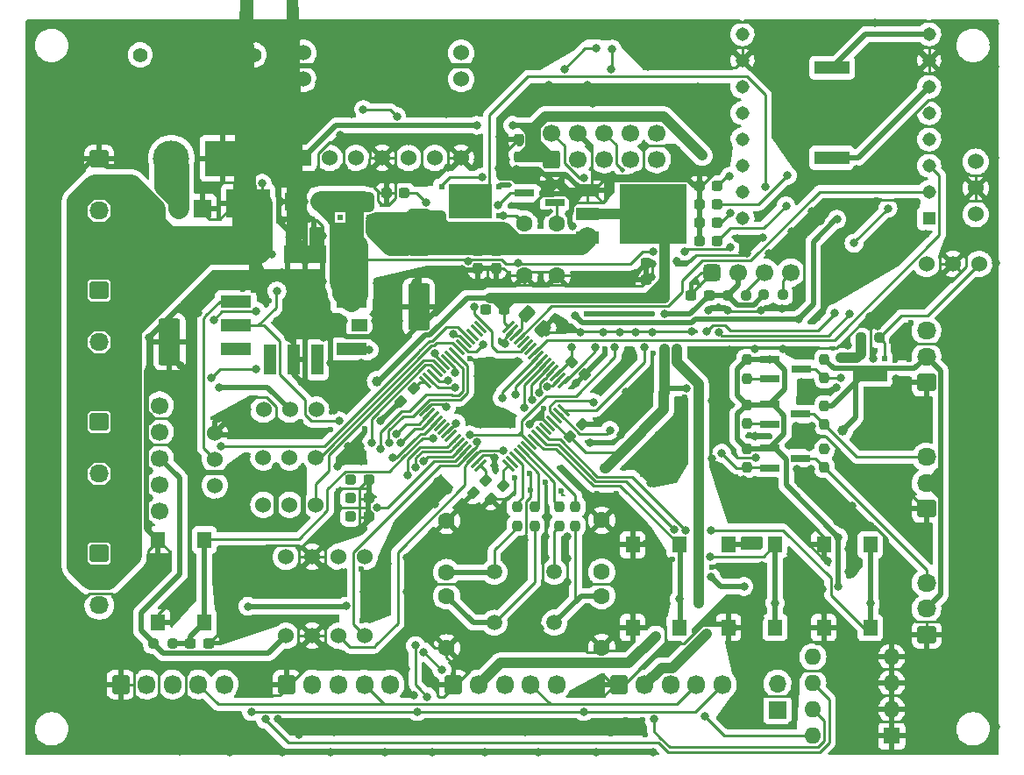
<source format=gtl>
%TF.GenerationSoftware,KiCad,Pcbnew,(6.0.11)*%
%TF.CreationDate,2023-06-24T18:02:59+09:00*%
%TF.ProjectId,main,6d61696e-2e6b-4696-9361-645f70636258,rev?*%
%TF.SameCoordinates,Original*%
%TF.FileFunction,Copper,L1,Top*%
%TF.FilePolarity,Positive*%
%FSLAX46Y46*%
G04 Gerber Fmt 4.6, Leading zero omitted, Abs format (unit mm)*
G04 Created by KiCad (PCBNEW (6.0.11)) date 2023-06-24 18:02:59*
%MOMM*%
%LPD*%
G01*
G04 APERTURE LIST*
G04 Aperture macros list*
%AMRoundRect*
0 Rectangle with rounded corners*
0 $1 Rounding radius*
0 $2 $3 $4 $5 $6 $7 $8 $9 X,Y pos of 4 corners*
0 Add a 4 corners polygon primitive as box body*
4,1,4,$2,$3,$4,$5,$6,$7,$8,$9,$2,$3,0*
0 Add four circle primitives for the rounded corners*
1,1,$1+$1,$2,$3*
1,1,$1+$1,$4,$5*
1,1,$1+$1,$6,$7*
1,1,$1+$1,$8,$9*
0 Add four rect primitives between the rounded corners*
20,1,$1+$1,$2,$3,$4,$5,0*
20,1,$1+$1,$4,$5,$6,$7,0*
20,1,$1+$1,$6,$7,$8,$9,0*
20,1,$1+$1,$8,$9,$2,$3,0*%
%AMFreePoly0*
4,1,53,0.885000,-2.035000,0.700000,-2.035000,0.700000,-3.665000,0.695106,-3.680063,0.695106,-3.695902,0.685796,-3.708716,0.680902,-3.723779,0.668089,-3.733089,0.658779,-3.745902,0.643716,-3.750796,0.630902,-3.760106,0.615063,-3.760106,0.600000,-3.765000,-0.600000,-3.765000,-0.615063,-3.760106,-0.630902,-3.760106,-0.643716,-3.750796,-0.658779,-3.745902,-0.668089,-3.733089,-0.680902,-3.723779,
-0.685796,-3.708716,-0.695106,-3.695902,-0.695106,-3.680063,-0.700000,-3.665000,-0.700000,-2.035000,-0.885000,-2.035000,-0.885000,0.450000,-2.515000,0.450000,-2.530063,0.454894,-2.545902,0.454894,-2.558716,0.464204,-2.573779,0.469098,-2.583089,0.481911,-2.595902,0.491221,-2.600796,0.506284,-2.610106,0.519098,-2.610106,0.534937,-2.615000,0.550000,-2.615000,1.750000,-2.610106,1.765063,
-2.610106,1.780902,-2.600796,1.793716,-2.595902,1.808779,-2.583089,1.818089,-2.573779,1.830902,-2.558716,1.835796,-2.545902,1.845106,-2.530063,1.845106,-2.515000,1.850000,-0.885000,1.850000,-0.885000,2.035000,0.885000,2.035000,0.885000,-2.035000,0.885000,-2.035000,$1*%
%AMFreePoly1*
4,1,53,-0.534937,2.610106,-0.519098,2.610106,-0.506284,2.600796,-0.491221,2.595902,-0.481911,2.583089,-0.469098,2.573779,-0.464204,2.558716,-0.454894,2.545902,-0.454894,2.530063,-0.450000,2.515000,-0.450000,0.885000,0.450000,0.885000,0.450000,2.515000,0.454894,2.530063,0.454894,2.545902,0.464204,2.558716,0.469098,2.573779,0.481911,2.583089,0.491221,2.595902,0.506284,2.600796,
0.519098,2.610106,0.534937,2.610106,0.550000,2.615000,1.750000,2.615000,1.765063,2.610106,1.780902,2.610106,1.793716,2.600796,1.808779,2.595902,1.818089,2.583089,1.830902,2.573779,1.835796,2.558716,1.845106,2.545902,1.845106,2.530063,1.850000,2.515000,1.850000,0.885000,2.035000,0.885000,2.035000,-0.885000,-2.035000,-0.885000,-2.035000,0.885000,-1.850000,0.885000,
-1.850000,2.515000,-1.845106,2.530063,-1.845106,2.545902,-1.835796,2.558716,-1.830902,2.573779,-1.818089,2.583089,-1.808779,2.595902,-1.793716,2.600796,-1.780902,2.610106,-1.765063,2.610106,-1.750000,2.615000,-0.550000,2.615000,-0.534937,2.610106,-0.534937,2.610106,$1*%
%AMFreePoly2*
4,1,29,0.885000,1.850000,2.515000,1.850000,2.530063,1.845106,2.545902,1.845106,2.558716,1.835796,2.573779,1.830902,2.583089,1.818089,2.595902,1.808779,2.600796,1.793716,2.610106,1.780902,2.610106,1.765063,2.615000,1.750000,2.615000,0.550000,2.610106,0.534937,2.610106,0.519098,2.600796,0.506284,2.595902,0.491221,2.583089,0.481911,2.573779,0.469098,2.558716,0.464204,
2.545902,0.454894,2.530063,0.454894,2.515000,0.450000,0.885000,0.450000,0.885000,-2.035000,-0.885000,-2.035000,-0.885000,2.035000,0.885000,2.035000,0.885000,1.850000,0.885000,1.850000,$1*%
G04 Aperture macros list end*
%TA.AperFunction,SMDPad,CuDef*%
%ADD10RoundRect,0.250000X0.574524X0.097227X0.097227X0.574524X-0.574524X-0.097227X-0.097227X-0.574524X0*%
%TD*%
%TA.AperFunction,SMDPad,CuDef*%
%ADD11RoundRect,0.237500X-0.044194X-0.380070X0.380070X0.044194X0.044194X0.380070X-0.380070X-0.044194X0*%
%TD*%
%TA.AperFunction,SMDPad,CuDef*%
%ADD12R,2.200000X1.200000*%
%TD*%
%TA.AperFunction,SMDPad,CuDef*%
%ADD13R,6.400000X5.800000*%
%TD*%
%TA.AperFunction,SMDPad,CuDef*%
%ADD14RoundRect,0.237500X0.237500X-0.250000X0.237500X0.250000X-0.237500X0.250000X-0.237500X-0.250000X0*%
%TD*%
%TA.AperFunction,SMDPad,CuDef*%
%ADD15R,3.400000X1.300000*%
%TD*%
%TA.AperFunction,SMDPad,CuDef*%
%ADD16RoundRect,0.237500X0.300000X0.237500X-0.300000X0.237500X-0.300000X-0.237500X0.300000X-0.237500X0*%
%TD*%
%TA.AperFunction,SMDPad,CuDef*%
%ADD17R,0.575000X0.620000*%
%TD*%
%TA.AperFunction,SMDPad,CuDef*%
%ADD18RoundRect,0.250001X-0.799999X1.999999X-0.799999X-1.999999X0.799999X-1.999999X0.799999X1.999999X0*%
%TD*%
%TA.AperFunction,SMDPad,CuDef*%
%ADD19R,0.620000X0.575000*%
%TD*%
%TA.AperFunction,ComponentPad*%
%ADD20C,1.524000*%
%TD*%
%TA.AperFunction,ComponentPad*%
%ADD21C,1.500000*%
%TD*%
%TA.AperFunction,SMDPad,CuDef*%
%ADD22RoundRect,0.237500X-0.237500X0.250000X-0.237500X-0.250000X0.237500X-0.250000X0.237500X0.250000X0*%
%TD*%
%TA.AperFunction,SMDPad,CuDef*%
%ADD23RoundRect,0.237500X0.380070X-0.044194X-0.044194X0.380070X-0.380070X0.044194X0.044194X-0.380070X0*%
%TD*%
%TA.AperFunction,SMDPad,CuDef*%
%ADD24R,1.250000X1.820000*%
%TD*%
%TA.AperFunction,SMDPad,CuDef*%
%ADD25RoundRect,0.237500X-0.287500X-0.237500X0.287500X-0.237500X0.287500X0.237500X-0.287500X0.237500X0*%
%TD*%
%TA.AperFunction,ComponentPad*%
%ADD26C,1.600000*%
%TD*%
%TA.AperFunction,ComponentPad*%
%ADD27RoundRect,0.250000X0.600000X-0.600000X0.600000X0.600000X-0.600000X0.600000X-0.600000X-0.600000X0*%
%TD*%
%TA.AperFunction,ComponentPad*%
%ADD28C,1.700000*%
%TD*%
%TA.AperFunction,SMDPad,CuDef*%
%ADD29R,1.900000X0.800000*%
%TD*%
%TA.AperFunction,SMDPad,CuDef*%
%ADD30RoundRect,0.237500X0.044194X0.380070X-0.380070X-0.044194X-0.044194X-0.380070X0.380070X0.044194X0*%
%TD*%
%TA.AperFunction,ComponentPad*%
%ADD31R,1.308000X1.308000*%
%TD*%
%TA.AperFunction,ComponentPad*%
%ADD32C,1.308000*%
%TD*%
%TA.AperFunction,SMDPad,CuDef*%
%ADD33R,3.000000X1.200000*%
%TD*%
%TA.AperFunction,SMDPad,CuDef*%
%ADD34FreePoly0,270.000000*%
%TD*%
%TA.AperFunction,SMDPad,CuDef*%
%ADD35FreePoly1,0.000000*%
%TD*%
%TA.AperFunction,SMDPad,CuDef*%
%ADD36FreePoly2,0.000000*%
%TD*%
%TA.AperFunction,SMDPad,CuDef*%
%ADD37R,1.200000X3.000000*%
%TD*%
%TA.AperFunction,SMDPad,CuDef*%
%ADD38R,1.500000X1.200000*%
%TD*%
%TA.AperFunction,ComponentPad*%
%ADD39R,1.600000X1.600000*%
%TD*%
%TA.AperFunction,ComponentPad*%
%ADD40O,1.600000X1.600000*%
%TD*%
%TA.AperFunction,SMDPad,CuDef*%
%ADD41RoundRect,0.237500X-0.237500X0.300000X-0.237500X-0.300000X0.237500X-0.300000X0.237500X0.300000X0*%
%TD*%
%TA.AperFunction,ComponentPad*%
%ADD42RoundRect,0.250000X-0.600000X-0.675000X0.600000X-0.675000X0.600000X0.675000X-0.600000X0.675000X0*%
%TD*%
%TA.AperFunction,ComponentPad*%
%ADD43O,1.700000X1.850000*%
%TD*%
%TA.AperFunction,SMDPad,CuDef*%
%ADD44RoundRect,0.237500X-0.250000X-0.237500X0.250000X-0.237500X0.250000X0.237500X-0.250000X0.237500X0*%
%TD*%
%TA.AperFunction,ComponentPad*%
%ADD45RoundRect,0.250000X-0.675000X0.600000X-0.675000X-0.600000X0.675000X-0.600000X0.675000X0.600000X0*%
%TD*%
%TA.AperFunction,ComponentPad*%
%ADD46O,1.850000X1.700000*%
%TD*%
%TA.AperFunction,SMDPad,CuDef*%
%ADD47RoundRect,0.237500X0.287500X0.237500X-0.287500X0.237500X-0.287500X-0.237500X0.287500X-0.237500X0*%
%TD*%
%TA.AperFunction,SMDPad,CuDef*%
%ADD48RoundRect,0.237500X-0.300000X-0.237500X0.300000X-0.237500X0.300000X0.237500X-0.300000X0.237500X0*%
%TD*%
%TA.AperFunction,ComponentPad*%
%ADD49RoundRect,0.425000X-0.425000X-0.425000X0.425000X-0.425000X0.425000X0.425000X-0.425000X0.425000X0*%
%TD*%
%TA.AperFunction,ComponentPad*%
%ADD50RoundRect,0.250000X0.675000X-0.600000X0.675000X0.600000X-0.675000X0.600000X-0.675000X-0.600000X0*%
%TD*%
%TA.AperFunction,ComponentPad*%
%ADD51C,1.400000*%
%TD*%
%TA.AperFunction,ComponentPad*%
%ADD52R,3.500000X3.500000*%
%TD*%
%TA.AperFunction,ComponentPad*%
%ADD53C,3.500000*%
%TD*%
%TA.AperFunction,SMDPad,CuDef*%
%ADD54R,1.400000X1.600000*%
%TD*%
%TA.AperFunction,ComponentPad*%
%ADD55R,1.717500X1.800000*%
%TD*%
%TA.AperFunction,ComponentPad*%
%ADD56O,1.717500X1.800000*%
%TD*%
%TA.AperFunction,SMDPad,CuDef*%
%ADD57R,1.530000X2.720000*%
%TD*%
%TA.AperFunction,ComponentPad*%
%ADD58R,1.700000X1.700000*%
%TD*%
%TA.AperFunction,ComponentPad*%
%ADD59O,1.700000X1.700000*%
%TD*%
%TA.AperFunction,ComponentPad*%
%ADD60R,1.524000X1.524000*%
%TD*%
%TA.AperFunction,SMDPad,CuDef*%
%ADD61RoundRect,0.075000X0.548008X-0.441942X-0.441942X0.548008X-0.548008X0.441942X0.441942X-0.548008X0*%
%TD*%
%TA.AperFunction,SMDPad,CuDef*%
%ADD62RoundRect,0.075000X0.548008X0.441942X0.441942X0.548008X-0.548008X-0.441942X-0.441942X-0.548008X0*%
%TD*%
%TA.AperFunction,SMDPad,CuDef*%
%ADD63RoundRect,0.237500X0.237500X-0.300000X0.237500X0.300000X-0.237500X0.300000X-0.237500X-0.300000X0*%
%TD*%
%TA.AperFunction,SMDPad,CuDef*%
%ADD64RoundRect,0.237500X0.250000X0.237500X-0.250000X0.237500X-0.250000X-0.237500X0.250000X-0.237500X0*%
%TD*%
%TA.AperFunction,ViaPad*%
%ADD65C,0.500000*%
%TD*%
%TA.AperFunction,ViaPad*%
%ADD66C,0.800000*%
%TD*%
%TA.AperFunction,ViaPad*%
%ADD67C,0.600000*%
%TD*%
%TA.AperFunction,ViaPad*%
%ADD68C,1.000000*%
%TD*%
%TA.AperFunction,Conductor*%
%ADD69C,0.500000*%
%TD*%
%TA.AperFunction,Conductor*%
%ADD70C,0.250000*%
%TD*%
%TA.AperFunction,Conductor*%
%ADD71C,1.000000*%
%TD*%
%TA.AperFunction,Conductor*%
%ADD72C,2.000000*%
%TD*%
G04 APERTURE END LIST*
D10*
%TO.P,C54,1*%
%TO.N,GND*%
X134037223Y-89701623D03*
%TO.P,C54,2*%
%TO.N,Net-(C54-Pad2)*%
X132569977Y-88234377D03*
%TD*%
D11*
%TO.P,C44,1*%
%TO.N,GND*%
X120361320Y-96711480D03*
%TO.P,C44,2*%
%TO.N,+3.3V*%
X121581080Y-95491720D03*
%TD*%
D12*
%TO.P,U16,1,ADJ*%
%TO.N,GND*%
X138400000Y-76375600D03*
D13*
%TO.P,U16,2,VO*%
%TO.N,+3.3V*%
X144700000Y-78655600D03*
D12*
X138400000Y-78655600D03*
%TO.P,U16,3,VI*%
%TO.N,+5V*%
X138400000Y-80935600D03*
%TD*%
D14*
%TO.P,R54,1*%
%TO.N,TapeLED_H_1*%
X161271200Y-94464100D03*
%TO.P,R54,2*%
%TO.N,TapeLED_Power*%
X161271200Y-92639100D03*
%TD*%
D15*
%TO.P,LS1,1,1*%
%TO.N,Net-(LS1-Pad1)*%
X162005600Y-73201200D03*
%TO.P,LS1,2,2*%
%TO.N,Net-(LS1-Pad2)*%
X162005600Y-64501200D03*
%TD*%
D16*
%TO.P,C26,1*%
%TO.N,+3.3V*%
X150117300Y-86478800D03*
%TO.P,C26,2*%
%TO.N,GND*%
X148392300Y-86478800D03*
%TD*%
D17*
%TO.P,U17,1,D_1*%
%TO.N,TapeLED_Power*%
X167051200Y-94501600D03*
%TO.P,U17,2,D_2*%
X167051200Y-93551600D03*
%TO.P,U17,3,G*%
%TO.N,Net-(R50-Pad1)*%
X167051200Y-92601600D03*
%TO.P,U17,4,S*%
%TO.N,+5V*%
X164275200Y-92601600D03*
%TO.P,U17,5,D_3*%
%TO.N,TapeLED_Power*%
X164275200Y-93551600D03*
%TO.P,U17,6,D_4*%
X164275200Y-94501600D03*
%TD*%
D18*
%TO.P,C32,1*%
%TO.N,+5V*%
X122076800Y-80389600D03*
%TO.P,C32,2*%
%TO.N,GND*%
X122076800Y-87589600D03*
%TD*%
D16*
%TO.P,C37,1*%
%TO.N,+3.3V*%
X145783700Y-85001600D03*
%TO.P,C37,2*%
%TO.N,GND*%
X144058700Y-85001600D03*
%TD*%
D19*
%TO.P,U8,1,D_1*%
%TO.N,Net-(R39-Pad1)*%
X127934000Y-78773600D03*
%TO.P,U8,2,D_2*%
X128884000Y-78773600D03*
%TO.P,U8,3,G*%
%TO.N,Net-(C30-Pad2)*%
X129834000Y-78773600D03*
%TO.P,U8,4,S*%
%TO.N,VBUS*%
X129834000Y-75997600D03*
%TO.P,U8,5,D_3*%
%TO.N,Net-(R39-Pad1)*%
X128884000Y-75997600D03*
%TO.P,U8,6,D_4*%
X127934000Y-75997600D03*
%TD*%
D20*
%TO.P,SW12,1,A*%
%TO.N,BOOT0*%
X112170800Y-97527800D03*
%TO.P,SW12,2,B*%
%TO.N,+3.3V*%
X109630800Y-97527800D03*
%TO.P,SW12,3,C*%
%TO.N,unconnected-(SW12-Pad3)*%
X107090800Y-97527800D03*
%TD*%
D21*
%TO.P,Y2,1,1*%
%TO.N,Net-(C52-Pad2)*%
X129392000Y-113199600D03*
%TO.P,Y2,2,2*%
%TO.N,Net-(C53-Pad2)*%
X129392000Y-118099600D03*
%TD*%
D22*
%TO.P,R60,1*%
%TO.N,Net-(R60-Pad1)*%
X135691200Y-106902300D03*
%TO.P,R60,2*%
%TO.N,Net-(C50-Pad2)*%
X135691200Y-108727300D03*
%TD*%
D23*
%TO.P,C46,1*%
%TO.N,GND*%
X138084110Y-94148203D03*
%TO.P,C46,2*%
%TO.N,+3.3V*%
X136864350Y-92928443D03*
%TD*%
D24*
%TO.P,C27,1*%
%TO.N,GND*%
X109742600Y-77461800D03*
%TO.P,C27,2*%
%TO.N,PG*%
X112602600Y-77461800D03*
%TD*%
D20*
%TO.P,SW2,1,A*%
%TO.N,GND*%
X102391800Y-99763000D03*
%TO.P,SW2,2,B*%
%TO.N,Net-(MD1-Pad1)*%
X102391800Y-102303000D03*
%TO.P,SW2,3,C*%
%TO.N,unconnected-(SW2-Pad3)*%
X102391800Y-104843000D03*
%TD*%
D14*
%TO.P,R51,1*%
%TO.N,TapeLED_L_1*%
X153771200Y-94514100D03*
%TO.P,R51,2*%
%TO.N,+3.3V*%
X153771200Y-92689100D03*
%TD*%
D25*
%TO.P,D3,1,K*%
%TO.N,GND*%
X118966600Y-76598200D03*
%TO.P,D3,2,A*%
%TO.N,Net-(D3-Pad2)*%
X120716600Y-76598200D03*
%TD*%
D26*
%TO.P,C51,1*%
%TO.N,GND*%
X139755200Y-120493200D03*
%TO.P,C51,2*%
%TO.N,Net-(C51-Pad2)*%
X139755200Y-115493200D03*
%TD*%
D27*
%TO.P,J7,1,Pin_1*%
%TO.N,VBUS*%
X134929200Y-73329500D03*
D28*
%TO.P,J7,2,Pin_2*%
%TO.N,+3.3V*%
X134929200Y-70789500D03*
%TO.P,J7,3,Pin_3*%
%TO.N,TCK*%
X137469200Y-73329500D03*
%TO.P,J7,4,Pin_4*%
%TO.N,GND*%
X137469200Y-70789500D03*
%TO.P,J7,5,Pin_5*%
%TO.N,TMS*%
X140009200Y-73329500D03*
%TO.P,J7,6,Pin_6*%
%TO.N,NRST*%
X140009200Y-70789500D03*
%TO.P,J7,7,Pin_7*%
%TO.N,SWO*%
X142549200Y-73329500D03*
%TO.P,J7,8,Pin_8*%
%TO.N,STLK_UART2_RX*%
X142549200Y-70789500D03*
%TO.P,J7,9,Pin_9*%
%TO.N,STLK_UART2_TX*%
X145089200Y-73329500D03*
%TO.P,J7,10,Pin_10*%
%TO.N,unconnected-(J7-Pad10)*%
X145089200Y-70789500D03*
%TD*%
D29*
%TO.P,Q8,1,G*%
%TO.N,+3.3V*%
X155971200Y-101251600D03*
%TO.P,Q8,2,S*%
%TO.N,TapeLED_L_3*%
X155971200Y-103151600D03*
%TO.P,Q8,3,D*%
%TO.N,TapeLED_H_3*%
X158971200Y-102201600D03*
%TD*%
D30*
%TO.P,C47,1*%
%TO.N,GND*%
X137901280Y-98899120D03*
%TO.P,C47,2*%
%TO.N,+3.3V*%
X136681520Y-100118880D03*
%TD*%
D17*
%TO.P,U14,1,D_1*%
%TO.N,PG*%
X114512000Y-77050000D03*
%TO.P,U14,2,D_2*%
X114512000Y-78000000D03*
%TO.P,U14,3,G*%
%TO.N,Net-(R46-Pad1)*%
X114512000Y-78950000D03*
%TO.P,U14,4,S*%
%TO.N,+5V*%
X117288000Y-78950000D03*
%TO.P,U14,5,D_3*%
%TO.N,PG*%
X117288000Y-78000000D03*
%TO.P,U14,6,D_4*%
X117288000Y-77050000D03*
%TD*%
D26*
%TO.P,C50,1*%
%TO.N,GND*%
X139755200Y-108199600D03*
%TO.P,C50,2*%
%TO.N,Net-(C50-Pad2)*%
X139755200Y-113199600D03*
%TD*%
D31*
%TO.P,U2,1,VCC*%
%TO.N,DFPlayerMini_Power*%
X171378200Y-79036600D03*
D32*
%TO.P,U2,2,RX*%
%TO.N,DFPlayerMini_TX*%
X171378200Y-76496600D03*
%TO.P,U2,3,TX*%
%TO.N,DFPlayerMini_RX*%
X171378200Y-73956600D03*
%TO.P,U2,4,DAC_R*%
%TO.N,unconnected-(U2-Pad4)*%
X171378200Y-71416600D03*
%TO.P,U2,5,DAC_L*%
%TO.N,unconnected-(U2-Pad5)*%
X171378200Y-68876600D03*
%TO.P,U2,6,SPK1*%
%TO.N,Net-(LS1-Pad1)*%
X171378200Y-66336600D03*
%TO.P,U2,7,GND*%
%TO.N,GND*%
X171378200Y-63796600D03*
%TO.P,U2,8,SPK2*%
%TO.N,Net-(LS1-Pad2)*%
X171378200Y-61256600D03*
%TO.P,U2,9,IO1*%
%TO.N,unconnected-(U2-Pad9)*%
X153344200Y-61256600D03*
%TO.P,U2,10,GND*%
%TO.N,GND*%
X153344200Y-63796600D03*
%TO.P,U2,11,IO2*%
%TO.N,unconnected-(U2-Pad11)*%
X153344200Y-66336600D03*
%TO.P,U2,12,ADKEY1*%
%TO.N,unconnected-(U2-Pad12)*%
X153344200Y-68876600D03*
%TO.P,U2,13,ADKEY2*%
%TO.N,unconnected-(U2-Pad13)*%
X153344200Y-71416600D03*
%TO.P,U2,14,USB+*%
%TO.N,unconnected-(U2-Pad14)*%
X153344200Y-73956600D03*
%TO.P,U2,15,USB-*%
%TO.N,unconnected-(U2-Pad15)*%
X153344200Y-76496600D03*
%TO.P,U2,16,BUSY*%
%TO.N,unconnected-(U2-Pad16)*%
X153344200Y-79036600D03*
%TD*%
D33*
%TO.P,MD1,1,~{ON~{/OFF_CONTROL}*%
%TO.N,Net-(MD1-Pad1)*%
X104406900Y-87113000D03*
D34*
%TO.P,MD1,2,VIN*%
%TO.N,VDD*%
X106571900Y-82528000D03*
D35*
%TO.P,MD1,3,1_GROUND*%
%TO.N,GND*%
X111151900Y-82528000D03*
D36*
%TO.P,MD1,4,VOUT*%
%TO.N,PG*%
X114591900Y-83678000D03*
D33*
%TO.P,MD1,5,SENSE*%
X115606900Y-87113000D03*
%TO.P,MD1,6,TRIM*%
%TO.N,Net-(MD1-Pad6)*%
X115606900Y-91693000D03*
D37*
%TO.P,MD1,7,2_GROUND*%
%TO.N,GND*%
X110006900Y-92713000D03*
%TO.P,MD1,8,1_NC*%
%TO.N,unconnected-(MD1-Pad8)*%
X107716900Y-92713000D03*
D33*
%TO.P,MD1,9,2_NC*%
%TO.N,unconnected-(MD1-Pad9)*%
X104406900Y-91693000D03*
%TO.P,MD1,10,POWER_GOOD_OUT*%
%TO.N,PGOOD*%
X104406900Y-89403000D03*
D38*
%TO.P,MD1,11,3_NC*%
%TO.N,unconnected-(MD1-Pad11)*%
X116356900Y-89403000D03*
D37*
%TO.P,MD1,12,4_NC*%
%TO.N,unconnected-(MD1-Pad12)*%
X112296900Y-92713000D03*
%TD*%
D39*
%TO.P,SW5,1*%
%TO.N,GND*%
X167761400Y-129013800D03*
D40*
%TO.P,SW5,2*%
X167761400Y-126473800D03*
%TO.P,SW5,3*%
X167761400Y-123933800D03*
%TO.P,SW5,4*%
X167761400Y-121393800D03*
%TO.P,SW5,5*%
%TO.N,Net-(R31-Pad2)*%
X160141400Y-121393800D03*
%TO.P,SW5,6*%
%TO.N,Net-(R37-Pad2)*%
X160141400Y-123933800D03*
%TO.P,SW5,7*%
%TO.N,Net-(R32-Pad1)*%
X160141400Y-126473800D03*
%TO.P,SW5,8*%
%TO.N,Net-(R29-Pad1)*%
X160141400Y-129013800D03*
%TD*%
D41*
%TO.P,C34,1*%
%TO.N,+5V*%
X129595200Y-82136500D03*
%TO.P,C34,2*%
%TO.N,GND*%
X129595200Y-83861500D03*
%TD*%
D42*
%TO.P,J9,1,Pin_1*%
%TO.N,GND*%
X93302400Y-124062400D03*
D43*
%TO.P,J9,2,Pin_2*%
%TO.N,MD_Power_1*%
X95802400Y-124062400D03*
%TO.P,J9,3,Pin_3*%
%TO.N,Net-(J9-Pad3)*%
X98302400Y-124062400D03*
%TO.P,J9,4,Pin_4*%
%TO.N,RS485_MD_A*%
X100802400Y-124062400D03*
%TO.P,J9,5,Pin_5*%
%TO.N,RS485_MD_B*%
X103302400Y-124062400D03*
%TD*%
D26*
%TO.P,C30,1*%
%TO.N,GND*%
X132287600Y-84573800D03*
%TO.P,C30,2*%
%TO.N,Net-(C30-Pad2)*%
X132287600Y-79573800D03*
%TD*%
D42*
%TO.P,J8,1,Pin_1*%
%TO.N,GND*%
X109329800Y-124062400D03*
D43*
%TO.P,J8,2,Pin_2*%
%TO.N,MD_Power_2*%
X111829800Y-124062400D03*
%TO.P,J8,3,Pin_3*%
%TO.N,Net-(J8-Pad3)*%
X114329800Y-124062400D03*
%TO.P,J8,4,Pin_4*%
%TO.N,RS485_MD_A*%
X116829800Y-124062400D03*
%TO.P,J8,5,Pin_5*%
%TO.N,RS485_MD_B*%
X119329800Y-124062400D03*
%TD*%
D44*
%TO.P,R57,1*%
%TO.N,+3.3V*%
X96481100Y-120101600D03*
%TO.P,R57,2*%
%TO.N,NRST*%
X98306100Y-120101600D03*
%TD*%
D14*
%TO.P,R56,1*%
%TO.N,TapeLED_H_3*%
X161271200Y-103114100D03*
%TO.P,R56,2*%
%TO.N,TapeLED_Power*%
X161271200Y-101289100D03*
%TD*%
%TO.P,R53,1*%
%TO.N,TapeLED_L_3*%
X153771200Y-103114100D03*
%TO.P,R53,2*%
%TO.N,+3.3V*%
X153771200Y-101289100D03*
%TD*%
D45*
%TO.P,J4,1,Pin_1*%
%TO.N,GND*%
X91241200Y-86021600D03*
D46*
%TO.P,J4,2,Pin_2*%
%TO.N,VDD*%
X91241200Y-88521600D03*
%TO.P,J4,3,Pin_3*%
%TO.N,RS485_RightArm*%
X91241200Y-91021600D03*
%TD*%
D25*
%TO.P,D7,1,K*%
%TO.N,GND*%
X149192600Y-81246400D03*
%TO.P,D7,2,A*%
%TO.N,Net-(D7-Pad2)*%
X150942600Y-81246400D03*
%TD*%
D47*
%TO.P,D9,1,K*%
%TO.N,GND*%
X117262200Y-104309600D03*
%TO.P,D9,2,A*%
%TO.N,Net-(D9-Pad2)*%
X115512200Y-104309600D03*
%TD*%
D42*
%TO.P,J10,1,Pin_1*%
%TO.N,GND*%
X125382600Y-124062400D03*
D43*
%TO.P,J10,2,Pin_2*%
%TO.N,MD_Power_3*%
X127882600Y-124062400D03*
%TO.P,J10,3,Pin_3*%
%TO.N,Net-(J10-Pad3)*%
X130382600Y-124062400D03*
%TO.P,J10,4,Pin_4*%
%TO.N,RS485_MD_A*%
X132882600Y-124062400D03*
%TO.P,J10,5,Pin_5*%
%TO.N,RS485_MD_B*%
X135382600Y-124062400D03*
%TD*%
D26*
%TO.P,C53,1*%
%TO.N,GND*%
X124769200Y-120525600D03*
%TO.P,C53,2*%
%TO.N,Net-(C53-Pad2)*%
X124769200Y-115525600D03*
%TD*%
D20*
%TO.P,SW8,1,A*%
%TO.N,Slide_Switch_1*%
X112151200Y-102151600D03*
%TO.P,SW8,2,B*%
%TO.N,+3.3V*%
X109611200Y-102151600D03*
%TO.P,SW8,3,C*%
%TO.N,unconnected-(SW8-Pad3)*%
X107071200Y-102151600D03*
%TD*%
D26*
%TO.P,C29,1*%
%TO.N,Net-(C29-Pad1)*%
X135437200Y-79584600D03*
%TO.P,C29,2*%
%TO.N,GND*%
X135437200Y-84584600D03*
%TD*%
D48*
%TO.P,C49,1*%
%TO.N,NRST*%
X100036300Y-120101600D03*
%TO.P,C49,2*%
%TO.N,GND*%
X101761300Y-120101600D03*
%TD*%
D29*
%TO.P,Q5,1,G*%
%TO.N,Net-(C29-Pad1)*%
X135260800Y-77548200D03*
%TO.P,Q5,2,S*%
%TO.N,GND*%
X135260800Y-75648200D03*
%TO.P,Q5,3,D*%
%TO.N,Net-(Q5-Pad3)*%
X132260800Y-76598200D03*
%TD*%
D30*
%TO.P,C55,1*%
%TO.N,+3.3V*%
X130281080Y-104891720D03*
%TO.P,C55,2*%
%TO.N,GND*%
X129061320Y-106111480D03*
%TD*%
D49*
%TO.P,U7,1,GND*%
%TO.N,GND*%
X150397800Y-84292600D03*
D28*
%TO.P,U7,2,VCC*%
%TO.N,+3.3V*%
X152937800Y-84292600D03*
%TO.P,U7,3,SCL*%
%TO.N,I2C1_SCL*%
X155477800Y-84292600D03*
%TO.P,U7,4,SDA*%
%TO.N,I2C1_SDA*%
X158017800Y-84292600D03*
%TD*%
D50*
%TO.P,J12,1,Pin_1*%
%TO.N,GND*%
X171121200Y-119251600D03*
D46*
%TO.P,J12,2,Pin_2*%
%TO.N,TapeLED_Power*%
X171121200Y-116751600D03*
%TO.P,J12,3,Pin_3*%
%TO.N,TapeLED_H_3*%
X171121200Y-114251600D03*
%TD*%
D26*
%TO.P,C52,1*%
%TO.N,GND*%
X124769200Y-108246600D03*
%TO.P,C52,2*%
%TO.N,Net-(C52-Pad2)*%
X124769200Y-113246600D03*
%TD*%
D45*
%TO.P,J6,1,Pin_1*%
%TO.N,GND*%
X91241200Y-111421600D03*
D46*
%TO.P,J6,2,Pin_2*%
%TO.N,VDD*%
X91241200Y-113921600D03*
%TO.P,J6,3,Pin_3*%
%TO.N,RS485_LeftArm*%
X91241200Y-116421600D03*
%TD*%
D11*
%TO.P,C48,1*%
%TO.N,GND*%
X127334320Y-105554480D03*
%TO.P,C48,2*%
%TO.N,+3.3V*%
X128554080Y-104334720D03*
%TD*%
D20*
%TO.P,SW7,1,A*%
%TO.N,unconnected-(SW7-Pad1)*%
X171131200Y-83451600D03*
%TO.P,SW7,2,B*%
%TO.N,GND*%
X173671200Y-83451600D03*
%TO.P,SW7,3,C*%
%TO.N,Net-(R50-Pad1)*%
X176211200Y-83451600D03*
%TD*%
D51*
%TO.P,J1,*%
%TO.N,*%
X95190000Y-63256200D03*
X106190000Y-63256200D03*
D52*
%TO.P,J1,1,Pin_1*%
%TO.N,GND*%
X103190000Y-73256200D03*
D53*
%TO.P,J1,2,Pin_2*%
%TO.N,+7.5V*%
X98190000Y-73256200D03*
%TD*%
D28*
%TO.P,SW11,1,A*%
%TO.N,Toggle_Switch_1*%
X97083200Y-104741400D03*
%TO.P,SW11,2,B*%
%TO.N,+3.3V*%
X97083200Y-102201400D03*
%TO.P,SW11,3,C*%
%TO.N,unconnected-(SW11-Pad3)*%
X97083200Y-99661400D03*
%TO.P,SW11,4*%
%TO.N,N/C*%
X97083200Y-107281400D03*
%TO.P,SW11,5*%
X97083200Y-97121400D03*
%TD*%
D54*
%TO.P,SW4,1,A*%
%TO.N,GND*%
X151998000Y-110558000D03*
X151998000Y-118558000D03*
%TO.P,SW4,2,B*%
%TO.N,Tact_Switch2*%
X156498000Y-118558000D03*
X156498000Y-110558000D03*
%TD*%
D29*
%TO.P,Q6,1,G*%
%TO.N,+3.3V*%
X156021200Y-92651600D03*
%TO.P,Q6,2,S*%
%TO.N,TapeLED_L_1*%
X156021200Y-94551600D03*
%TO.P,Q6,3,D*%
%TO.N,TapeLED_H_1*%
X159021200Y-93601600D03*
%TD*%
D55*
%TO.P,Q1,1,G*%
%TO.N,GND*%
X101176600Y-78103800D03*
D56*
%TO.P,Q1,2,D*%
%TO.N,+7.5V*%
X98886600Y-78103800D03*
%TO.P,Q1,3,S*%
%TO.N,VDD*%
X96596600Y-78103800D03*
%TD*%
D44*
%TO.P,R18,1*%
%TO.N,+3.3V*%
X155403500Y-86428000D03*
%TO.P,R18,2*%
%TO.N,I2C1_SDA*%
X157228500Y-86428000D03*
%TD*%
D57*
%TO.P,C7,1*%
%TO.N,GND*%
X104251200Y-77563400D03*
%TO.P,C7,2*%
%TO.N,VDD*%
X106933200Y-77563400D03*
%TD*%
D50*
%TO.P,J13,1,Pin_1*%
%TO.N,GND*%
X171121200Y-94901600D03*
D46*
%TO.P,J13,2,Pin_2*%
%TO.N,TapeLED_Power*%
X171121200Y-92401600D03*
%TO.P,J13,3,Pin_3*%
%TO.N,TapeLED_H_1*%
X171121200Y-89901600D03*
%TD*%
D58*
%TO.P,JP3,1,A*%
%TO.N,RS485_MD_A*%
X156722400Y-126514200D03*
D59*
%TO.P,JP3,2,B*%
%TO.N,Net-(JP3-Pad2)*%
X156722400Y-123974200D03*
%TD*%
D54*
%TO.P,SW3,1,A*%
%TO.N,GND*%
X142737600Y-110571200D03*
X142737600Y-118571200D03*
%TO.P,SW3,2,B*%
%TO.N,Tact_Switch1*%
X147237600Y-110571200D03*
X147237600Y-118571200D03*
%TD*%
D50*
%TO.P,J14,1,Pin_1*%
%TO.N,GND*%
X171121200Y-107101600D03*
D46*
%TO.P,J14,2,Pin_2*%
%TO.N,TapeLED_Power*%
X171121200Y-104601600D03*
%TO.P,J14,3,Pin_3*%
%TO.N,TapeLED_H_2*%
X171121200Y-102101600D03*
%TD*%
D47*
%TO.P,D10,1,K*%
%TO.N,GND*%
X117262200Y-106087600D03*
%TO.P,D10,2,A*%
%TO.N,Net-(D10-Pad2)*%
X115512200Y-106087600D03*
%TD*%
D20*
%TO.P,J2,*%
%TO.N,*%
X110945000Y-63060400D03*
X126185000Y-63060400D03*
X126185000Y-65600400D03*
X110945000Y-65600400D03*
%TO.P,J2,A1,GND*%
%TO.N,GND*%
X126185000Y-73220400D03*
X118565000Y-73220400D03*
D60*
%TO.P,J2,A4,VBUS*%
%TO.N,VBUS*%
X110945000Y-73220400D03*
D20*
%TO.P,J2,A5,CC1*%
%TO.N,Net-(J2-PadA5)*%
X121105000Y-73220400D03*
%TO.P,J2,A6,D+*%
%TO.N,Net-(J2-PadA6)*%
X116025000Y-73220400D03*
%TO.P,J2,A7,D-*%
%TO.N,Net-(J2-PadA7)*%
X113485000Y-73220400D03*
%TO.P,J2,B5,CC2*%
%TO.N,Net-(J2-PadB5)*%
X123645000Y-73220400D03*
%TD*%
%TO.P,U6,2,GND*%
%TO.N,GND*%
X111801200Y-119361600D03*
X111801200Y-111741600D03*
%TO.P,U6,3,VDD*%
%TO.N,+3.3V*%
X109261200Y-119361600D03*
%TO.P,U6,11,~{RESET}*%
%TO.N,gyro_reset*%
X116881200Y-111741600D03*
%TO.P,U6,14,INT*%
%TO.N,unconnected-(U6-Pad14)*%
X114341200Y-111741600D03*
%TO.P,U6,19,COM1*%
%TO.N,I2C1_SCL*%
X116881200Y-119361600D03*
%TO.P,U6,20,COM0*%
%TO.N,I2C1_SDA*%
X114341200Y-119361600D03*
%TO.P,U6,28,VDDIO*%
%TO.N,unconnected-(U6-Pad28)*%
X109261200Y-111741600D03*
%TD*%
D14*
%TO.P,R55,1*%
%TO.N,TapeLED_H_2*%
X161271200Y-98964100D03*
%TO.P,R55,2*%
%TO.N,TapeLED_Power*%
X161271200Y-97139100D03*
%TD*%
D18*
%TO.P,C5,1*%
%TO.N,VDD*%
X97997600Y-83767800D03*
%TO.P,C5,2*%
%TO.N,GND*%
X97997600Y-90967800D03*
%TD*%
D20*
%TO.P,SW9,1,A*%
%TO.N,Slide_Switch_2*%
X112161200Y-106701600D03*
%TO.P,SW9,2,B*%
%TO.N,+3.3V*%
X109621200Y-106701600D03*
%TO.P,SW9,3,C*%
%TO.N,unconnected-(SW9-Pad3)*%
X107081200Y-106701600D03*
%TD*%
D22*
%TO.P,R61,1*%
%TO.N,Net-(R61-Pad1)*%
X137215200Y-106902300D03*
%TO.P,R61,2*%
%TO.N,Net-(C51-Pad2)*%
X137215200Y-108727300D03*
%TD*%
D41*
%TO.P,C25,1*%
%TO.N,GND*%
X131728800Y-71392300D03*
%TO.P,C25,2*%
%TO.N,VBUS*%
X131728800Y-73117300D03*
%TD*%
D22*
%TO.P,R63,1*%
%TO.N,Net-(R63-Pad1)*%
X133278200Y-106902300D03*
%TO.P,R63,2*%
%TO.N,Net-(C53-Pad2)*%
X133278200Y-108727300D03*
%TD*%
D48*
%TO.P,C45,1*%
%TO.N,GND*%
X128580300Y-87875800D03*
%TO.P,C45,2*%
%TO.N,+3.3V*%
X130305300Y-87875800D03*
%TD*%
D61*
%TO.P,U18,1,VBAT*%
%TO.N,+3.3V*%
X130753181Y-102896881D03*
%TO.P,U18,2,PC13*%
%TO.N,unconnected-(U18-Pad2)*%
X131106734Y-102543328D03*
%TO.P,U18,3,PC14*%
%TO.N,Net-(R62-Pad1)*%
X131460287Y-102189775D03*
%TO.P,U18,4,PC15*%
%TO.N,Net-(R63-Pad1)*%
X131813841Y-101836221D03*
%TO.P,U18,5,PH0*%
%TO.N,Net-(R60-Pad1)*%
X132167394Y-101482668D03*
%TO.P,U18,6,PH1*%
%TO.N,Net-(R61-Pad1)*%
X132520948Y-101129114D03*
%TO.P,U18,7,NRST*%
%TO.N,NRST*%
X132874501Y-100775561D03*
%TO.P,U18,8,PC0*%
%TO.N,Tact_Switch1*%
X133228054Y-100422008D03*
%TO.P,U18,9,PC1*%
%TO.N,Tact_Switch2*%
X133581608Y-100068454D03*
%TO.P,U18,10,PC2*%
%TO.N,Tact_Switch3*%
X133935161Y-99714901D03*
%TO.P,U18,11,PC3*%
%TO.N,unconnected-(U18-Pad11)*%
X134288714Y-99361348D03*
%TO.P,U18,12,VSSA*%
%TO.N,GND*%
X134642268Y-99007794D03*
%TO.P,U18,13,VDDA*%
%TO.N,+3.3V*%
X134995821Y-98654241D03*
%TO.P,U18,14,PA0*%
%TO.N,MAX3485_MD_TX*%
X135349375Y-98300687D03*
%TO.P,U18,15,PA1*%
%TO.N,MAX3485_MD_RX*%
X135702928Y-97947134D03*
%TO.P,U18,16,PA2*%
%TO.N,Write_UART2_TX*%
X136056481Y-97593581D03*
D62*
%TO.P,U18,17,PA3*%
%TO.N,Write_UART2_RX*%
X136056481Y-94871219D03*
%TO.P,U18,18,VSS*%
%TO.N,GND*%
X135702928Y-94517666D03*
%TO.P,U18,19,VDD*%
%TO.N,+3.3V*%
X135349375Y-94164113D03*
%TO.P,U18,20,PA4*%
%TO.N,TapeLED_L_1*%
X134995821Y-93810559D03*
%TO.P,U18,21,PA5*%
%TO.N,TapeLED_L_2*%
X134642268Y-93457006D03*
%TO.P,U18,22,PA6*%
%TO.N,TapeLED_L_3*%
X134288714Y-93103452D03*
%TO.P,U18,23,PA7*%
%TO.N,Net-(H4-Pad1)*%
X133935161Y-92749899D03*
%TO.P,U18,24,PC4*%
%TO.N,Net-(H5-Pad1)*%
X133581608Y-92396346D03*
%TO.P,U18,25,PC5*%
%TO.N,DFPlayerMini_RX*%
X133228054Y-92042792D03*
%TO.P,U18,26,PB0*%
%TO.N,unconnected-(U18-Pad26)*%
X132874501Y-91689239D03*
%TO.P,U18,27,PB1*%
%TO.N,V_measure*%
X132520948Y-91335686D03*
%TO.P,U18,28,PB2*%
%TO.N,unconnected-(U18-Pad28)*%
X132167394Y-90982132D03*
%TO.P,U18,29,PB10*%
%TO.N,DFPlayerMini_TX*%
X131813841Y-90628579D03*
%TO.P,U18,30,VCAP_1*%
%TO.N,Net-(C54-Pad2)*%
X131460287Y-90275025D03*
%TO.P,U18,31,VSS*%
%TO.N,GND*%
X131106734Y-89921472D03*
%TO.P,U18,32,VDD*%
%TO.N,+3.3V*%
X130753181Y-89567919D03*
D61*
%TO.P,U18,33,PB12*%
%TO.N,unconnected-(U18-Pad33)*%
X128030819Y-89567919D03*
%TO.P,U18,34,PB13*%
%TO.N,unconnected-(U18-Pad34)*%
X127677266Y-89921472D03*
%TO.P,U18,35,PB14*%
%TO.N,unconnected-(U18-Pad35)*%
X127323713Y-90275025D03*
%TO.P,U18,36,PB15*%
%TO.N,Toggle_Switch_1*%
X126970159Y-90628579D03*
%TO.P,U18,37,PC6*%
%TO.N,MAX3485_RightArm_TX*%
X126616606Y-90982132D03*
%TO.P,U18,38,PC7*%
%TO.N,MAX3485_RightArm_RX*%
X126263052Y-91335686D03*
%TO.P,U18,39,PC8*%
%TO.N,Slide_Switch_1*%
X125909499Y-91689239D03*
%TO.P,U18,40,PC9*%
%TO.N,LED_3*%
X125555946Y-92042792D03*
%TO.P,U18,41,PA8*%
%TO.N,LED_2*%
X125202392Y-92396346D03*
%TO.P,U18,42,PA9*%
%TO.N,MAX3485_LeftArm_TX*%
X124848839Y-92749899D03*
%TO.P,U18,43,PA10*%
%TO.N,MAX3485_LeftArm_RX*%
X124495286Y-93103452D03*
%TO.P,U18,44,PA11*%
%TO.N,Slide_Switch_2*%
X124141732Y-93457006D03*
%TO.P,U18,45,PA12*%
%TO.N,LED_1*%
X123788179Y-93810559D03*
%TO.P,U18,46,PA13*%
%TO.N,TMS*%
X123434625Y-94164113D03*
%TO.P,U18,47,VSS*%
%TO.N,GND*%
X123081072Y-94517666D03*
%TO.P,U18,48,VDD*%
%TO.N,+3.3V*%
X122727519Y-94871219D03*
D62*
%TO.P,U18,49,PA14*%
%TO.N,TCK*%
X122727519Y-97593581D03*
%TO.P,U18,50,PA15*%
%TO.N,PGOOD*%
X123081072Y-97947134D03*
%TO.P,U18,51,PC10*%
%TO.N,gyro_reset*%
X123434625Y-98300687D03*
%TO.P,U18,52,PC11*%
%TO.N,MD_GPIO_1*%
X123788179Y-98654241D03*
%TO.P,U18,53,PC12*%
%TO.N,unconnected-(U18-Pad53)*%
X124141732Y-99007794D03*
%TO.P,U18,54,PD2*%
%TO.N,unconnected-(U18-Pad54)*%
X124495286Y-99361348D03*
%TO.P,U18,55,PB3*%
%TO.N,SWO*%
X124848839Y-99714901D03*
%TO.P,U18,56,PB4*%
%TO.N,unconnected-(U18-Pad56)*%
X125202392Y-100068454D03*
%TO.P,U18,57,PB5*%
%TO.N,MD_GPIO_2*%
X125555946Y-100422008D03*
%TO.P,U18,58,PB6*%
%TO.N,MD_GPIO_3*%
X125909499Y-100775561D03*
%TO.P,U18,59,PB7*%
%TO.N,MD_GPIO_4*%
X126263052Y-101129114D03*
%TO.P,U18,60,BOOT0*%
%TO.N,BOOT0*%
X126616606Y-101482668D03*
%TO.P,U18,61,PB8*%
%TO.N,I2C1_SCL*%
X126970159Y-101836221D03*
%TO.P,U18,62,PB9*%
%TO.N,I2C1_SDA*%
X127323713Y-102189775D03*
%TO.P,U18,63,VSS*%
%TO.N,GND*%
X127677266Y-102543328D03*
%TO.P,U18,64,VDD*%
%TO.N,+3.3V*%
X128030819Y-102896881D03*
%TD*%
D25*
%TO.P,D1,1,K*%
%TO.N,GND*%
X149192600Y-75912400D03*
%TO.P,D1,2,A*%
%TO.N,Net-(D1-Pad2)*%
X150942600Y-75912400D03*
%TD*%
D63*
%TO.P,C33,1*%
%TO.N,GND*%
X127817200Y-83861500D03*
%TO.P,C33,2*%
%TO.N,+5V*%
X127817200Y-82136500D03*
%TD*%
D19*
%TO.P,U15,1,D_1*%
%TO.N,Net-(R39-Pad1)*%
X126227200Y-75997600D03*
%TO.P,U15,2,D_2*%
X125277200Y-75997600D03*
%TO.P,U15,3,G*%
%TO.N,Net-(C30-Pad2)*%
X124327200Y-75997600D03*
%TO.P,U15,4,S*%
%TO.N,+5V*%
X124327200Y-78773600D03*
%TO.P,U15,5,D_3*%
%TO.N,Net-(R39-Pad1)*%
X125277200Y-78773600D03*
%TO.P,U15,6,D_4*%
X126227200Y-78773600D03*
%TD*%
D64*
%TO.P,R50,1*%
%TO.N,Net-(R50-Pad1)*%
X166575700Y-90593600D03*
%TO.P,R50,2*%
%TO.N,+5V*%
X164750700Y-90593600D03*
%TD*%
D48*
%TO.P,C35,1*%
%TO.N,GND*%
X144071200Y-83401600D03*
%TO.P,C35,2*%
%TO.N,+3.3V*%
X145796200Y-83401600D03*
%TD*%
D54*
%TO.P,SW6,1,A*%
%TO.N,GND*%
X161192800Y-110571200D03*
X161192800Y-118571200D03*
%TO.P,SW6,2,B*%
%TO.N,Tact_Switch3*%
X165692800Y-118571200D03*
X165692800Y-110571200D03*
%TD*%
D47*
%TO.P,D11,1,K*%
%TO.N,GND*%
X117262200Y-107865600D03*
%TO.P,D11,2,A*%
%TO.N,Net-(D11-Pad2)*%
X115512200Y-107865600D03*
%TD*%
D25*
%TO.P,D5,1,K*%
%TO.N,GND*%
X149192600Y-77690400D03*
%TO.P,D5,2,A*%
%TO.N,Net-(D5-Pad2)*%
X150942600Y-77690400D03*
%TD*%
D44*
%TO.P,R20,1*%
%TO.N,+3.3V*%
X151898300Y-86478800D03*
%TO.P,R20,2*%
%TO.N,I2C1_SCL*%
X153723300Y-86478800D03*
%TD*%
D45*
%TO.P,J5,1,Pin_1*%
%TO.N,GND*%
X91241200Y-98721600D03*
D46*
%TO.P,J5,2,Pin_2*%
%TO.N,VDD*%
X91241200Y-101221600D03*
%TO.P,J5,3,Pin_3*%
%TO.N,RS485_LeftArm*%
X91241200Y-103721600D03*
%TD*%
D22*
%TO.P,R62,1*%
%TO.N,Net-(R62-Pad1)*%
X131576400Y-106902300D03*
%TO.P,R62,2*%
%TO.N,Net-(C52-Pad2)*%
X131576400Y-108727300D03*
%TD*%
D20*
%TO.P,SW1,1,A*%
%TO.N,unconnected-(SW1-Pad1)*%
X175874000Y-78655600D03*
%TO.P,SW1,2,B*%
%TO.N,GND*%
X175874000Y-76115600D03*
%TO.P,SW1,3,C*%
%TO.N,Net-(R1-Pad1)*%
X175874000Y-73575600D03*
%TD*%
D25*
%TO.P,D6,1,K*%
%TO.N,GND*%
X149178600Y-79468400D03*
%TO.P,D6,2,A*%
%TO.N,Net-(D6-Pad2)*%
X150928600Y-79468400D03*
%TD*%
D21*
%TO.P,Y1,1,1*%
%TO.N,Net-(C50-Pad2)*%
X135183200Y-113188000D03*
%TO.P,Y1,2,2*%
%TO.N,Net-(C51-Pad2)*%
X135183200Y-118088000D03*
%TD*%
D45*
%TO.P,J3,1,Pin_1*%
%TO.N,GND*%
X91241200Y-73321600D03*
D46*
%TO.P,J3,2,Pin_2*%
%TO.N,VDD*%
X91241200Y-75821600D03*
%TO.P,J3,3,Pin_3*%
%TO.N,RS485_RightArm*%
X91241200Y-78321600D03*
%TD*%
D14*
%TO.P,R52,1*%
%TO.N,TapeLED_L_2*%
X153771200Y-98864100D03*
%TO.P,R52,2*%
%TO.N,+3.3V*%
X153771200Y-97039100D03*
%TD*%
D42*
%TO.P,J11,1,Pin_1*%
%TO.N,GND*%
X141410000Y-124062400D03*
D43*
%TO.P,J11,2,Pin_2*%
%TO.N,MD_Power_4*%
X143910000Y-124062400D03*
%TO.P,J11,3,Pin_3*%
%TO.N,Net-(J11-Pad3)*%
X146410000Y-124062400D03*
%TO.P,J11,4,Pin_4*%
%TO.N,RS485_MD_A*%
X148910000Y-124062400D03*
%TO.P,J11,5,Pin_5*%
%TO.N,RS485_MD_B*%
X151410000Y-124062400D03*
%TD*%
D54*
%TO.P,SW10,1,A*%
%TO.N,GND*%
X96894400Y-110099400D03*
X96894400Y-118099400D03*
%TO.P,SW10,2,B*%
%TO.N,NRST*%
X101394400Y-118099400D03*
X101394400Y-110099400D03*
%TD*%
D29*
%TO.P,Q7,1,G*%
%TO.N,+3.3V*%
X155971200Y-97001600D03*
%TO.P,Q7,2,S*%
%TO.N,TapeLED_L_2*%
X155971200Y-98901600D03*
%TO.P,Q7,3,D*%
%TO.N,TapeLED_H_2*%
X158971200Y-97951600D03*
%TD*%
D65*
%TO.N,GND*%
X133400000Y-78600000D03*
%TO.N,NRST*%
X141777500Y-74375053D03*
D66*
%TO.N,GND*%
X130500000Y-73400000D03*
X127900000Y-68800000D03*
X132400000Y-67600000D03*
X130300000Y-69100000D03*
X133100000Y-66400000D03*
D65*
X134800000Y-78400000D03*
%TO.N,VBUS*%
X130800000Y-75800000D03*
%TO.N,GND*%
X134400000Y-74900000D03*
X131200000Y-77800000D03*
X133700000Y-75600000D03*
D66*
X131500000Y-74300000D03*
X129800000Y-74200000D03*
D65*
%TO.N,VBUS*%
X129900000Y-75900000D03*
%TO.N,GND*%
X132900000Y-78200000D03*
X133300000Y-77800000D03*
X136300000Y-74800000D03*
X135400000Y-75700000D03*
D66*
X136600000Y-78600000D03*
X136900000Y-79800000D03*
X120756000Y-118889200D03*
X165663200Y-88510800D03*
X158094000Y-122750000D03*
X130408000Y-114520400D03*
X177550400Y-105173200D03*
X97083200Y-110405600D03*
X166069600Y-130319200D03*
X172673600Y-91050800D03*
X122838800Y-122953200D03*
X150220000Y-93590800D03*
X138536000Y-114368000D03*
X159516400Y-68800400D03*
X152455200Y-121124400D03*
X99521600Y-60316800D03*
X131627200Y-92828800D03*
X177601200Y-78046000D03*
X141482400Y-90034800D03*
X120705200Y-90746000D03*
X173772700Y-106614100D03*
D67*
X108564000Y-79265200D03*
D66*
X136097600Y-115384000D03*
D67*
X132897200Y-105274800D03*
D66*
X138790000Y-127880800D03*
X96016400Y-100906000D03*
X166374400Y-89476000D03*
X164494800Y-104817600D03*
X124718400Y-117314400D03*
X124921600Y-64330000D03*
X161802400Y-120616400D03*
X164393200Y-74337600D03*
X114812400Y-88968000D03*
X135945200Y-67733600D03*
X96067200Y-106036800D03*
X138282000Y-84802400D03*
X102569600Y-113301200D03*
X169930400Y-69511600D03*
X160075200Y-78401600D03*
X159516400Y-74540800D03*
X105465200Y-102074400D03*
X84535600Y-104868400D03*
X133760800Y-118635200D03*
X137266000Y-94962400D03*
D67*
X127055200Y-92574800D03*
D66*
X153804701Y-82393100D03*
X165968000Y-125442400D03*
D67*
X140060000Y-91654805D03*
D66*
X106887600Y-115282400D03*
X113796400Y-115028400D03*
X173283200Y-74439200D03*
X160075200Y-99128000D03*
X176991600Y-80027200D03*
X145166500Y-115866600D03*
X156722400Y-82973600D03*
D67*
X134268800Y-104563600D03*
D66*
X143870000Y-113047200D03*
X151286800Y-98112000D03*
X104855600Y-60316800D03*
X129798400Y-120565600D03*
X112475600Y-75506000D03*
X99064400Y-116857200D03*
X119536800Y-65447600D03*
X105719200Y-64888800D03*
X86618400Y-64533200D03*
X122483200Y-60316800D03*
D67*
X144632000Y-88256800D03*
D66*
X155909600Y-82414800D03*
X114253600Y-103039600D03*
X157738400Y-117009600D03*
X116946000Y-71746800D03*
X125602642Y-95401600D03*
X102061600Y-122800800D03*
X95508400Y-74236000D03*
X159313200Y-63060000D03*
X127715600Y-62348800D03*
D67*
X139907600Y-88256800D03*
D66*
X115117200Y-97502400D03*
X134573600Y-120565600D03*
X128172800Y-119295600D03*
X112831200Y-85107200D03*
X143057200Y-90034800D03*
X166882400Y-115231600D03*
X158906800Y-92270000D03*
X154792000Y-104817600D03*
X120857600Y-68190800D03*
D67*
X166272800Y-77284000D03*
D66*
X113593200Y-130573200D03*
X147070400Y-67530400D03*
D67*
X169574800Y-89120400D03*
D66*
X165815600Y-62552000D03*
X84535600Y-62450400D03*
X163478800Y-91355600D03*
X175670800Y-64482400D03*
X100080400Y-98315200D03*
X99623200Y-122902400D03*
X164444000Y-103141200D03*
X128274400Y-114469600D03*
X119028800Y-112386800D03*
X99521600Y-69460800D03*
X175518400Y-60215200D03*
X135742000Y-119752800D03*
X144479600Y-62348800D03*
X166882400Y-112285200D03*
X143057200Y-84345200D03*
X96067200Y-90542800D03*
X177652000Y-88256800D03*
X177601200Y-99178800D03*
X88650400Y-126204400D03*
X161904000Y-124121600D03*
D67*
X131322400Y-104106400D03*
D66*
X161548400Y-112132800D03*
X137723200Y-90034800D03*
D67*
X146562400Y-111980400D03*
D66*
X98099200Y-128846000D03*
X103941200Y-122191200D03*
X144581200Y-84700800D03*
X120044800Y-86936000D03*
X112018400Y-122140400D03*
X144174800Y-67682800D03*
X102772800Y-98315200D03*
D67*
X114355200Y-107154400D03*
D66*
X162462800Y-130471600D03*
X105566800Y-114164800D03*
D67*
X135843600Y-105376400D03*
D66*
X124362800Y-65549200D03*
X84586400Y-79062000D03*
X139298000Y-95622800D03*
X116488800Y-92981200D03*
X159821200Y-101109200D03*
X136453200Y-111929600D03*
X132287600Y-110100800D03*
X167796800Y-108170400D03*
X109326000Y-108932400D03*
X131932000Y-68851200D03*
X154639600Y-120057600D03*
X88802800Y-60316800D03*
X120959200Y-115130000D03*
X128020400Y-98975600D03*
X152048800Y-91762000D03*
X123346800Y-130624000D03*
X88802800Y-62501200D03*
D67*
X136961200Y-104258800D03*
D66*
X127868000Y-71340400D03*
X131119200Y-117873200D03*
X152252000Y-115841200D03*
X87102900Y-90187200D03*
X161091200Y-60367600D03*
X141482400Y-84904000D03*
X146968800Y-72407200D03*
X113898000Y-117771600D03*
X111104000Y-83227600D03*
X126090000Y-111929600D03*
X147019600Y-83176800D03*
X161192800Y-104563600D03*
X170082800Y-62501200D03*
X147070400Y-68597200D03*
X166171200Y-60164400D03*
X118266800Y-90746000D03*
X169524000Y-72458000D03*
D67*
X143666800Y-103801600D03*
D66*
X145343200Y-67682800D03*
X126648800Y-120413200D03*
D67*
X110646800Y-98670800D03*
D66*
X166171200Y-120464000D03*
X111053200Y-79062000D03*
X107243200Y-128947600D03*
X87024800Y-95216400D03*
X100893200Y-106443200D03*
X158094000Y-80332000D03*
X150880400Y-73880400D03*
X105516000Y-108932400D03*
D67*
X144428800Y-103141200D03*
D66*
X96067200Y-103446000D03*
X155046000Y-117670000D03*
X173689600Y-120616400D03*
X150423200Y-96638800D03*
X84535600Y-90187200D03*
X144632000Y-83481600D03*
X167034800Y-72458000D03*
X169524000Y-100906000D03*
X123651600Y-111878800D03*
X84586400Y-84751600D03*
X151642400Y-60266000D03*
X129747600Y-85310400D03*
X84535600Y-128592000D03*
X110494400Y-128947600D03*
X172622800Y-60215200D03*
X99013600Y-130522400D03*
X146714800Y-103954000D03*
X170438400Y-75201200D03*
X177601200Y-93540000D03*
X130204800Y-108119600D03*
D67*
X150374607Y-112703753D03*
D66*
X141177600Y-112082000D03*
X138434400Y-109745200D03*
X108868800Y-130573200D03*
X99064400Y-93286000D03*
D67*
X143108000Y-88256800D03*
D66*
X100771200Y-88201600D03*
X158500400Y-99077200D03*
D67*
X137113600Y-124832800D03*
D66*
X159059200Y-96588000D03*
X118774800Y-120921200D03*
X136453200Y-109796000D03*
X99420000Y-64685600D03*
X134268800Y-111828000D03*
X96168800Y-62044000D03*
X173130800Y-72051600D03*
X84535600Y-99890000D03*
X105058800Y-124782000D03*
X153471200Y-104309600D03*
X157332000Y-107967200D03*
D67*
X134116400Y-97400800D03*
D66*
X97794400Y-112844000D03*
X165968000Y-92574800D03*
D67*
X116895200Y-99331200D03*
D66*
X119028800Y-122140400D03*
D67*
X138282000Y-88256800D03*
D66*
X127766400Y-73372400D03*
X162400000Y-95400000D03*
X177601200Y-62298000D03*
X118825600Y-130573200D03*
D67*
X139298000Y-105630400D03*
D66*
X146867200Y-74845600D03*
X172572000Y-88663200D03*
X106938400Y-111116800D03*
X144454200Y-104589000D03*
X84561000Y-60367600D03*
X147680000Y-102226800D03*
X151998000Y-97045200D03*
X116234800Y-64330000D03*
X164545600Y-112285200D03*
X157128800Y-87748800D03*
X96067200Y-108627600D03*
X94136800Y-69714800D03*
X129544400Y-65955600D03*
X152810800Y-80992400D03*
X142701600Y-92016000D03*
X151896400Y-87901200D03*
X126852000Y-68190800D03*
X161650000Y-62755200D03*
D67*
X148238800Y-91660400D03*
D66*
X139907600Y-84853200D03*
X163631200Y-113199600D03*
X88802800Y-130370000D03*
D67*
X167746000Y-90898400D03*
D66*
X173638800Y-130268400D03*
D67*
X154030000Y-99940800D03*
D66*
X126242400Y-106697200D03*
X156417600Y-60316800D03*
X129239600Y-60266000D03*
X157840000Y-100956800D03*
X141126800Y-60316800D03*
X140415600Y-118381200D03*
X177702800Y-64431600D03*
X88701200Y-64584000D03*
X165968000Y-75302800D03*
X109376800Y-115231600D03*
X128630000Y-110456400D03*
X154639600Y-102176000D03*
X130458800Y-111675600D03*
X152353600Y-92422400D03*
X158856000Y-85716800D03*
X151490000Y-127423600D03*
X169270000Y-96740400D03*
X161499500Y-82999000D03*
X109742600Y-77461800D03*
X152201200Y-103954000D03*
X140872800Y-109897600D03*
X84535600Y-108373600D03*
X134514788Y-95260556D03*
X105516000Y-99991600D03*
D67*
X116031600Y-109440400D03*
X144682800Y-92117600D03*
D66*
X104093600Y-70375200D03*
X129442800Y-116298400D03*
X173740400Y-115282400D03*
D67*
X114355200Y-105376400D03*
D66*
X171048000Y-80535200D03*
X144174800Y-64380800D03*
X130916000Y-98975600D03*
X143099751Y-74904649D03*
X112882000Y-90593600D03*
X138586800Y-100753600D03*
D67*
X169473200Y-92676400D03*
D66*
X147883200Y-64076000D03*
X158703600Y-77080800D03*
X159922800Y-94962400D03*
X113593200Y-93032000D03*
X87126400Y-104766800D03*
X155300000Y-80890800D03*
X105516000Y-97502400D03*
X129900000Y-71137200D03*
X158195600Y-124985200D03*
X177702800Y-73220000D03*
X93730400Y-62602800D03*
X161040400Y-114825200D03*
X128426800Y-130573200D03*
X87177200Y-112386800D03*
X109275200Y-113504400D03*
X84535600Y-112386800D03*
X159922800Y-96638800D03*
X164799600Y-63720400D03*
X169727200Y-66158800D03*
X164698000Y-66006400D03*
D67*
X142067150Y-127499250D03*
D66*
X139475800Y-98696200D03*
X139907600Y-90034800D03*
X87024800Y-117517600D03*
X108462400Y-127423600D03*
X127817200Y-94251200D03*
X177601200Y-126153600D03*
X116438000Y-74845600D03*
X123499200Y-127728400D03*
X113898000Y-128693600D03*
X135030800Y-116400000D03*
X154538000Y-91660400D03*
X155249200Y-112590000D03*
X88802800Y-128439600D03*
X161192800Y-110571200D03*
X112526400Y-62348800D03*
X84535600Y-64533200D03*
X110443600Y-120667200D03*
X117149200Y-128541200D03*
X132765297Y-98959377D03*
X94035200Y-119295600D03*
X102772800Y-128947600D03*
X173791200Y-103293600D03*
X150016800Y-87901200D03*
X169676400Y-126001200D03*
X124870800Y-74134400D03*
X173537200Y-125950400D03*
X169524000Y-130319200D03*
X157128800Y-121226000D03*
X117860400Y-127728400D03*
X94136800Y-64634800D03*
X139196400Y-130573200D03*
X135081600Y-60266000D03*
X158906800Y-104716000D03*
X94136800Y-60316800D03*
X160634000Y-75404400D03*
D67*
X135081600Y-88764800D03*
D66*
X169625600Y-113047200D03*
X127918800Y-116806400D03*
D67*
X141939600Y-103141200D03*
D66*
X134116400Y-62145600D03*
X146308400Y-99940800D03*
X110006900Y-93011500D03*
X177499600Y-120667200D03*
X96168800Y-127525200D03*
D67*
X143920800Y-128896800D03*
D66*
X109275200Y-85158000D03*
X111866000Y-113453600D03*
X110799200Y-94911600D03*
X173130800Y-68597200D03*
X108310000Y-103039600D03*
X173892800Y-99534400D03*
X120146400Y-88917200D03*
X107751200Y-62704400D03*
X144276400Y-96232400D03*
X121213200Y-127830000D03*
X152455200Y-110558000D03*
X87024800Y-79011200D03*
X99623200Y-95724400D03*
X169625600Y-103293600D03*
D67*
X108708700Y-99851600D03*
X107675000Y-87012200D03*
D66*
X102671200Y-111675600D03*
X151896400Y-71848400D03*
X108462400Y-117771600D03*
X84535600Y-122292800D03*
X156366800Y-104462000D03*
X121619600Y-125086800D03*
X113898000Y-97553200D03*
X123448400Y-84091200D03*
X173486400Y-77690400D03*
X133608400Y-130573200D03*
X114456800Y-71035600D03*
X160888000Y-79265200D03*
X116234800Y-60266000D03*
X110875400Y-81576600D03*
X116742800Y-115079200D03*
X130417307Y-91175174D03*
X162716800Y-102531600D03*
X86618400Y-130370000D03*
X118012800Y-67327200D03*
X153268000Y-112742400D03*
D67*
X137901280Y-98899120D03*
D66*
X141584000Y-108170400D03*
X141584000Y-99940800D03*
X171302000Y-111624800D03*
X109478400Y-90542800D03*
X123600800Y-106646400D03*
X129188800Y-92879600D03*
X169574800Y-115536400D03*
X114812400Y-74134400D03*
X149000800Y-66362000D03*
X90936400Y-122394400D03*
X119486000Y-62450400D03*
X153623600Y-107306800D03*
X134218000Y-114723600D03*
X123854800Y-104411200D03*
X111205600Y-87088400D03*
X114406000Y-68089200D03*
X100182000Y-111726400D03*
D67*
X169828800Y-91152400D03*
D66*
X102518800Y-106494000D03*
X138332800Y-111878800D03*
X96118000Y-98315200D03*
X118419200Y-98620000D03*
X120959200Y-111777200D03*
X84535600Y-95267200D03*
X132338400Y-128642800D03*
D67*
X170184400Y-77334800D03*
D66*
X134675200Y-66158800D03*
X84535600Y-117416000D03*
D67*
X132744800Y-103700000D03*
D66*
X132389200Y-117619200D03*
X112780400Y-80738400D03*
X97845200Y-116349200D03*
X124108800Y-87545600D03*
X163885200Y-119041600D03*
X91495200Y-126915600D03*
X104550800Y-63110800D03*
X138866200Y-67911400D03*
X108310000Y-105528800D03*
X113694800Y-65955600D03*
X156570000Y-70883200D03*
X116895200Y-95724400D03*
X174604000Y-91254000D03*
X129595200Y-83837200D03*
X158043200Y-111472400D03*
X118063600Y-85310400D03*
D67*
X117708000Y-75404400D03*
X143697539Y-127512000D03*
D66*
X143260400Y-97807200D03*
D67*
X141126800Y-105630400D03*
D66*
X174197600Y-73423200D03*
X101147200Y-125899600D03*
X121670400Y-68902000D03*
X150423200Y-102226800D03*
X152506000Y-118584400D03*
X163936000Y-68851200D03*
X149000800Y-70375200D03*
X177550400Y-68597200D03*
X113136000Y-87139200D03*
X84586400Y-130370000D03*
X173791200Y-110151600D03*
X124870800Y-105325600D03*
X100182000Y-115688800D03*
X158094000Y-127982400D03*
X142244400Y-116806400D03*
X127360000Y-64330000D03*
X154792000Y-110456400D03*
X129442800Y-97502400D03*
X158703600Y-120108400D03*
X87075600Y-84802400D03*
X148392300Y-86478800D03*
X96473600Y-128693600D03*
X175670800Y-126153600D03*
X134472000Y-108018000D03*
X134421200Y-90034800D03*
X169574800Y-105681200D03*
X118978000Y-114723600D03*
X118368400Y-92879600D03*
X177804400Y-83329200D03*
X159059200Y-94911600D03*
X104449200Y-127017200D03*
X88650400Y-69867200D03*
X106227200Y-124934400D03*
X152404400Y-70172000D03*
X163936000Y-106849600D03*
X173334000Y-64736400D03*
X168203200Y-94505200D03*
X159465600Y-65752400D03*
D67*
X105058800Y-85869200D03*
D66*
X87024800Y-99940800D03*
X116539600Y-102480800D03*
X87228000Y-122242000D03*
X144632000Y-90034800D03*
X143914200Y-72007400D03*
X115245015Y-101084615D03*
X173435600Y-62298000D03*
X128274400Y-111980400D03*
X144073200Y-110456400D03*
X130662000Y-62806000D03*
X127360000Y-107916400D03*
X125531200Y-86174000D03*
X144682800Y-130573200D03*
X126242400Y-83989600D03*
X122838800Y-75556800D03*
X84637200Y-70172000D03*
X115574400Y-69003600D03*
X106227200Y-61688400D03*
X162869200Y-125340800D03*
X177753600Y-60215200D03*
X151693200Y-66412800D03*
X157687600Y-114825200D03*
D67*
X116488800Y-112945600D03*
D66*
X165600000Y-95700000D03*
D67*
X147730800Y-96334000D03*
D66*
X138332800Y-66158800D03*
X111154800Y-74947200D03*
X167339600Y-110761200D03*
D67*
X168050800Y-92727200D03*
X113604050Y-99421950D03*
D66*
X143463600Y-108475200D03*
X86542200Y-60316800D03*
X94746400Y-115841200D03*
X134268800Y-109796000D03*
X157230400Y-91660400D03*
D67*
X140669600Y-128795200D03*
D66*
X96778400Y-70680000D03*
X150423200Y-71797600D03*
X152353600Y-67632000D03*
X126572600Y-97883400D03*
X158602000Y-103293600D03*
X111358000Y-85158000D03*
X167794900Y-82999000D03*
X121060800Y-71594400D03*
X177804400Y-128185600D03*
X175975600Y-71797600D03*
X128571200Y-87901600D03*
X120857600Y-122546800D03*
X108360800Y-68855100D03*
X96219600Y-64634800D03*
X155147600Y-87901200D03*
X129421200Y-102166077D03*
D67*
X116590400Y-117924000D03*
D66*
X108360800Y-88968000D03*
X145190800Y-99940800D03*
X110900800Y-107814800D03*
X112678800Y-95775200D03*
X117911200Y-88917200D03*
X100740800Y-75556800D03*
X177601200Y-115434800D03*
X174705600Y-79925600D03*
D67*
X141482400Y-88256800D03*
D66*
X121772000Y-85208800D03*
X112069200Y-115180800D03*
X169879600Y-84599200D03*
X159008400Y-86936000D03*
X175721600Y-130471600D03*
X103839600Y-130573200D03*
X110799200Y-103242800D03*
X124769200Y-68952800D03*
X136910400Y-118178000D03*
X100232800Y-108373600D03*
X141431600Y-114368000D03*
X112628000Y-128185600D03*
X93171600Y-116044400D03*
X102620400Y-108322800D03*
X171200400Y-100194800D03*
D67*
X162158000Y-77385600D03*
D66*
X140517200Y-117009600D03*
D67*
X131881200Y-71848400D03*
D66*
X164300000Y-100400000D03*
X120371200Y-96701600D03*
X151540800Y-105122400D03*
D67*
X136758000Y-89476000D03*
D66*
X116438000Y-101058400D03*
X123553600Y-114371600D03*
X173689600Y-95724400D03*
D67*
X146664000Y-98518400D03*
D66*
X170641600Y-87342400D03*
X154944400Y-127931600D03*
X110748400Y-60316800D03*
X106227200Y-123461200D03*
X124108800Y-71238800D03*
X148442000Y-89984000D03*
X84586400Y-126356800D03*
X100436000Y-127068000D03*
X126344000Y-114520400D03*
X167871200Y-80914100D03*
X87126400Y-108373600D03*
X165714000Y-108780000D03*
X162462800Y-108322800D03*
X137215200Y-62145600D03*
X124667600Y-128439600D03*
X96118000Y-93387600D03*
X124515200Y-62399600D03*
X176077200Y-85208800D03*
X145749600Y-74896400D03*
X114660000Y-113250400D03*
X159821200Y-92270000D03*
X173435600Y-128185600D03*
X163631200Y-110964400D03*
X177550400Y-110304000D03*
X169422400Y-120565600D03*
X138282000Y-116755600D03*
X142092000Y-95775200D03*
X146816400Y-60316800D03*
X104093600Y-66412800D03*
D67*
X135945200Y-103242800D03*
D66*
X159973600Y-103293600D03*
X86618400Y-126204400D03*
X101248800Y-103598400D03*
X144479600Y-66412800D03*
X166933200Y-116958800D03*
X122381600Y-64431600D03*
X112500000Y-65900000D03*
X118978000Y-117009600D03*
X159516400Y-71848400D03*
X112170800Y-64330000D03*
X111002400Y-77436400D03*
X122534000Y-89171200D03*
X93933600Y-130420800D03*
X164240800Y-71696000D03*
X156671600Y-66717600D03*
X132186000Y-113707600D03*
X161192800Y-118571200D03*
D67*
X129595200Y-103344400D03*
D66*
X151693200Y-73829600D03*
X154944400Y-78909600D03*
D67*
X156011200Y-100093200D03*
D66*
X133202000Y-63364800D03*
X119045550Y-75438450D03*
X136453200Y-114215600D03*
X160583200Y-88612400D03*
X152607600Y-108068800D03*
X161345200Y-81805200D03*
X90276000Y-118025600D03*
X177601200Y-130319200D03*
D68*
%TO.N,VBUS*%
X149458000Y-72966268D03*
D66*
X105586000Y-116520800D03*
D68*
X148708566Y-72216834D03*
D66*
X140776173Y-62719608D03*
D68*
X147021200Y-91621300D03*
D66*
X140346700Y-69239500D03*
X131137051Y-70067451D03*
X140644200Y-64633100D03*
D68*
X149102400Y-115206200D03*
D66*
X127721200Y-70051600D03*
X115069700Y-116501600D03*
D68*
X149102400Y-116247600D03*
D66*
%TO.N,VDD*%
X94314400Y-111674010D03*
X106955235Y-75655235D03*
X107936700Y-82528000D03*
%TO.N,+3.3V*%
X138400000Y-78655600D03*
X156021200Y-92651600D03*
D68*
X140085400Y-103152900D03*
D66*
X153498500Y-114596600D03*
X138065500Y-75176098D03*
X136859600Y-91521800D03*
X153771200Y-97039100D03*
X130281080Y-104891720D03*
X147958102Y-95445000D03*
X102817400Y-95384000D03*
D68*
X118092910Y-94773310D03*
D66*
X150318500Y-113707600D03*
D68*
X145821200Y-91621300D03*
D66*
X128554080Y-104462280D03*
X155403500Y-86428000D03*
X135779453Y-86709853D03*
X162617100Y-114571200D03*
X162617100Y-109847500D03*
X121581080Y-95491720D03*
X145821200Y-88276100D03*
D68*
X145821200Y-86701600D03*
D66*
%TO.N,Tact_Switch1*%
X147237600Y-115830600D03*
%TO.N,Tact_Switch2*%
X150201900Y-111701000D03*
X156498000Y-116192600D03*
X146788749Y-109097749D03*
%TO.N,PG*%
X131664300Y-83320762D03*
X126845996Y-83158700D03*
X114794600Y-82102400D03*
X147753640Y-82251600D03*
X144684200Y-82251600D03*
X152150400Y-81856000D03*
X114794600Y-86300700D03*
%TO.N,Tact_Switch3*%
X165692800Y-116226400D03*
X147885248Y-109169650D03*
X150318500Y-109161000D03*
%TO.N,Net-(C30-Pad2)*%
X130215300Y-78773600D03*
X128198200Y-75074200D03*
D68*
%TO.N,+5V*%
X162860500Y-92541600D03*
D66*
X117400000Y-79039466D03*
X137171200Y-88401600D03*
X138400000Y-80935600D03*
X162471200Y-79139100D03*
X137751000Y-81584600D03*
X158767700Y-88772300D03*
D68*
%TO.N,TapeLED_Power*%
X163016710Y-99543590D03*
X161300000Y-101300000D03*
%TO.N,MD_Power_3*%
X144978600Y-119388200D03*
%TO.N,MD_Power_4*%
X149855400Y-119177600D03*
D66*
%TO.N,NRST*%
X141025200Y-91521300D03*
X127036751Y-99962624D03*
X123470330Y-100280937D03*
%TO.N,Net-(D1-Pad2)*%
X152125000Y-74998000D03*
%TO.N,Net-(D3-Pad2)*%
X122815300Y-77540100D03*
%TO.N,Net-(D5-Pad2)*%
X157687600Y-74896400D03*
%TO.N,Net-(D6-Pad2)*%
X152187918Y-78552575D03*
%TO.N,Net-(D7-Pad2)*%
X157560600Y-77840900D03*
%TO.N,Net-(D9-Pad2)*%
X115512200Y-104309600D03*
%TO.N,Net-(D10-Pad2)*%
X115512200Y-106087600D03*
%TO.N,Net-(D11-Pad2)*%
X115512200Y-107865600D03*
%TO.N,TCK*%
X124754392Y-97273626D03*
%TO.N,TMS*%
X124889615Y-94665642D03*
%TO.N,SWO*%
X125712873Y-98838077D03*
%TO.N,BOOT0*%
X118090536Y-106989300D03*
%TO.N,RS485_MD_B*%
X105927000Y-126687000D03*
X138007200Y-126687000D03*
X121954400Y-126687000D03*
%TO.N,TapeLED_H_1*%
X162871200Y-94451600D03*
%TO.N,Write_UART2_RX*%
X139145600Y-91521300D03*
%TO.N,Write_UART2_TX*%
X143844600Y-91521300D03*
%TO.N,MD_GPIO_2*%
X121053187Y-103883328D03*
%TO.N,MD_GPIO_1*%
X119566627Y-102147028D03*
%TO.N,MD_GPIO_3*%
X121777687Y-103103072D03*
X121777733Y-120318304D03*
X122921200Y-125237500D03*
%TO.N,MD_GPIO_4*%
X122571200Y-120926100D03*
X124321200Y-122651600D03*
X122557944Y-102478408D03*
%TO.N,Net-(MD1-Pad6)*%
X117294900Y-91751600D03*
%TO.N,PGOOD*%
X108396200Y-86051600D03*
X114388620Y-98619020D03*
X119896820Y-99849945D03*
%TO.N,Net-(Q5-Pad3)*%
X129733500Y-77779163D03*
%TO.N,TapeLED_L_1*%
X133719983Y-95878219D03*
X153771200Y-94514100D03*
%TO.N,TapeLED_L_2*%
X133013228Y-96584974D03*
X153771200Y-98864100D03*
%TO.N,TapeLED_L_3*%
X132306473Y-97291729D03*
X151348182Y-101730300D03*
%TO.N,Net-(R1-Pad1)*%
X164131700Y-81439600D03*
X167401399Y-78084981D03*
%TO.N,Net-(R6-Pad1)*%
X136171200Y-64633100D03*
X139262800Y-62648698D03*
%TO.N,MAX3485_RightArm_TX*%
X106412900Y-88034506D03*
X102264800Y-88841000D03*
X125445234Y-90227617D03*
%TO.N,MAX3485_LeftArm_TX*%
X125602142Y-93941142D03*
X102092900Y-94425480D03*
X106363000Y-93590800D03*
%TO.N,V_measure*%
X119968600Y-69202100D03*
X127443600Y-87615870D03*
X116733700Y-68551600D03*
%TO.N,I2C1_SDA*%
X130279669Y-101441577D03*
%TO.N,I2C1_SCL*%
X127746019Y-100666857D03*
%TO.N,MAX3485_MD_TX*%
X138926261Y-96824141D03*
%TO.N,Net-(R29-Pad1)*%
X149712000Y-127169600D03*
%TO.N,Net-(R32-Pad1)*%
X144784400Y-127411500D03*
%TO.N,Net-(R37-Pad2)*%
X107268600Y-127411500D03*
%TO.N,Net-(R39-Pad1)*%
X155528600Y-76014000D03*
D65*
%TO.N,Net-(R46-Pad1)*%
X114512000Y-78950000D03*
D66*
%TO.N,LED_1*%
X117520200Y-100716100D03*
%TO.N,LED_2*%
X118376651Y-101275273D03*
%TO.N,LED_3*%
X119205099Y-100716100D03*
%TO.N,Toggle_Switch_1*%
X102942500Y-101057842D03*
%TO.N,MAX3485_RightArm_RX*%
X128296515Y-91246062D03*
%TO.N,MAX3485_LeftArm_RX*%
X123668086Y-92074323D03*
%TO.N,gyro_reset*%
X120323431Y-100753830D03*
%TO.N,MAX3485_MD_RX*%
X140546200Y-99526600D03*
%TO.N,Net-(H4-Pad1)*%
X163690400Y-88290600D03*
X131413365Y-96031237D03*
X151032800Y-90071800D03*
%TO.N,Net-(H5-Pad1)*%
X130162952Y-96393752D03*
X162285000Y-88197302D03*
X149915200Y-89933200D03*
%TD*%
D69*
%TO.N,GND*%
X133000000Y-78200000D02*
X133400000Y-78600000D01*
X132900000Y-78200000D02*
X133000000Y-78200000D01*
X133400000Y-78600000D02*
X134600000Y-78600000D01*
D70*
X132900000Y-77909000D02*
X133404500Y-77404500D01*
X132900000Y-78200000D02*
X132900000Y-77909000D01*
D69*
%TO.N,VBUS*%
X130000000Y-75800000D02*
X129900000Y-75900000D01*
X130800000Y-75800000D02*
X130000000Y-75800000D01*
X129900000Y-75931600D02*
X129834000Y-75997600D01*
X129900000Y-75900000D02*
X129900000Y-75931600D01*
%TO.N,GND*%
X148712400Y-75912400D02*
X149192600Y-75912400D01*
X142573800Y-75305600D02*
X148105600Y-75305600D01*
X148105600Y-75305600D02*
X148712400Y-75912400D01*
X142929347Y-75075053D02*
X140875053Y-75075053D01*
D70*
X141630600Y-75430600D02*
X140800000Y-74600000D01*
D69*
X140875053Y-75075053D02*
X140700000Y-74900000D01*
X143099751Y-74904649D02*
X142929347Y-75075053D01*
D70*
%TO.N,NRST*%
X141184200Y-71964500D02*
X140009200Y-70789500D01*
X141184200Y-73781753D02*
X141184200Y-71964500D01*
X141777500Y-74375053D02*
X141184200Y-73781753D01*
%TO.N,GND*%
X138790000Y-74690000D02*
X138790000Y-72110300D01*
X138790000Y-75290000D02*
X138790000Y-74690000D01*
X138880000Y-74820000D02*
X138900000Y-74800000D01*
X138880000Y-75200000D02*
X138880000Y-74820000D01*
X138900000Y-74800000D02*
X138790000Y-74690000D01*
X138880000Y-75200000D02*
X138790000Y-75290000D01*
X139600000Y-75200000D02*
X138880000Y-75200000D01*
X138790000Y-75985600D02*
X138790000Y-75290000D01*
X139830600Y-75430600D02*
X139600000Y-75200000D01*
X139869400Y-75430600D02*
X139830600Y-75430600D01*
X130250000Y-74350000D02*
X131500000Y-75600000D01*
X130100000Y-74200000D02*
X130250000Y-74350000D01*
X130856587Y-75043413D02*
X131256587Y-75443413D01*
X130856587Y-75043413D02*
X130800000Y-75100000D01*
X130013173Y-74200000D02*
X130856587Y-75043413D01*
X130800000Y-75100000D02*
X129700000Y-75100000D01*
X129700000Y-74300000D02*
X129800000Y-74200000D01*
X131256587Y-75443413D02*
X131038174Y-75225000D01*
X131256587Y-75443413D02*
X131413173Y-75600000D01*
X131038174Y-75225000D02*
X129825000Y-75225000D01*
X129825000Y-75225000D02*
X129700000Y-75100000D01*
X129700000Y-75100000D02*
X129700000Y-74300000D01*
X129800000Y-74200000D02*
X130100000Y-74200000D01*
X131500000Y-75600000D02*
X133700000Y-75600000D01*
X131413173Y-75600000D02*
X131500000Y-75600000D01*
X129800000Y-74200000D02*
X130013173Y-74200000D01*
X138400000Y-77500000D02*
X137300000Y-77500000D01*
X138400000Y-76375600D02*
X138400000Y-77500000D01*
X139800000Y-77500000D02*
X138400000Y-77500000D01*
X137300000Y-77500000D02*
X136850000Y-77950000D01*
X141400000Y-75200000D02*
X141000000Y-75200000D01*
X141630600Y-75430600D02*
X141400000Y-75200000D01*
X142230600Y-75430600D02*
X141630600Y-75430600D01*
X142230600Y-75430600D02*
X141130600Y-75430600D01*
X142573800Y-75430600D02*
X142230600Y-75430600D01*
X139200000Y-76100000D02*
X139869400Y-75430600D01*
X138675600Y-76100000D02*
X139200000Y-76100000D01*
X139869400Y-75430600D02*
X141130600Y-75430600D01*
X138400000Y-76375600D02*
X138675600Y-76100000D01*
X141130600Y-75430600D02*
X140769400Y-75430600D01*
X139800000Y-77500000D02*
X140286600Y-77013400D01*
X140286600Y-77013400D02*
X140286600Y-75913400D01*
X138675600Y-76375600D02*
X139800000Y-77500000D01*
X138400000Y-76375600D02*
X138675600Y-76375600D01*
X143768400Y-72153200D02*
X143914200Y-72007400D01*
X143099751Y-74904649D02*
X143768400Y-74236000D01*
X143099751Y-74904649D02*
X142573800Y-75430600D01*
X140769400Y-75430600D02*
X140286600Y-75913400D01*
X143768400Y-74236000D02*
X143768400Y-72153200D01*
D69*
X135100000Y-75700000D02*
X134450000Y-76350000D01*
X135400000Y-75700000D02*
X135100000Y-75700000D01*
D70*
X133404500Y-77404500D02*
X133985800Y-76823200D01*
X133300000Y-77509000D02*
X133404500Y-77404500D01*
X134400000Y-76700000D02*
X134796400Y-76700000D01*
X134100000Y-76400000D02*
X134400000Y-76700000D01*
X134100000Y-76700000D02*
X134100000Y-76400000D01*
X133985800Y-76814200D02*
X134100000Y-76700000D01*
X134796400Y-76700000D02*
X134798200Y-76698200D01*
X133985800Y-76814200D02*
X134450000Y-76350000D01*
X133985800Y-76823200D02*
X133985800Y-76814200D01*
D69*
X134450000Y-76350000D02*
X134798200Y-76698200D01*
X133700000Y-75600000D02*
X134450000Y-76350000D01*
D70*
X133985800Y-75885800D02*
X133700000Y-75600000D01*
X133985800Y-76823200D02*
X133985800Y-75885800D01*
X133985800Y-76823200D02*
X135073200Y-76823200D01*
X135073200Y-76823200D02*
X135198200Y-76698200D01*
X133300000Y-77800000D02*
X133300000Y-77509000D01*
D69*
X135198200Y-76698200D02*
X136398200Y-76698200D01*
X134798200Y-76698200D02*
X135198200Y-76698200D01*
X137526098Y-76026098D02*
X138000000Y-76026098D01*
X136300000Y-74800000D02*
X137526098Y-76026098D01*
X134798200Y-76698200D02*
X134798200Y-76301800D01*
X134798200Y-76301800D02*
X135400000Y-75700000D01*
X136398200Y-76698200D02*
X136850000Y-77150000D01*
X135200000Y-75700000D02*
X134400000Y-74900000D01*
X135400000Y-75700000D02*
X135200000Y-75700000D01*
X135400000Y-75700000D02*
X136300000Y-74800000D01*
X133600000Y-74300000D02*
X131500000Y-74300000D01*
X134100000Y-74800000D02*
X133600000Y-74300000D01*
X134900000Y-74800000D02*
X134100000Y-74800000D01*
X134900000Y-74800000D02*
X134500000Y-74800000D01*
X136300000Y-74800000D02*
X134900000Y-74800000D01*
X134500000Y-74800000D02*
X134400000Y-74900000D01*
D70*
X134800000Y-78400000D02*
X133800000Y-78400000D01*
X133773200Y-78273200D02*
X133300000Y-77800000D01*
X134800000Y-78400000D02*
X134673200Y-78273200D01*
X134673200Y-78273200D02*
X133773200Y-78273200D01*
X134800000Y-78400000D02*
X134600000Y-78600000D01*
%TO.N,Net-(C29-Pad1)*%
X135437200Y-77724600D02*
X135260800Y-77548200D01*
X135437200Y-79584600D02*
X135437200Y-77724600D01*
%TO.N,Net-(R39-Pad1)*%
X155528600Y-67136484D02*
X155528600Y-76014000D01*
X132642400Y-65357600D02*
X153749716Y-65357600D01*
X128923200Y-69076800D02*
X132642400Y-65357600D01*
X153749716Y-65357600D02*
X155528600Y-67136484D01*
X128923200Y-75958400D02*
X128923200Y-69076800D01*
X128884000Y-75997600D02*
X128923200Y-75958400D01*
D69*
%TO.N,GND*%
X135400000Y-75700000D02*
X135348200Y-75648200D01*
D70*
%TO.N,+3.3V*%
X136173800Y-73695801D02*
X136173800Y-72034100D01*
X137654097Y-75176098D02*
X136173800Y-73695801D01*
X136173800Y-72034100D02*
X134929200Y-70789500D01*
X138065500Y-75176098D02*
X137654097Y-75176098D01*
D69*
%TO.N,GND*%
X137524400Y-76375600D02*
X137050000Y-76850000D01*
X138400000Y-76375600D02*
X137524400Y-76375600D01*
X137050000Y-76850000D02*
X137350000Y-77150000D01*
X135848200Y-75648200D02*
X137050000Y-76850000D01*
X135260800Y-75648200D02*
X135848200Y-75648200D01*
X137350000Y-77150000D02*
X136850000Y-77650000D01*
X138124400Y-76375600D02*
X137350000Y-77150000D01*
X136075600Y-76375600D02*
X135950000Y-76250000D01*
X135950000Y-76250000D02*
X135400000Y-75700000D01*
X138400000Y-76375600D02*
X136075600Y-76375600D01*
X136850000Y-77150000D02*
X135950000Y-76250000D01*
X135348200Y-75648200D02*
X135260800Y-75648200D01*
X136850000Y-77650000D02*
X136850000Y-77150000D01*
X138400000Y-76375600D02*
X138124400Y-76375600D01*
X136850000Y-78350000D02*
X136850000Y-77650000D01*
X136600000Y-78600000D02*
X136850000Y-78350000D01*
X136687200Y-78687200D02*
X136600000Y-78600000D01*
X136687200Y-79587200D02*
X136687200Y-78687200D01*
X136900000Y-79800000D02*
X136687200Y-79587200D01*
D70*
X144632000Y-83481600D02*
X144632000Y-84650000D01*
X139726000Y-120493200D02*
X139298000Y-120921200D01*
X134014800Y-97502400D02*
X134116400Y-97400800D01*
X126195200Y-114371600D02*
X126344000Y-114520400D01*
X112983600Y-111726400D02*
X113085200Y-111828000D01*
X151642400Y-60266000D02*
X152201200Y-60266000D01*
X134471200Y-95251600D02*
X134505832Y-95251600D01*
X90261000Y-115246600D02*
X89666400Y-115841200D01*
X134642268Y-99007794D02*
X134014800Y-98380326D01*
X95914800Y-111929600D02*
X96016400Y-112031200D01*
D69*
X95783200Y-106320800D02*
X96067200Y-106036800D01*
D70*
X109588400Y-124062400D02*
X110748400Y-122902400D01*
D69*
X143127600Y-84345200D02*
X144071200Y-83401600D01*
D70*
X129950800Y-85513600D02*
X129747600Y-85310400D01*
D69*
X116895200Y-99737600D02*
X116539600Y-100093200D01*
D70*
X173671200Y-83451600D02*
X172491200Y-83451600D01*
X96575200Y-98315200D02*
X96194200Y-98696200D01*
X95965600Y-100906000D02*
X95908200Y-100848600D01*
X123081072Y-94517666D02*
X123954048Y-95390642D01*
X141410000Y-124062400D02*
X141948000Y-124062400D01*
X158094000Y-122750000D02*
X161040400Y-122750000D01*
X124769200Y-120525600D02*
X123662400Y-120525600D01*
X116375800Y-105133800D02*
X116375800Y-106127000D01*
X141948000Y-124062400D02*
X145902000Y-120108400D01*
X175874000Y-77334800D02*
X175823200Y-77385600D01*
X166679200Y-125137600D02*
X168812800Y-125137600D01*
D69*
X96067200Y-93336800D02*
X96118000Y-93387600D01*
D70*
X117708000Y-76008000D02*
X118113000Y-76413000D01*
X132765297Y-98751903D02*
X133430600Y-98086600D01*
X134014800Y-98380326D02*
X134014800Y-97502400D01*
X165714000Y-108780000D02*
X166051600Y-108780000D01*
D69*
X110900800Y-107814800D02*
X110900800Y-105782800D01*
D70*
X171200400Y-117974800D02*
X170133600Y-117974800D01*
X110509600Y-112757600D02*
X110545200Y-112793200D01*
X128771200Y-101901600D02*
X129156723Y-101901600D01*
X130688920Y-106111480D02*
X131322400Y-105478000D01*
X172419600Y-83380000D02*
X172419600Y-84345200D01*
D69*
X108564000Y-77792000D02*
X108564000Y-77131600D01*
X91241200Y-73321600D02*
X92003200Y-74083600D01*
D70*
X108310000Y-97209749D02*
X107383451Y-96283200D01*
X96016400Y-98670800D02*
X95908200Y-98562600D01*
X133710000Y-98413340D02*
X133311334Y-98413340D01*
X170133600Y-117974800D02*
X169879600Y-117720800D01*
D69*
X95783200Y-107683200D02*
X95783200Y-102908000D01*
D70*
X109329800Y-124422600D02*
X108614800Y-125137600D01*
X175874000Y-76115600D02*
X175874000Y-77334800D01*
X135702928Y-94517666D02*
X135702928Y-94519872D01*
X96476099Y-100906000D02*
X96372000Y-100906000D01*
X103179200Y-75556800D02*
X104195200Y-75556800D01*
X141084400Y-124062400D02*
X140009200Y-125137600D01*
D69*
X95764400Y-98063200D02*
X95764400Y-97555200D01*
D70*
X119790400Y-73220400D02*
X119790800Y-73220000D01*
X104195200Y-75556800D02*
X105617600Y-75556800D01*
D69*
X108564000Y-77131600D02*
X108564000Y-75864000D01*
D70*
X95908200Y-98562600D02*
X95908200Y-99019800D01*
X114812400Y-72102400D02*
X114406000Y-71696000D01*
X114597800Y-105133800D02*
X114355200Y-105376400D01*
X113034400Y-119346400D02*
X113034400Y-120413200D01*
X132287600Y-84573800D02*
X132287600Y-85513600D01*
X172470400Y-60215200D02*
X172267200Y-60012000D01*
X110509600Y-111741600D02*
X110489400Y-111721400D01*
X134642268Y-99007794D02*
X134047814Y-98413340D01*
X104251200Y-77563400D02*
X104251200Y-75612800D01*
X110489400Y-111721400D02*
X110489400Y-110654600D01*
D69*
X102620400Y-99991600D02*
X102391800Y-99763000D01*
X109376800Y-83176800D02*
X109376800Y-84446800D01*
D70*
X152658400Y-64482400D02*
X152150400Y-64482400D01*
X175874000Y-74896400D02*
X176737600Y-74896400D01*
X96194200Y-98696200D02*
X96016400Y-98874000D01*
D69*
X110006900Y-92713000D02*
X111089800Y-92713000D01*
X109326000Y-108932400D02*
X108293200Y-107899600D01*
D70*
X134642268Y-99007794D02*
X133779037Y-98144563D01*
D69*
X117262200Y-106087600D02*
X117240536Y-106109264D01*
D70*
X111801200Y-111741600D02*
X110509600Y-111741600D01*
X96894400Y-117300000D02*
X97845200Y-116349200D01*
D69*
X109742600Y-77461800D02*
X108894200Y-77461800D01*
D70*
X112374000Y-72794149D02*
X113472149Y-71696000D01*
X125692000Y-124062400D02*
X127004400Y-122750000D01*
X169930400Y-69511600D02*
X169930400Y-68939884D01*
X175874000Y-76115600D02*
X175874000Y-74896400D01*
D69*
X111151900Y-82528000D02*
X110025600Y-82528000D01*
X116895200Y-99331200D02*
X116895200Y-99737600D01*
D70*
X124921600Y-73220000D02*
X124921600Y-72254800D01*
X153344200Y-62577400D02*
X153369600Y-62552000D01*
X154639600Y-102176000D02*
X152912400Y-102176000D01*
D69*
X117911200Y-89894200D02*
X117911200Y-88917200D01*
X117240536Y-106109264D02*
X117240536Y-106961464D01*
D70*
X161345200Y-112132800D02*
X159770400Y-110558000D01*
X139755200Y-120493200D02*
X139755200Y-120667200D01*
X152506000Y-118584400D02*
X152274200Y-118352600D01*
X113034400Y-119346400D02*
X113034400Y-118482800D01*
X161192800Y-110571200D02*
X161192800Y-109846800D01*
X95908200Y-100848600D02*
X95908200Y-100338101D01*
X172572000Y-91152400D02*
X172673600Y-91050800D01*
X147680000Y-120108400D02*
X145902000Y-120108400D01*
X99623200Y-122902400D02*
X99623200Y-125239200D01*
X109329800Y-124062400D02*
X109329800Y-124422600D01*
X124922000Y-73220400D02*
X124921600Y-73220000D01*
X161741695Y-100476600D02*
X162716800Y-101451705D01*
X118113000Y-77313000D02*
X118600000Y-77800000D01*
X159313200Y-85259600D02*
X159313200Y-83329200D01*
X131727700Y-71392300D02*
X131601800Y-71518200D01*
X104251200Y-77563400D02*
X104251200Y-77228000D01*
D69*
X117262200Y-105133800D02*
X117262200Y-106087600D01*
D70*
X133779037Y-98144563D02*
X133619474Y-97985000D01*
X149356400Y-75912400D02*
X150880400Y-74388400D01*
D69*
X111002400Y-78300000D02*
X111002400Y-76572800D01*
D70*
X131322400Y-105478000D02*
X131322400Y-104106400D01*
X133311334Y-98413340D02*
X132765297Y-98959377D01*
D69*
X110200000Y-81576100D02*
X111151900Y-82528000D01*
D70*
X132287600Y-85513600D02*
X129950800Y-85513600D01*
D69*
X102391800Y-99763000D02*
X102391800Y-98696200D01*
D70*
X139755200Y-120493200D02*
X139726000Y-120493200D01*
X155070000Y-87978800D02*
X155147600Y-87901200D01*
D69*
X110006900Y-94119300D02*
X110799200Y-94911600D01*
D70*
X96194200Y-98696200D02*
X96194200Y-97934200D01*
D69*
X110006900Y-91071300D02*
X109478400Y-90542800D01*
X95783200Y-108343600D02*
X95783200Y-107683200D01*
D70*
X171302000Y-62501200D02*
X170844800Y-62501200D01*
D69*
X105516000Y-99991600D02*
X102620400Y-99991600D01*
D70*
X132897200Y-105274800D02*
X132897200Y-106000305D01*
D69*
X117262200Y-107865600D02*
X117262200Y-108209800D01*
D70*
X144151200Y-83481600D02*
X144071200Y-83401600D01*
D69*
X114812400Y-88968000D02*
X114812400Y-90136400D01*
D70*
X96372000Y-100906000D02*
X95908200Y-101369800D01*
X111002400Y-77893600D02*
X111002400Y-78300000D01*
X165409200Y-89120400D02*
X164940905Y-89120400D01*
X134370400Y-90034800D02*
X134421200Y-90034800D01*
X110494400Y-119346400D02*
X110443600Y-119397200D01*
X137570800Y-85513600D02*
X138282000Y-84802400D01*
X144359500Y-84700800D02*
X144058700Y-85001600D01*
X127679472Y-102543328D02*
X128221200Y-102001600D01*
X161728600Y-100476600D02*
X161741695Y-100476600D01*
X104251200Y-75612800D02*
X104195200Y-75556800D01*
D69*
X117262200Y-104309600D02*
X117262200Y-105133800D01*
D70*
X128731600Y-83888000D02*
X128731600Y-85107200D01*
D69*
X111151900Y-82528000D02*
X111967600Y-81712300D01*
D70*
X134047814Y-98413340D02*
X133757340Y-98413340D01*
X119841600Y-73270800D02*
X119841600Y-74236000D01*
X170641600Y-70121200D02*
X172318000Y-70121200D01*
X144058700Y-85121700D02*
X143616000Y-85564400D01*
X124464400Y-125239200D02*
X123956400Y-125239200D01*
D69*
X110006900Y-93011500D02*
X110006900Y-94119300D01*
X114812400Y-90136400D02*
X115129000Y-90453000D01*
X111151900Y-81853100D02*
X110875400Y-81576600D01*
D70*
X113019200Y-119361600D02*
X113034400Y-119346400D01*
X138332800Y-120921200D02*
X138180400Y-120768800D01*
D69*
X96067200Y-90542800D02*
X96067200Y-93336800D01*
D70*
X97083200Y-110405600D02*
X97184800Y-110405600D01*
X117708000Y-75404400D02*
X117708000Y-76008000D01*
X174451600Y-84192800D02*
X174959600Y-83684800D01*
X108614800Y-125137600D02*
X107751200Y-125137600D01*
X160786400Y-100144000D02*
X161396000Y-100144000D01*
X130255600Y-83837200D02*
X130992200Y-84573800D01*
X143958400Y-72051600D02*
X143914200Y-72007400D01*
X149358200Y-84292600D02*
X148645200Y-85005600D01*
X131106734Y-89921472D02*
X131106734Y-89956826D01*
X136453200Y-111929600D02*
X136453200Y-114215600D01*
D69*
X127360000Y-64330000D02*
X124921600Y-64330000D01*
D70*
X164940905Y-89120400D02*
X162451705Y-91609600D01*
X175823200Y-77385600D02*
X175010400Y-77385600D01*
D69*
X140060000Y-92172313D02*
X138084110Y-94148203D01*
X91241200Y-73321600D02*
X90631600Y-73321600D01*
D70*
X153344200Y-63796600D02*
X153344200Y-62577400D01*
X174451600Y-84192800D02*
X173486400Y-85158000D01*
D69*
X139907600Y-88256800D02*
X141482400Y-88256800D01*
X137901280Y-98899120D02*
X139272880Y-98899120D01*
D70*
X125382600Y-122093400D02*
X125382600Y-124062400D01*
X144581200Y-84700800D02*
X144359500Y-84700800D01*
X167339600Y-110068000D02*
X167339600Y-110761200D01*
X136199200Y-90034800D02*
X136758000Y-89476000D01*
X166577600Y-127626800D02*
X168812800Y-127626800D01*
D69*
X95764400Y-97555200D02*
X95764400Y-93741200D01*
D70*
X102823600Y-79163600D02*
X104251200Y-77736000D01*
X116375800Y-106127000D02*
X116375800Y-106932328D01*
X124922000Y-73220400D02*
X124922000Y-74083200D01*
X171200400Y-117974800D02*
X172521200Y-117974800D01*
X96676800Y-110405600D02*
X95914800Y-111167600D01*
X110509600Y-111741600D02*
X110509600Y-112757600D01*
X141410000Y-124062400D02*
X141084400Y-124062400D01*
D69*
X113593200Y-90187200D02*
X113593200Y-93032000D01*
D70*
X103190000Y-75546000D02*
X103179200Y-75556800D01*
D69*
X110006900Y-92713000D02*
X110006900Y-91071300D01*
X108293200Y-105545600D02*
X108310000Y-105528800D01*
D70*
X117237200Y-107890600D02*
X116362200Y-107890600D01*
D69*
X95783200Y-102908000D02*
X95764400Y-102889200D01*
D70*
X128731600Y-85107200D02*
X128934800Y-85310400D01*
D69*
X108564000Y-75864000D02*
X108300000Y-75600000D01*
X141482400Y-88256800D02*
X143108000Y-88256800D01*
D70*
X111002400Y-77436400D02*
X111002400Y-76572800D01*
X95965600Y-98315200D02*
X95908200Y-98372600D01*
X162451705Y-91609600D02*
X160481600Y-91609600D01*
D69*
X117240536Y-107843936D02*
X117262200Y-107865600D01*
D70*
X95908200Y-97648200D02*
X95908200Y-97699000D01*
X108310000Y-98366000D02*
X108310000Y-97209749D01*
X153369600Y-62552000D02*
X152810800Y-62552000D01*
X127817200Y-83861500D02*
X128656500Y-83861500D01*
X94594000Y-124121600D02*
X94594000Y-125493200D01*
X158195600Y-124985200D02*
X158031600Y-125149200D01*
X116362200Y-109109800D02*
X116311000Y-109161000D01*
X107400600Y-110654600D02*
X106938400Y-111116800D01*
X171378200Y-63796600D02*
X171378200Y-62577400D01*
X114548136Y-106961464D02*
X114355200Y-107154400D01*
X133430600Y-98086600D02*
X133532200Y-97985000D01*
X144632000Y-84650000D02*
X144581200Y-84700800D01*
X133757340Y-98413340D02*
X133532200Y-98188200D01*
X172491200Y-83451600D02*
X172419600Y-83380000D01*
X158031600Y-125149200D02*
X155514800Y-125149200D01*
X112374000Y-74337600D02*
X112374000Y-72794149D01*
X93171600Y-116044400D02*
X92373800Y-115246600D01*
X129156723Y-101901600D02*
X129421200Y-102166077D01*
X128680800Y-83837200D02*
X128731600Y-83888000D01*
X96981600Y-122851600D02*
X97032400Y-122800800D01*
X96016400Y-100906000D02*
X95965600Y-100906000D01*
X119816200Y-77055400D02*
X119130400Y-77741200D01*
X113472149Y-71696000D02*
X114406000Y-71696000D01*
X169828800Y-91152400D02*
X172572000Y-91152400D01*
X133779037Y-97738163D02*
X133779037Y-98144563D01*
D69*
X117240536Y-106961464D02*
X117240536Y-107843936D01*
D70*
X144058700Y-85001600D02*
X144058700Y-85121700D01*
D69*
X97997600Y-90967800D02*
X97997600Y-88612400D01*
D70*
X143616000Y-85564400D02*
X142498400Y-85564400D01*
X153229353Y-112703753D02*
X153268000Y-112742400D01*
D69*
X95783200Y-99970800D02*
X95783200Y-98650000D01*
D70*
X132287600Y-84573800D02*
X132287600Y-84446800D01*
X173671200Y-83451600D02*
X173710400Y-83451600D01*
X127207600Y-92574800D02*
X127614000Y-92981200D01*
X124769200Y-120525600D02*
X124769200Y-121480000D01*
X104251200Y-77736000D02*
X104251200Y-77563400D01*
X118966600Y-76598200D02*
X118298200Y-76598200D01*
X111002400Y-77538000D02*
X111002400Y-77893600D01*
X171378200Y-65066600D02*
X171403600Y-65092000D01*
D69*
X139475800Y-98696200D02*
X139958400Y-98213600D01*
X95783200Y-98650000D02*
X96118000Y-98315200D01*
D70*
X161548400Y-112132800D02*
X161345200Y-112132800D01*
X110489400Y-110654600D02*
X107400600Y-110654600D01*
X165763200Y-92370000D02*
X165763200Y-89474400D01*
X117262200Y-104309600D02*
X117200000Y-104309600D01*
X148238800Y-83176800D02*
X147019600Y-83176800D01*
X95908200Y-98372600D02*
X95908200Y-98562600D01*
D69*
X149461897Y-118227600D02*
X148697349Y-118992149D01*
D70*
X104251200Y-77228000D02*
X105871600Y-75607600D01*
X109329800Y-124062400D02*
X109588400Y-124062400D01*
X153344200Y-63796600D02*
X152658400Y-64482400D01*
X132897200Y-106000305D02*
X132478200Y-106419305D01*
X132287600Y-85513600D02*
X137570800Y-85513600D01*
X141410000Y-124062400D02*
X140813600Y-124062400D01*
D69*
X110025600Y-82528000D02*
X109376800Y-83176800D01*
X92003200Y-74083600D02*
X93019200Y-74083600D01*
D70*
X132287600Y-84446800D02*
X132541600Y-84192800D01*
X127677266Y-102543328D02*
X127679472Y-102543328D01*
X117222800Y-106127000D02*
X116375800Y-106127000D01*
X96067200Y-98061200D02*
X96067200Y-98403600D01*
X139755200Y-120667200D02*
X139907600Y-120819600D01*
X171378200Y-62577400D02*
X171302000Y-62501200D01*
X112214400Y-79214400D02*
X111967600Y-79214400D01*
D69*
X95764400Y-102889200D02*
X95764400Y-101822400D01*
X108564000Y-77792000D02*
X108564000Y-79265200D01*
D70*
X96476099Y-100906000D02*
X96016400Y-100906000D01*
X171403600Y-65092000D02*
X171810000Y-65092000D01*
X175823200Y-77385600D02*
X176737600Y-77385600D01*
X111801200Y-119361600D02*
X110509600Y-119361600D01*
X171302000Y-62501200D02*
X172013200Y-62501200D01*
X138536000Y-114368000D02*
X140822000Y-114368000D01*
X124771200Y-95390642D02*
X125591684Y-95390642D01*
D69*
X117262200Y-108209800D02*
X116311000Y-109161000D01*
D70*
X123655200Y-114371600D02*
X126195200Y-114371600D01*
X152274200Y-118352600D02*
X149435800Y-118352600D01*
D69*
X95764400Y-99989600D02*
X95783200Y-99970800D01*
D70*
X108708700Y-99851600D02*
X108708700Y-98764700D01*
D69*
X96894400Y-110099400D02*
X95783200Y-108988200D01*
D70*
X148392300Y-86298100D02*
X150397800Y-84292600D01*
X148392300Y-86478800D02*
X148392300Y-86298100D01*
D69*
X126242400Y-83989600D02*
X126261500Y-84008700D01*
D70*
X161396000Y-100144000D02*
X161728600Y-100476600D01*
X94534800Y-124062400D02*
X94594000Y-124121600D01*
X101176600Y-78481800D02*
X101858400Y-79163600D01*
X95908200Y-97648200D02*
X96168800Y-97908800D01*
X130992200Y-84573800D02*
X132287600Y-84573800D01*
X95908200Y-97699000D02*
X95908200Y-97902200D01*
D69*
X116311000Y-109161000D02*
X116031600Y-109440400D01*
D70*
X125382600Y-124062400D02*
X125692000Y-124062400D01*
X95908200Y-101369800D02*
X95908200Y-100848600D01*
X119816200Y-76598200D02*
X119841600Y-76572800D01*
X160481600Y-91609600D02*
X159821200Y-92270000D01*
X140813600Y-124062400D02*
X139958400Y-123207200D01*
D69*
X95764400Y-101822400D02*
X95764400Y-99989600D01*
D70*
X116346664Y-106961464D02*
X114548136Y-106961464D01*
X97083200Y-110405600D02*
X96676800Y-110405600D01*
X171289084Y-67581200D02*
X171911600Y-67581200D01*
D69*
X95764400Y-101158000D02*
X96016400Y-100906000D01*
D70*
X171121200Y-118054000D02*
X171200400Y-117974800D01*
X95908200Y-93597400D02*
X95908200Y-97648200D01*
X131728800Y-71392300D02*
X131727700Y-71392300D01*
X117262200Y-106087600D02*
X117222800Y-106127000D01*
D69*
X111053200Y-79062000D02*
X111038000Y-79062000D01*
X95783200Y-100672800D02*
X95783200Y-99970800D01*
X96118000Y-98315200D02*
X96016400Y-98315200D01*
D70*
X95908200Y-97699000D02*
X95908200Y-98372600D01*
X119841600Y-76572800D02*
X119841600Y-75658400D01*
X118966600Y-76598200D02*
X119816200Y-76598200D01*
X119790800Y-73220000D02*
X119841600Y-73270800D01*
X152404400Y-60062800D02*
X154233200Y-60062800D01*
D69*
X95783200Y-107683200D02*
X95783200Y-106320800D01*
X112831200Y-83227600D02*
X112831200Y-85107200D01*
D70*
X113085200Y-111828000D02*
X113085200Y-111015200D01*
X134065600Y-112031200D02*
X134065600Y-114164800D01*
X95908200Y-97902200D02*
X96067200Y-98061200D01*
D69*
X95764400Y-101822400D02*
X95764400Y-101158000D01*
X111151900Y-82528000D02*
X111151900Y-81853100D01*
D70*
X149192600Y-75912400D02*
X149356400Y-75912400D01*
X118565000Y-73220400D02*
X117352800Y-73220400D01*
D69*
X111089800Y-92713000D02*
X111104000Y-92727200D01*
X110200000Y-79900000D02*
X110200000Y-81576100D01*
D70*
X138400000Y-76375600D02*
X138790000Y-75985600D01*
X119841600Y-73270800D02*
X119841600Y-72153200D01*
X133532200Y-97985000D02*
X134116400Y-97400800D01*
X96575200Y-98315200D02*
X96118000Y-98315200D01*
X128221200Y-102001600D02*
X128321200Y-101901600D01*
X116488800Y-112945600D02*
X116488800Y-114825200D01*
D69*
X110006900Y-92713000D02*
X110006900Y-93011500D01*
D70*
X146206800Y-72051600D02*
X143958400Y-72051600D01*
X171121200Y-119251600D02*
X171121200Y-118054000D01*
X138064200Y-84584600D02*
X138282000Y-84802400D01*
D69*
X122076800Y-87589600D02*
X122076800Y-89374400D01*
X95783200Y-99970800D02*
X95783200Y-97574000D01*
D70*
X94594000Y-124121600D02*
X94594000Y-122648400D01*
X135045400Y-84192800D02*
X135437200Y-84584600D01*
X126185000Y-73220400D02*
X124922000Y-73220400D01*
X134505832Y-95251600D02*
X134514788Y-95260556D01*
X128321200Y-101901600D02*
X128771200Y-101901600D01*
X124922000Y-74083200D02*
X124870800Y-74134400D01*
X134047814Y-98413340D02*
X133710000Y-98413340D01*
X117352400Y-73220000D02*
X117301600Y-73270800D01*
X162716800Y-101451705D02*
X162716800Y-102531600D01*
D69*
X127670000Y-84008700D02*
X127817200Y-83861500D01*
D70*
X171378200Y-63796600D02*
X171378200Y-65066600D01*
X116362200Y-107890600D02*
X116362200Y-109109800D01*
X111801200Y-119361600D02*
X113019200Y-119361600D01*
D69*
X109783200Y-64330000D02*
X112170800Y-64330000D01*
X96016400Y-98315200D02*
X95764400Y-98063200D01*
D70*
X166577600Y-122597600D02*
X168711200Y-122597600D01*
X117352400Y-73220000D02*
X117352400Y-72204000D01*
X171121200Y-107101600D02*
X170995200Y-107101600D01*
X166051600Y-108780000D02*
X167339600Y-110068000D01*
X96575200Y-98315200D02*
X97997600Y-98315200D01*
X96016400Y-98874000D02*
X96016400Y-98670800D01*
X117262200Y-105133800D02*
X116375800Y-105133800D01*
D69*
X110875400Y-81576600D02*
X108564000Y-79265200D01*
D70*
X95908200Y-100338101D02*
X96476099Y-100906000D01*
X159821200Y-101109200D02*
X160786400Y-100144000D01*
X128934800Y-85310400D02*
X129747600Y-85310400D01*
X171403600Y-65092000D02*
X170844800Y-65092000D01*
X95908200Y-99019800D02*
X95908200Y-100338101D01*
X96168800Y-97908800D02*
X96575200Y-98315200D01*
D69*
X124108800Y-87596400D02*
X122534000Y-89171200D01*
D70*
X152201200Y-60266000D02*
X152404400Y-60062800D01*
X96894400Y-118099400D02*
X96894400Y-117300000D01*
D69*
X97997600Y-88612400D02*
X98759600Y-87850400D01*
X95783200Y-97574000D02*
X95764400Y-97555200D01*
D70*
X124769200Y-121480000D02*
X125382600Y-122093400D01*
X116362200Y-106977000D02*
X116362200Y-107890600D01*
X96118000Y-93387600D02*
X95908200Y-93597400D01*
X172267200Y-60012000D02*
X170540000Y-60012000D01*
X92373800Y-115246600D02*
X90261000Y-115246600D01*
X118113000Y-76413000D02*
X118113000Y-77313000D01*
X151998000Y-118558000D02*
X151998000Y-118635200D01*
X108708700Y-98764700D02*
X108310000Y-98366000D01*
X118298200Y-76598200D02*
X118113000Y-76413000D01*
X111801200Y-111741600D02*
X112968400Y-111741600D01*
D69*
X111104000Y-94606800D02*
X110799200Y-94911600D01*
D70*
X96194200Y-97934200D02*
X96168800Y-97908800D01*
X130417307Y-90646253D02*
X130417307Y-91175174D01*
X116375800Y-105133800D02*
X114597800Y-105133800D01*
D69*
X117352400Y-90453000D02*
X117911200Y-89894200D01*
D70*
X96067200Y-98403600D02*
X95908200Y-98562600D01*
D69*
X138282000Y-88256800D02*
X139907600Y-88256800D01*
D70*
X105871600Y-75607600D02*
X105871600Y-75302800D01*
D69*
X114812400Y-88968000D02*
X113593200Y-90187200D01*
D70*
X153616801Y-82581000D02*
X148834600Y-82581000D01*
X95914800Y-111167600D02*
X95914800Y-111929600D01*
D69*
X126261500Y-84008700D02*
X127670000Y-84008700D01*
D70*
X129061320Y-106111480D02*
X130688920Y-106111480D01*
X134037223Y-89701623D02*
X134370400Y-90034800D01*
D69*
X111104000Y-92727200D02*
X111104000Y-94606800D01*
X144632000Y-88256800D02*
X143108000Y-88256800D01*
X97997600Y-88612400D02*
X96067200Y-90542800D01*
X115129000Y-90453000D02*
X117352400Y-90453000D01*
D70*
X134971200Y-95251600D02*
X134471200Y-95251600D01*
X118565000Y-73220400D02*
X119790400Y-73220400D01*
X175874000Y-74896400D02*
X175264400Y-74896400D01*
X125382600Y-124321000D02*
X124464400Y-125239200D01*
D69*
X95764400Y-103143200D02*
X95764400Y-102889200D01*
D70*
X170184400Y-77334800D02*
X170133600Y-77284000D01*
X133619474Y-97985000D02*
X133532200Y-97985000D01*
X114812400Y-74134400D02*
X114812400Y-72102400D01*
X123662400Y-120525600D02*
X123245200Y-120108400D01*
X134116400Y-97400800D02*
X133779037Y-97738163D01*
X161040400Y-122750000D02*
X161192800Y-122597600D01*
D69*
X96067200Y-103446000D02*
X95764400Y-103143200D01*
D70*
X117262200Y-107865600D02*
X117237200Y-107890600D01*
X161142000Y-120108400D02*
X160430800Y-120108400D01*
X172419600Y-83380000D02*
X172419600Y-82719600D01*
D69*
X112131600Y-82528000D02*
X112831200Y-83227600D01*
X111038000Y-79062000D02*
X110200000Y-79900000D01*
D70*
X139907600Y-120819600D02*
X141228400Y-120819600D01*
X101763600Y-120101600D02*
X102976000Y-118889200D01*
X169930400Y-68939884D02*
X171289084Y-67581200D01*
X149435800Y-118352600D02*
X147680000Y-120108400D01*
D69*
X120371200Y-96701600D02*
X120337600Y-96701600D01*
D70*
X110509600Y-119361600D02*
X110494400Y-119346400D01*
X127055200Y-92574800D02*
X127207600Y-92574800D01*
X113085200Y-111828000D02*
X113085200Y-112590000D01*
X95908200Y-98982200D02*
X95908200Y-99019800D01*
X129595200Y-83837200D02*
X130255600Y-83837200D01*
X173710400Y-83451600D02*
X174451600Y-84192800D01*
X148834600Y-82581000D02*
X148238800Y-83176800D01*
D69*
X108564000Y-77131600D02*
X108894200Y-77461800D01*
D70*
X117352800Y-73220400D02*
X117352400Y-73220000D01*
X135702928Y-94519872D02*
X134971200Y-95251600D01*
X165968000Y-92574800D02*
X165763200Y-92370000D01*
X111002400Y-77893600D02*
X111002400Y-77436400D01*
D69*
X96067200Y-108627600D02*
X96067200Y-109272200D01*
D70*
X107383451Y-96283200D02*
X106176400Y-96283200D01*
X132478200Y-106419305D02*
X132478200Y-109478600D01*
D69*
X96067200Y-103446000D02*
X95783200Y-103730000D01*
X96016400Y-100906000D02*
X95783200Y-100672800D01*
X95783200Y-108988200D02*
X95783200Y-108343600D01*
D70*
X132897200Y-103852400D02*
X132744800Y-103700000D01*
X132765297Y-98959377D02*
X132765297Y-98751903D01*
X150397800Y-84292600D02*
X149358200Y-84292600D01*
X122381600Y-74286800D02*
X122381600Y-72204000D01*
D69*
X108894200Y-77461800D02*
X108564000Y-77792000D01*
D70*
X101761300Y-120101600D02*
X101763600Y-120101600D01*
X133532200Y-98188200D02*
X133430600Y-98086600D01*
X131601800Y-71518200D02*
X130509600Y-72610400D01*
D69*
X101248800Y-103598400D02*
X103230000Y-103598400D01*
D70*
X151974000Y-87978800D02*
X155070000Y-87978800D01*
X117240536Y-106961464D02*
X116346664Y-106961464D01*
X96016400Y-98874000D02*
X95908200Y-98982200D01*
X116375800Y-106932328D02*
X116346664Y-106961464D01*
X116488800Y-114825200D02*
X116742800Y-115079200D01*
D69*
X122076800Y-89374400D02*
X120705200Y-90746000D01*
D70*
X145902000Y-120108400D02*
X145902000Y-118432000D01*
D69*
X95783200Y-103730000D02*
X95783200Y-106320800D01*
D70*
X110926200Y-77461800D02*
X111002400Y-77538000D01*
X133532200Y-98192474D02*
X133532200Y-98188200D01*
X138790000Y-72110300D02*
X137469200Y-70789500D01*
D69*
X95764400Y-93741200D02*
X96118000Y-93387600D01*
D70*
X151896400Y-87901200D02*
X151974000Y-87978800D01*
D69*
X117262200Y-107865600D02*
X117262200Y-107363046D01*
D70*
X153804701Y-82393100D02*
X153616801Y-82581000D01*
X128656500Y-83861500D02*
X128680800Y-83837200D01*
D69*
X90631600Y-73321600D02*
X89412400Y-74540800D01*
D70*
X170641600Y-72712000D02*
X172064000Y-72712000D01*
X131106734Y-89956826D02*
X130743780Y-90319780D01*
X96118000Y-98315200D02*
X95965600Y-98315200D01*
D69*
X120337600Y-96701600D02*
X118419200Y-98620000D01*
D70*
X125591684Y-95390642D02*
X125602642Y-95401600D01*
X103190000Y-73256200D02*
X103190000Y-75546000D01*
X101858400Y-79163600D02*
X102823600Y-79163600D01*
X150880400Y-74388400D02*
X150880400Y-73880400D01*
X96476099Y-100906000D02*
X98150000Y-100906000D01*
D69*
X111967600Y-81712300D02*
X111967600Y-79214400D01*
X109742600Y-77461800D02*
X110926200Y-77461800D01*
D70*
X112968400Y-111741600D02*
X112983600Y-111726400D01*
X97184800Y-110405600D02*
X98048400Y-111269200D01*
D69*
X111151900Y-82528000D02*
X112131600Y-82528000D01*
D70*
X110443600Y-119397200D02*
X110443600Y-120667200D01*
X132541600Y-84192800D02*
X135045400Y-84192800D01*
X135437200Y-84584600D02*
X138064200Y-84584600D01*
D69*
X124108800Y-87545600D02*
X124108800Y-87596400D01*
D70*
X112780400Y-79780400D02*
X112214400Y-79214400D01*
X165763200Y-89474400D02*
X165409200Y-89120400D01*
X170995200Y-107101600D02*
X169574800Y-105681200D01*
X93302400Y-124062400D02*
X94534800Y-124062400D01*
X150374607Y-112703753D02*
X153229353Y-112703753D01*
X161192800Y-120057600D02*
X161142000Y-120108400D01*
D69*
X96067200Y-109272200D02*
X96894400Y-110099400D01*
X151998000Y-118558000D02*
X151667600Y-118227600D01*
D70*
X149192600Y-75912400D02*
X148899200Y-75912400D01*
X96981600Y-125290000D02*
X96981600Y-122851600D01*
X134268800Y-111828000D02*
X134065600Y-112031200D01*
X134421200Y-90034800D02*
X136199200Y-90034800D01*
X125382600Y-124062400D02*
X125382600Y-124321000D01*
X160430800Y-120108400D02*
X160227600Y-119905200D01*
D69*
X108293200Y-107899600D02*
X108293200Y-105545600D01*
X111104000Y-92727200D02*
X111104000Y-90593600D01*
D70*
X119816200Y-76598200D02*
X119816200Y-77055400D01*
X123651600Y-114368000D02*
X123655200Y-114371600D01*
D69*
X102391800Y-98696200D02*
X102772800Y-98315200D01*
D70*
X174959600Y-83684800D02*
X174959600Y-82668800D01*
X117301600Y-73270800D02*
X117301600Y-74286800D01*
X158856000Y-85716800D02*
X159313200Y-85259600D01*
X161192800Y-118571200D02*
X161192800Y-120057600D01*
D69*
X96067200Y-108627600D02*
X95783200Y-108343600D01*
D70*
X117200000Y-104309600D02*
X116375800Y-105133800D01*
D69*
X139272880Y-98899120D02*
X139475800Y-98696200D01*
X151667600Y-118227600D02*
X149461897Y-118227600D01*
X140060000Y-91654805D02*
X140060000Y-92172313D01*
D70*
X172622800Y-60215200D02*
X172470400Y-60215200D01*
X101176600Y-78103800D02*
X101176600Y-78481800D01*
D69*
X143057200Y-84345200D02*
X143127600Y-84345200D01*
D70*
X132897200Y-105274800D02*
X132897200Y-103852400D01*
X130743780Y-90319780D02*
X130417307Y-90646253D01*
X105617600Y-75556800D02*
X105871600Y-75302800D01*
X170133600Y-77284000D02*
X166272800Y-77284000D01*
X123954048Y-95390642D02*
X124771200Y-95390642D01*
X139298000Y-120921200D02*
X138332800Y-120921200D01*
X116346664Y-106961464D02*
X116362200Y-106977000D01*
D69*
X113593200Y-93032000D02*
X113593200Y-93184400D01*
D70*
X144632000Y-83481600D02*
X144151200Y-83481600D01*
X161192800Y-109846800D02*
X160380000Y-109034000D01*
X132765297Y-98959377D02*
X133532200Y-98192474D01*
X153369600Y-62552000D02*
X153826800Y-62552000D01*
X112780400Y-80738400D02*
X112780400Y-79780400D01*
X110443600Y-119397200D02*
X110443600Y-118279600D01*
X170540000Y-60012000D02*
X170489200Y-60062800D01*
D69*
%TO.N,VBUS*%
X132489150Y-72669550D02*
X134269250Y-72669550D01*
X114113800Y-70051600D02*
X127721200Y-70051600D01*
D71*
X133379200Y-71779500D02*
X133379200Y-70693600D01*
D69*
X134929200Y-73329500D02*
X134104600Y-72504900D01*
X132653800Y-70807528D02*
X132653800Y-71869000D01*
D71*
X132041400Y-73117300D02*
X133379200Y-71779500D01*
X147021200Y-92952463D02*
X149102400Y-95033663D01*
X131728800Y-73117300D02*
X134717000Y-73117300D01*
D69*
X133063200Y-70693600D02*
X132437051Y-70067451D01*
D71*
X133379200Y-70147468D02*
X134287168Y-69239500D01*
D69*
X110945000Y-73220400D02*
X114113800Y-70051600D01*
X131728800Y-73117300D02*
X132653800Y-72192300D01*
X132653800Y-72504900D02*
X132564150Y-72594550D01*
D71*
X149102400Y-115206200D02*
X149102400Y-116247600D01*
D69*
X132041400Y-73117300D02*
X132489150Y-72669550D01*
X132653800Y-71869000D02*
X132653800Y-72504900D01*
X131913723Y-70067451D02*
X132653800Y-70807528D01*
X134269250Y-72669550D02*
X134929200Y-73329500D01*
X105586000Y-116520800D02*
X115050500Y-116520800D01*
X131137051Y-70067451D02*
X131913723Y-70067451D01*
X132653800Y-72192300D02*
X132653800Y-71869000D01*
D71*
X149102400Y-115130000D02*
X149102400Y-115206200D01*
D69*
X134104600Y-72504900D02*
X132653800Y-72504900D01*
X131137051Y-70067451D02*
X132437051Y-70067451D01*
X133459217Y-70067451D02*
X134287168Y-69239500D01*
D70*
X140776173Y-64501127D02*
X140644200Y-64633100D01*
D69*
X133379200Y-70693600D02*
X133063200Y-70693600D01*
D71*
X134287168Y-69239500D02*
X140346700Y-69239500D01*
D69*
X134929200Y-73329500D02*
X134486250Y-72886550D01*
D71*
X140346700Y-69239500D02*
X145731232Y-69239500D01*
D69*
X131913723Y-70067451D02*
X134929200Y-73082928D01*
D71*
X133379200Y-70693600D02*
X133379200Y-70147468D01*
X149102400Y-95033663D02*
X149102400Y-115130000D01*
X147021200Y-91621300D02*
X147021200Y-92952463D01*
X131728800Y-73117300D02*
X132041400Y-73117300D01*
X145731232Y-69239500D02*
X148708566Y-72216834D01*
D69*
X134929200Y-73082928D02*
X134929200Y-73329500D01*
X132437051Y-70067451D02*
X133459217Y-70067451D01*
D71*
X149458000Y-72966268D02*
X148708566Y-72216834D01*
D70*
X140776173Y-62719608D02*
X140776173Y-64501127D01*
D71*
X133379200Y-71779500D02*
X132489150Y-72669550D01*
X134486250Y-72886550D02*
X133379200Y-71779500D01*
D69*
X115050500Y-116520800D02*
X115069700Y-116501600D01*
D71*
X134717000Y-73117300D02*
X134929200Y-73329500D01*
D72*
%TO.N,VDD*%
X95356000Y-82922800D02*
X95356000Y-78046000D01*
X90317062Y-88971600D02*
X92165338Y-88971600D01*
X89116200Y-94877600D02*
X93222000Y-94877600D01*
X89965590Y-83971600D02*
X92516810Y-83971600D01*
X89116200Y-82914200D02*
X89116200Y-107755400D01*
X91241200Y-75821600D02*
X94314400Y-75821600D01*
X93366200Y-112622210D02*
X93366200Y-110220990D01*
X92502600Y-96647400D02*
X93366200Y-97511000D01*
X92066810Y-88521600D02*
X90767062Y-88521600D01*
X98801400Y-83767800D02*
X100041200Y-82528000D01*
X90767062Y-75821600D02*
X89116200Y-77472462D01*
X89116200Y-107755400D02*
X89116200Y-111463800D01*
X89116200Y-111463800D02*
X89116200Y-112622210D01*
X90317062Y-101671600D02*
X92165338Y-101671600D01*
X93366200Y-95021800D02*
X93366200Y-94361400D01*
X89904800Y-109371600D02*
X89116200Y-110160200D01*
X89116200Y-103708600D02*
X89116200Y-102872462D01*
X89116200Y-102872462D02*
X89116200Y-111463800D01*
X93366200Y-110220990D02*
X92516810Y-109371600D01*
X93366200Y-91870738D02*
X92111938Y-93125000D01*
X89116200Y-102872462D02*
X90317062Y-101671600D01*
X92066810Y-101221600D02*
X93366200Y-99922210D01*
X93366200Y-85234200D02*
X93366200Y-87222210D01*
X96596600Y-79439000D02*
X97997600Y-80840000D01*
X93874200Y-107755400D02*
X94314400Y-108195600D01*
X96596600Y-83991810D02*
X96425010Y-83991810D01*
X93516400Y-81616600D02*
X93516400Y-77171600D01*
X89116200Y-94877600D02*
X89116200Y-99922210D01*
X89116200Y-107755400D02*
X93874200Y-107755400D01*
X89116200Y-82914200D02*
X93514200Y-82914200D01*
X98003609Y-86117191D02*
X101592800Y-82528000D01*
X92165338Y-76271600D02*
X93516400Y-77622662D01*
X93366200Y-77472462D02*
X91715338Y-75821600D01*
X93366200Y-104570738D02*
X92165338Y-105771600D01*
X91715338Y-75821600D02*
X91241200Y-75821600D01*
X92165338Y-88971600D02*
X93366200Y-90172462D01*
X92066810Y-101221600D02*
X94314400Y-98974010D01*
X97997600Y-86117191D02*
X93366200Y-90748591D01*
X94314400Y-108195600D02*
X94314400Y-98974010D01*
X91241200Y-113921600D02*
X92066810Y-113921600D01*
X91241200Y-101221600D02*
X92066810Y-101221600D01*
X89116200Y-87222210D02*
X89965590Y-88071600D01*
X89116200Y-110160200D02*
X89116200Y-111463800D01*
X89965590Y-88071600D02*
X92516810Y-88071600D01*
X97997600Y-83767800D02*
X98801400Y-83767800D01*
X93366200Y-98171400D02*
X93366200Y-95021800D01*
X91241200Y-75821600D02*
X90767062Y-75821600D01*
X100041200Y-82528000D02*
X96757800Y-82528000D01*
X92165338Y-80371600D02*
X93366200Y-79170738D01*
X91241200Y-88521600D02*
X90767062Y-88521600D01*
X91715338Y-88521600D02*
X93366200Y-90172462D01*
X89116200Y-77472462D02*
X89116200Y-81864600D01*
X89116200Y-112622210D02*
X90415590Y-113921600D01*
X93366200Y-89820990D02*
X92066810Y-88521600D01*
X90767062Y-101221600D02*
X89116200Y-102872462D01*
X94314400Y-87451000D02*
X94314400Y-90415600D01*
X97997600Y-83767800D02*
X94314400Y-87451000D01*
X96596600Y-78103800D02*
X96596600Y-82366800D01*
X93366200Y-87222210D02*
X92066810Y-88521600D01*
X89989790Y-96647400D02*
X92502600Y-96647400D01*
X90317062Y-76271600D02*
X92165338Y-76271600D01*
X92516810Y-100771600D02*
X93366200Y-99922210D01*
X106571900Y-82528000D02*
X101592800Y-82528000D01*
X91241200Y-88521600D02*
X92066810Y-88521600D01*
X106933200Y-82166700D02*
X106571900Y-82528000D01*
X89116200Y-87222210D02*
X90415590Y-88521600D01*
X106933200Y-77563400D02*
X106933200Y-82166700D01*
X92165338Y-105771600D02*
X90317062Y-105771600D01*
X93366200Y-88399200D02*
X94314400Y-87451000D01*
X93516400Y-77171600D02*
X92166400Y-75821600D01*
X93366200Y-94361400D02*
X93366200Y-89820990D01*
X92066810Y-113921600D02*
X94314400Y-111674010D01*
X89116200Y-81864600D02*
X89116200Y-82914200D01*
X90317062Y-80371600D02*
X89116200Y-79170738D01*
X92516810Y-83971600D02*
X93366200Y-84820990D01*
X92066810Y-113921600D02*
X93366200Y-112622210D01*
X93516400Y-79020538D02*
X92165338Y-80371600D01*
X101592800Y-82528000D02*
X100041200Y-82528000D01*
X93366200Y-79170738D02*
X93366200Y-77472462D01*
X89116200Y-104570738D02*
X89116200Y-103708600D01*
X89116200Y-99922210D02*
X89965590Y-100771600D01*
X89116200Y-81864600D02*
X93268400Y-81864600D01*
X93366200Y-89820990D02*
X93366200Y-88399200D01*
X91715338Y-101221600D02*
X91241200Y-101221600D01*
X93366200Y-102872462D02*
X93366200Y-104570738D01*
X89116200Y-90172462D02*
X89116200Y-94877600D01*
X91241200Y-101221600D02*
X90415590Y-101221600D01*
X91241200Y-88521600D02*
X91715338Y-88521600D01*
X96596600Y-78103800D02*
X96596600Y-79439000D01*
X93366200Y-90748591D02*
X93366200Y-94361400D01*
X92066810Y-88521600D02*
X96596600Y-83991810D01*
X90415590Y-88521600D02*
X91241200Y-88521600D01*
X93366200Y-102872462D02*
X91715338Y-101221600D01*
X92165338Y-80371600D02*
X90317062Y-80371600D01*
X93516400Y-87072010D02*
X93516400Y-82912000D01*
X89116200Y-99922210D02*
X89116200Y-97520990D01*
X89965590Y-113471600D02*
X92516810Y-113471600D01*
X94314400Y-90415600D02*
X94314400Y-75821600D01*
X93516400Y-82912000D02*
X93516400Y-81616600D01*
X104883900Y-80840000D02*
X97997600Y-80840000D01*
X97997600Y-83767800D02*
X97997600Y-80840000D01*
X90370462Y-93125000D02*
X89116200Y-91870738D01*
X90767062Y-88521600D02*
X89116200Y-90172462D01*
X94314400Y-98974010D02*
X94314400Y-90415600D01*
X97997600Y-83767800D02*
X97997600Y-86117191D01*
X96757800Y-82528000D02*
X96596600Y-82366800D01*
X92516810Y-109371600D02*
X89904800Y-109371600D01*
X104883900Y-80840000D02*
X106933200Y-78790700D01*
X93222000Y-94877600D02*
X93366200Y-95021800D01*
X92066810Y-88521600D02*
X93516400Y-87072010D01*
X93366200Y-112622210D02*
X93366200Y-102872462D01*
X89116200Y-87222210D02*
X89116200Y-84820990D01*
X92111938Y-93125000D02*
X90370462Y-93125000D01*
X89965590Y-100771600D02*
X92516810Y-100771600D01*
X90317062Y-105771600D02*
X89116200Y-104570738D01*
X94314400Y-75821600D02*
X96596600Y-78103800D01*
X93268400Y-81864600D02*
X93516400Y-81616600D01*
X94314400Y-111674010D02*
X94314400Y-108195600D01*
X93516400Y-77622662D02*
X93516400Y-79020538D01*
X97997600Y-86117191D02*
X98003609Y-86117191D01*
X89116200Y-77472462D02*
X90317062Y-76271600D01*
D70*
X106933200Y-77563400D02*
X106933200Y-75677270D01*
D72*
X93366200Y-90172462D02*
X93366200Y-91870738D01*
X93366200Y-84820990D02*
X93366200Y-85234200D01*
X89116200Y-91870738D02*
X89116200Y-90172462D01*
X89116200Y-97520990D02*
X89989790Y-96647400D01*
X93366200Y-97511000D02*
X93366200Y-98171400D01*
X96596600Y-82366800D02*
X97997600Y-83767800D01*
X106571900Y-82528000D02*
X104883900Y-80840000D01*
X89116200Y-90172462D02*
X90317062Y-88971600D01*
X89116200Y-112622210D02*
X89965590Y-113471600D01*
X93366200Y-99922210D02*
X93366200Y-98171400D01*
X93514200Y-82914200D02*
X93516400Y-82912000D01*
X92516810Y-88071600D02*
X93366200Y-87222210D01*
X90415590Y-101221600D02*
X89116200Y-99922210D01*
X106933200Y-78790700D02*
X106933200Y-77563400D01*
X89116200Y-79170738D02*
X89116200Y-77546600D01*
X90415590Y-113921600D02*
X91241200Y-113921600D01*
X89116200Y-77472462D02*
X89116200Y-87222210D01*
X91241200Y-101221600D02*
X90767062Y-101221600D01*
X92165338Y-101671600D02*
X93366200Y-102872462D01*
X92516810Y-113471600D02*
X93366200Y-112622210D01*
X89116200Y-84820990D02*
X89965590Y-83971600D01*
X92166400Y-75821600D02*
X91241200Y-75821600D01*
X96425010Y-83991810D02*
X95356000Y-82922800D01*
D71*
%TO.N,+3.3V*%
X145775000Y-97502400D02*
X145775000Y-95922150D01*
D69*
X157571200Y-102301600D02*
X157571200Y-104801600D01*
D71*
X144233372Y-86709853D02*
X144988988Y-86709853D01*
D69*
X152846200Y-100364100D02*
X153771200Y-101289100D01*
X152846200Y-96114100D02*
X153771200Y-97039100D01*
X118261330Y-94773310D02*
X118092910Y-94773310D01*
X130305300Y-87875800D02*
X130363506Y-87875800D01*
D70*
X130753181Y-102896881D02*
X130281080Y-103368982D01*
D69*
X131162947Y-86709853D02*
X129112947Y-86709853D01*
X155971200Y-101251600D02*
X156521200Y-101251600D01*
X156021200Y-92651600D02*
X156371200Y-92651600D01*
D70*
X130305300Y-86962500D02*
X130567000Y-86700800D01*
D69*
X126746496Y-86709853D02*
X123166749Y-90289600D01*
D71*
X144233372Y-86709853D02*
X145748500Y-85194725D01*
D69*
X102817400Y-95384000D02*
X107487000Y-95384000D01*
D70*
X136478880Y-100118880D02*
X136681520Y-100118880D01*
D71*
X140124500Y-103152900D02*
X141647500Y-101629900D01*
D69*
X147958102Y-95445000D02*
X146252150Y-95445000D01*
X107487000Y-95384000D02*
X109630800Y-97527800D01*
D70*
X130305300Y-87875800D02*
X130305300Y-89120038D01*
D71*
X145812947Y-86709853D02*
X142829453Y-86709853D01*
X140085400Y-103152900D02*
X140124500Y-103152900D01*
D70*
X122201581Y-94871219D02*
X121581080Y-95491720D01*
D69*
X157371200Y-99851600D02*
X155971200Y-101251600D01*
X157371200Y-98051600D02*
X157371200Y-99851600D01*
X129112947Y-86709853D02*
X126746496Y-86709853D01*
X123166749Y-90289600D02*
X122745040Y-90289600D01*
X96481100Y-120101600D02*
X97406100Y-121026600D01*
D71*
X137034947Y-86709853D02*
X135779453Y-86709853D01*
D69*
X153771200Y-101289100D02*
X155933700Y-101289100D01*
X157571200Y-104801600D02*
X162617100Y-109847500D01*
D71*
X145783700Y-85001600D02*
X145783700Y-86664100D01*
D69*
X156321200Y-97001600D02*
X157371200Y-98051600D01*
X109261200Y-119361600D02*
X107596200Y-121026600D01*
X155403500Y-86428000D02*
X154427700Y-87403800D01*
X95271200Y-118851600D02*
X95271200Y-117151600D01*
D71*
X144233372Y-86709853D02*
X142829453Y-86709853D01*
D69*
X150117300Y-86478800D02*
X148320000Y-88276100D01*
X130305300Y-87875800D02*
X130305300Y-87485700D01*
X99021200Y-113401600D02*
X99021200Y-104139400D01*
X152937800Y-85439300D02*
X151898300Y-86478800D01*
X156371200Y-92651600D02*
X157421200Y-93701600D01*
X129771200Y-86951600D02*
X130271200Y-86951600D01*
D71*
X145748500Y-85194725D02*
X145748500Y-85056400D01*
D69*
X157421200Y-95551600D02*
X155971200Y-97001600D01*
D71*
X145821200Y-91621300D02*
X145821200Y-95875950D01*
D70*
X136864350Y-91526550D02*
X136859600Y-91521800D01*
D69*
X151898300Y-86478800D02*
X150117300Y-86478800D01*
D70*
X128554080Y-104334720D02*
X128554080Y-103420142D01*
X136864350Y-92928443D02*
X136864350Y-91526550D01*
X128554080Y-103420142D02*
X128030819Y-102896881D01*
X138192540Y-101629900D02*
X141647500Y-101629900D01*
D69*
X130278894Y-87875800D02*
X129112947Y-86709853D01*
D70*
X135349375Y-94164113D02*
X136585045Y-92928443D01*
D69*
X96481100Y-120061500D02*
X95271200Y-118851600D01*
X107596200Y-121026600D02*
X104046200Y-121026600D01*
X153771200Y-92689100D02*
X152846200Y-93614100D01*
X155983700Y-92689100D02*
X156021200Y-92651600D01*
X130305300Y-87875800D02*
X130278894Y-87875800D01*
D70*
X134995821Y-98654241D02*
X135014241Y-98654241D01*
D71*
X141647500Y-101629900D02*
X145775000Y-97502400D01*
D69*
X152937800Y-84292600D02*
X152937800Y-85439300D01*
X155971200Y-97001600D02*
X156321200Y-97001600D01*
X99021200Y-104139400D02*
X97083200Y-102201400D01*
X130271200Y-86951600D02*
X130596200Y-87276600D01*
X130596200Y-87276600D02*
X131162947Y-86709853D01*
X157421200Y-93701600D02*
X157421200Y-95551600D01*
D70*
X130305300Y-89120038D02*
X130753181Y-89567919D01*
D69*
X156521200Y-101251600D02*
X157571200Y-102301600D01*
X154427700Y-87403800D02*
X152823300Y-87403800D01*
X146252150Y-95445000D02*
X145775000Y-95922150D01*
D70*
X122727519Y-94871219D02*
X122201581Y-94871219D01*
D69*
X148320000Y-88276100D02*
X145821200Y-88276100D01*
D71*
X138400000Y-78655600D02*
X144700000Y-78655600D01*
X145783700Y-86664100D02*
X145821200Y-86701600D01*
D69*
X97406100Y-121026600D02*
X104046200Y-121026600D01*
D70*
X128554080Y-104334720D02*
X128554080Y-104462280D01*
D71*
X142829453Y-86709853D02*
X137034947Y-86709853D01*
D70*
X130281080Y-103368982D02*
X130281080Y-104891720D01*
D69*
X131529453Y-86709853D02*
X131162947Y-86709853D01*
D71*
X135779453Y-86709853D02*
X129012947Y-86709853D01*
D69*
X95271200Y-117151600D02*
X99021200Y-113401600D01*
D70*
X136585045Y-92928443D02*
X136864350Y-92928443D01*
D71*
X145821200Y-95875950D02*
X145775000Y-95922150D01*
D69*
X155933700Y-97039100D02*
X155971200Y-97001600D01*
X96481100Y-120101600D02*
X96481100Y-120061500D01*
D70*
X130305300Y-87875800D02*
X130305300Y-86962500D01*
D69*
X130305300Y-87485700D02*
X129771200Y-86951600D01*
D70*
X136681520Y-100118880D02*
X138192540Y-101629900D01*
D69*
X153771200Y-92689100D02*
X155983700Y-92689100D01*
X155933700Y-101289100D02*
X155971200Y-101251600D01*
X153771200Y-97039100D02*
X152846200Y-97964100D01*
X150318500Y-113707600D02*
X151207500Y-114596600D01*
D71*
X145821200Y-86701600D02*
X145812947Y-86709853D01*
X145783700Y-85001600D02*
X145783700Y-79739300D01*
D69*
X122745040Y-90289600D02*
X118261330Y-94773310D01*
X151207500Y-114596600D02*
X153498500Y-114596600D01*
X152846200Y-97964100D02*
X152846200Y-100364100D01*
X130363506Y-87875800D02*
X131529453Y-86709853D01*
X152823300Y-87403800D02*
X151898300Y-86478800D01*
X162617100Y-109847500D02*
X162617100Y-114571200D01*
X153771200Y-97039100D02*
X155933700Y-97039100D01*
D70*
X135014241Y-98654241D02*
X136478880Y-100118880D01*
D69*
X152846200Y-93614100D02*
X152846200Y-96114100D01*
D70*
%TO.N,Tact_Switch1*%
X138947988Y-104877900D02*
X135366158Y-101296070D01*
X147237600Y-113540400D02*
X147237600Y-115520500D01*
X134102116Y-101296070D02*
X133228054Y-100422008D01*
D69*
X147237600Y-118571200D02*
X147375200Y-118433600D01*
D70*
X147237600Y-115830600D02*
X147237600Y-113540400D01*
D69*
X147375200Y-118433600D02*
X147375200Y-115968200D01*
D70*
X147237600Y-110571200D02*
X141544300Y-104877900D01*
D69*
X147237600Y-110571200D02*
X147375200Y-110708800D01*
X147375200Y-115693000D02*
X147237600Y-115830600D01*
D70*
X135366158Y-101296070D02*
X134102116Y-101296070D01*
D69*
X147375200Y-115968200D02*
X147237600Y-115830600D01*
D70*
X141544300Y-104877900D02*
X138947988Y-104877900D01*
D69*
X147375200Y-110708800D02*
X147375200Y-115693000D01*
D70*
%TO.N,Tact_Switch2*%
X139134384Y-104427900D02*
X135552554Y-100846070D01*
D69*
X156498000Y-118558000D02*
X156498000Y-116192600D01*
D70*
X146788749Y-109097749D02*
X142118900Y-104427900D01*
X134359224Y-100846070D02*
X133581608Y-100068454D01*
X150219900Y-111683000D02*
X150201900Y-111701000D01*
X142118900Y-104427900D02*
X139134384Y-104427900D01*
X135552554Y-100846070D02*
X134359224Y-100846070D01*
X155373000Y-111683000D02*
X150219900Y-111683000D01*
X156498000Y-110558000D02*
X155373000Y-111683000D01*
D69*
X156498000Y-110558000D02*
X156498000Y-116192600D01*
D71*
%TO.N,PG*%
X116184000Y-81652800D02*
X116184000Y-80684000D01*
D69*
X114512000Y-78000000D02*
X114512000Y-78188000D01*
X114350000Y-77050000D02*
X114512000Y-77050000D01*
D70*
X135045400Y-83448800D02*
X131010200Y-83448800D01*
D69*
X113774500Y-85280600D02*
X114046950Y-85553050D01*
D72*
X112624400Y-77440000D02*
X116790000Y-77440000D01*
D69*
X114512000Y-77212000D02*
X115650000Y-78350000D01*
D70*
X142509305Y-83459600D02*
X135056200Y-83459600D01*
D71*
X115650000Y-77050000D02*
X114512000Y-77050000D01*
X114794600Y-82102400D02*
X114794600Y-80194600D01*
D69*
X113774500Y-79074500D02*
X113774500Y-80074500D01*
D71*
X116300500Y-77940000D02*
X116300500Y-81969400D01*
D72*
X115606900Y-87113000D02*
X114794600Y-86300700D01*
D71*
X114794600Y-81294600D02*
X114100000Y-80600000D01*
D69*
X115249500Y-81647500D02*
X114794600Y-82102400D01*
D70*
X135056200Y-83459600D02*
X135045400Y-83448800D01*
D69*
X114590000Y-79710000D02*
X114900000Y-79710000D01*
X117288000Y-78000000D02*
X117288000Y-78112000D01*
X113959000Y-79710000D02*
X113774500Y-79525500D01*
D70*
X147958840Y-82046400D02*
X147753640Y-82251600D01*
D69*
X113774500Y-77225500D02*
X113950000Y-77050000D01*
X115249500Y-78190000D02*
X115249500Y-81647500D01*
D72*
X112602600Y-77461800D02*
X112624400Y-77440000D01*
D69*
X113800000Y-77200000D02*
X113950000Y-77050000D01*
D71*
X115650000Y-80150000D02*
X115650000Y-78350000D01*
D69*
X113964500Y-78000000D02*
X113774500Y-78190000D01*
X116411000Y-78190000D02*
X116300500Y-78300500D01*
X114900000Y-79710000D02*
X115249500Y-79710000D01*
D70*
X126845996Y-83158700D02*
X126845996Y-83069196D01*
X115270900Y-82999000D02*
X114591900Y-83678000D01*
D71*
X116184000Y-80684000D02*
X115650000Y-80150000D01*
D69*
X114512000Y-78112000D02*
X114590000Y-78190000D01*
X113774500Y-78190000D02*
X113800000Y-78164500D01*
X114512000Y-78000000D02*
X114512000Y-78088000D01*
X114512000Y-77050000D02*
X114512000Y-77212000D01*
X114560000Y-79960000D02*
X114560000Y-79740000D01*
X114512000Y-78000000D02*
X113964500Y-78000000D01*
D71*
X116092800Y-81652800D02*
X116184000Y-81652800D01*
D70*
X126775800Y-82999000D02*
X115270900Y-82999000D01*
D71*
X114512000Y-77050000D02*
X114512000Y-77940000D01*
D70*
X130515495Y-83448800D02*
X130065695Y-82999000D01*
D69*
X114512000Y-78188000D02*
X114510000Y-78190000D01*
X113774500Y-79525500D02*
X113774500Y-79074500D01*
D71*
X114591900Y-85008100D02*
X114046950Y-85553050D01*
D69*
X114510000Y-78190000D02*
X113774500Y-78190000D01*
D71*
X114591900Y-83678000D02*
X114591900Y-85008100D01*
X117190500Y-77050000D02*
X116300500Y-77940000D01*
D69*
X114590000Y-78190000D02*
X115249500Y-78190000D01*
X115249500Y-79710000D02*
X115249500Y-79300000D01*
D70*
X131664300Y-83320762D02*
X131536262Y-83448800D01*
X126845996Y-83069196D02*
X126775800Y-82999000D01*
D69*
X113774500Y-79574500D02*
X112602600Y-78402600D01*
X113950000Y-77050000D02*
X114350000Y-77050000D01*
X115249500Y-79710000D02*
X113959000Y-79710000D01*
D71*
X114794600Y-80194600D02*
X114560000Y-79960000D01*
D69*
X114590000Y-78166000D02*
X114590000Y-78190000D01*
X114512000Y-78088000D02*
X114590000Y-78166000D01*
X112602600Y-78402600D02*
X112602600Y-77461800D01*
X115744600Y-82525300D02*
X114591900Y-83678000D01*
D71*
X114560000Y-79960000D02*
X114400000Y-79960000D01*
D69*
X114196950Y-85703050D02*
X114794600Y-86300700D01*
X113774500Y-80074500D02*
X113774500Y-79574500D01*
X113774500Y-80074500D02*
X113774500Y-85280600D01*
X114046950Y-85553050D02*
X114196950Y-85703050D01*
D70*
X143687390Y-82281515D02*
X143717305Y-82251600D01*
D71*
X117288000Y-77050000D02*
X117190500Y-77050000D01*
D72*
X116184000Y-81652800D02*
X116184000Y-86535900D01*
D69*
X117210000Y-78190000D02*
X116411000Y-78190000D01*
D71*
X117288000Y-77050000D02*
X117288000Y-77940000D01*
X117288000Y-77050000D02*
X115650000Y-77050000D01*
X112602600Y-78002600D02*
X113200000Y-78600000D01*
X114794600Y-82102400D02*
X114794600Y-81294600D01*
X114100000Y-81407800D02*
X114794600Y-82102400D01*
D69*
X117288000Y-78112000D02*
X117210000Y-78190000D01*
D71*
X116300500Y-81969400D02*
X114591900Y-83678000D01*
D69*
X113774500Y-78190000D02*
X113774500Y-78425500D01*
D72*
X116184000Y-86535900D02*
X115606900Y-87113000D01*
D71*
X114100000Y-80600000D02*
X114100000Y-81407800D01*
D69*
X113800000Y-78164500D02*
X113800000Y-77200000D01*
X114512000Y-78000000D02*
X114512000Y-78112000D01*
D70*
X143687390Y-82281515D02*
X142509305Y-83459600D01*
X151960000Y-82046400D02*
X147958840Y-82046400D01*
X143717305Y-82251600D02*
X144684200Y-82251600D01*
X152150400Y-81856000D02*
X151960000Y-82046400D01*
D69*
X114560000Y-79740000D02*
X114590000Y-79710000D01*
D70*
X129849200Y-82999000D02*
X126775800Y-82999000D01*
D72*
X114794600Y-86300700D02*
X114794600Y-82102400D01*
D70*
X131010200Y-83448800D02*
X130515495Y-83448800D01*
D69*
X113774500Y-78425500D02*
X113774500Y-79074500D01*
X113774500Y-79074500D02*
X113774500Y-77225500D01*
D70*
X130065695Y-82999000D02*
X129849200Y-82999000D01*
D71*
X112602600Y-77461800D02*
X112602600Y-78002600D01*
X114400000Y-79960000D02*
X116092800Y-81652800D01*
X115650000Y-78350000D02*
X115650000Y-77050000D01*
D70*
X131536262Y-83448800D02*
X131010200Y-83448800D01*
D69*
%TO.N,Tact_Switch3*%
X165692800Y-110571200D02*
X165692800Y-116226400D01*
D70*
X161878600Y-115409400D02*
X165040400Y-118571200D01*
X161878600Y-113788600D02*
X161878600Y-115409400D01*
X157251000Y-109161000D02*
X161878600Y-113788600D01*
D69*
X165692800Y-118571200D02*
X165692800Y-116226400D01*
D70*
X147885248Y-109169650D02*
X142693498Y-103977900D01*
X165040400Y-118571200D02*
X165692800Y-118571200D01*
X142693498Y-103977900D02*
X139320780Y-103977900D01*
X139320780Y-103977900D02*
X135738950Y-100396070D01*
X135738950Y-100396070D02*
X134616330Y-100396070D01*
X150318500Y-109161000D02*
X157251000Y-109161000D01*
X134616330Y-100396070D02*
X133935161Y-99714901D01*
%TO.N,Net-(C30-Pad2)*%
X129834000Y-78773600D02*
X130215300Y-78773600D01*
X130215300Y-78773600D02*
X131487400Y-78773600D01*
X131462000Y-78773600D02*
X132287600Y-79599200D01*
X125074000Y-75074200D02*
X128198200Y-75074200D01*
X131487400Y-78773600D02*
X132287600Y-79573800D01*
X124327200Y-75997600D02*
X124327200Y-75821000D01*
X124327200Y-75821000D02*
X125074000Y-75074200D01*
X129834000Y-78773600D02*
X131462000Y-78773600D01*
D69*
%TO.N,+5V*%
X160176800Y-81331900D02*
X162369600Y-79139100D01*
X117288000Y-78950000D02*
X117288000Y-79988000D01*
D72*
X127504400Y-81559200D02*
X123246400Y-81559200D01*
D71*
X124356000Y-80389600D02*
X124267200Y-80300800D01*
D72*
X122076800Y-80389600D02*
X121175200Y-79488000D01*
D71*
X124267200Y-78833600D02*
X122711200Y-80389600D01*
D70*
X124327200Y-78950200D02*
X125766600Y-80389600D01*
D72*
X138400000Y-80935600D02*
X137751000Y-81584600D01*
D69*
X117288000Y-78950000D02*
X120637200Y-78950000D01*
D72*
X118000500Y-80268900D02*
X118000500Y-79488000D01*
X130239479Y-80389600D02*
X131365200Y-81515321D01*
X137751000Y-81584600D02*
X131434479Y-81584600D01*
D71*
X122720800Y-78773600D02*
X124267200Y-78773600D01*
D69*
X118317600Y-80472800D02*
X118317600Y-80586000D01*
D72*
X127529800Y-81584600D02*
X127504400Y-81559200D01*
D69*
X162920500Y-92601600D02*
X164275200Y-92601600D01*
D71*
X129595200Y-82060300D02*
X130096300Y-81559200D01*
D72*
X122076800Y-79773200D02*
X121670400Y-79366800D01*
X119384400Y-81652800D02*
X118000500Y-80268900D01*
X122076800Y-80389600D02*
X124356000Y-80389600D01*
D69*
X137895700Y-89126100D02*
X137171200Y-88401600D01*
X117288000Y-80488000D02*
X117386000Y-80586000D01*
X160176800Y-87363200D02*
X160176800Y-81331900D01*
D72*
X130096300Y-81559200D02*
X127504400Y-81559200D01*
D69*
X162369600Y-79139100D02*
X162471200Y-79139100D01*
D72*
X124356000Y-80389600D02*
X126503200Y-80389600D01*
D71*
X122076800Y-80389600D02*
X122076800Y-79417600D01*
D69*
X117386000Y-80586000D02*
X118317600Y-80586000D01*
D71*
X122711200Y-80389600D02*
X122076800Y-80389600D01*
D72*
X121982000Y-80484400D02*
X119740000Y-80484400D01*
D69*
X158767700Y-88772300D02*
X148813750Y-88772300D01*
X117288000Y-79988000D02*
X117288000Y-80488000D01*
D70*
X124327200Y-78773600D02*
X124327200Y-78950200D01*
D72*
X121096500Y-79409300D02*
X122076800Y-80389600D01*
D71*
X164335200Y-92541600D02*
X164750700Y-92126100D01*
D69*
X120637200Y-78950000D02*
X122076800Y-80389600D01*
D71*
X164750700Y-92126100D02*
X164750700Y-90593600D01*
X122076800Y-79417600D02*
X122720800Y-78773600D01*
D69*
X158767700Y-88772300D02*
X160176800Y-87363200D01*
D72*
X119384400Y-81652800D02*
X120813600Y-81652800D01*
X122076800Y-80389600D02*
X121982000Y-80484400D01*
X131365200Y-81515321D02*
X131365200Y-81559200D01*
D69*
X148459950Y-89126100D02*
X137895700Y-89126100D01*
D71*
X124267200Y-78773600D02*
X124267200Y-78833600D01*
D69*
X117288000Y-78950000D02*
X117288000Y-79556400D01*
D71*
X127817200Y-82060300D02*
X129595200Y-82060300D01*
D72*
X131434479Y-81584600D02*
X131365200Y-81515321D01*
X126503200Y-80389600D02*
X130239479Y-80389600D01*
D69*
X162860500Y-92541600D02*
X162920500Y-92601600D01*
X148813750Y-88772300D02*
X148459950Y-89126100D01*
D72*
X120813600Y-81652800D02*
X122076800Y-80389600D01*
X123246400Y-81559200D02*
X122076800Y-80389600D01*
D71*
X124267200Y-80300800D02*
X124267200Y-78773600D01*
D69*
X117288000Y-79556400D02*
X118317600Y-80586000D01*
D72*
X121175200Y-79488000D02*
X118000500Y-79488000D01*
X122076800Y-80389600D02*
X122076800Y-79773200D01*
X131434479Y-81584600D02*
X127529800Y-81584600D01*
X118317600Y-80586000D02*
X119384400Y-81652800D01*
D71*
X162860500Y-92541600D02*
X164335200Y-92541600D01*
D69*
%TO.N,TapeLED_Power*%
X172496200Y-103226600D02*
X172271200Y-103451600D01*
X171121200Y-92401600D02*
X172496200Y-93776600D01*
X164275200Y-94501600D02*
X164275200Y-93997600D01*
X171596200Y-105076600D02*
X171996200Y-105076600D01*
X172496200Y-105526600D02*
X172446200Y-105526600D01*
X161271200Y-101289100D02*
X161289100Y-101289100D01*
X167051200Y-93551600D02*
X167051200Y-93821600D01*
X166875200Y-93997600D02*
X167051200Y-93821600D01*
X164275200Y-97875200D02*
X164275200Y-98285100D01*
X172496200Y-105076600D02*
X172496200Y-104576600D01*
X163016710Y-99543590D02*
X164275200Y-98285100D01*
X172446200Y-105526600D02*
X171996200Y-105076600D01*
X169971200Y-93551600D02*
X171121200Y-92401600D01*
X164275200Y-94501600D02*
X164998400Y-94501600D01*
X172496200Y-103026600D02*
X172496200Y-103226600D01*
X171121200Y-104601600D02*
X171546200Y-104176600D01*
X171121200Y-104601600D02*
X172496200Y-105976600D01*
X164275200Y-94843518D02*
X164275200Y-97875200D01*
X172496200Y-93776600D02*
X172496200Y-103026600D01*
X167051200Y-93821600D02*
X167051200Y-94501600D01*
X163759359Y-95359359D02*
X164617118Y-94501600D01*
X172271200Y-103451600D02*
X172396200Y-103576600D01*
X172496200Y-105526600D02*
X172496200Y-105076600D01*
X172271200Y-103451600D02*
X171121200Y-104601600D01*
X164275200Y-93997600D02*
X164275200Y-93551600D01*
X164275200Y-93997600D02*
X166875200Y-93997600D01*
X172496200Y-104576600D02*
X172496200Y-104176600D01*
X163759359Y-95359359D02*
X161979618Y-97139100D01*
X171121200Y-104601600D02*
X172471200Y-104601600D01*
X162183700Y-93551600D02*
X161271200Y-92639100D01*
X164998400Y-94501600D02*
X167051200Y-94501600D01*
X161979618Y-97139100D02*
X161271200Y-97139100D01*
X167051200Y-93551600D02*
X169971200Y-93551600D01*
X171996200Y-105076600D02*
X172496200Y-105076600D01*
X164275200Y-94843518D02*
X163759359Y-95359359D01*
X164275200Y-93551600D02*
X167051200Y-93551600D01*
X172496200Y-105976600D02*
X172496200Y-105526600D01*
X172496200Y-104176600D02*
X172496200Y-103026600D01*
X172396200Y-103576600D02*
X172396200Y-104176600D01*
X172471200Y-104601600D02*
X172496200Y-104576600D01*
X172496200Y-105976600D02*
X172496200Y-115376600D01*
X164617118Y-94501600D02*
X164998400Y-94501600D01*
X172396200Y-104176600D02*
X172496200Y-104176600D01*
X172496200Y-115376600D02*
X171121200Y-116751600D01*
X171121200Y-104601600D02*
X171596200Y-105076600D01*
X161289100Y-101289100D02*
X161300000Y-101300000D01*
X164275200Y-93551600D02*
X164275200Y-94843518D01*
X171546200Y-104176600D02*
X172396200Y-104176600D01*
X164275200Y-93551600D02*
X162183700Y-93551600D01*
D71*
%TO.N,MD_Power_3*%
X129951800Y-121993200D02*
X127882600Y-124062400D01*
X144978600Y-119388200D02*
X142373600Y-121993200D01*
X142373600Y-121993200D02*
X129951800Y-121993200D01*
%TO.N,MD_Power_4*%
X143910000Y-124062400D02*
X145535000Y-122437400D01*
X146595600Y-122437400D02*
X149855400Y-119177600D01*
X145535000Y-122437400D02*
X146595600Y-122437400D01*
D70*
%TO.N,NRST*%
X132040797Y-99612517D02*
X131711457Y-99941857D01*
X132040797Y-99941857D02*
X132280046Y-100181106D01*
X119228654Y-103509600D02*
X114991705Y-103509600D01*
X131711457Y-99941857D02*
X132040797Y-99941857D01*
X127424947Y-99962624D02*
X127445714Y-99941857D01*
X113263225Y-105238080D02*
X113263225Y-107243625D01*
X114991705Y-103509600D02*
X113263225Y-105238080D01*
X134427227Y-96195573D02*
X132040797Y-98582003D01*
X120628927Y-102109327D02*
X119228654Y-103509600D01*
D69*
X98306100Y-120101600D02*
X100036300Y-120101600D01*
D70*
X123470330Y-100280937D02*
X122457318Y-100280937D01*
X110482251Y-110024600D02*
X101469200Y-110024600D01*
X141025200Y-92447800D02*
X137277427Y-96195573D01*
D69*
X100036300Y-120101600D02*
X100036300Y-119457500D01*
X100036300Y-119457500D02*
X101394400Y-118099400D01*
D70*
X141025200Y-91521300D02*
X141025200Y-92447800D01*
X132280046Y-100181106D02*
X132874501Y-100775561D01*
X132040797Y-98582003D02*
X132040797Y-99521197D01*
X101469200Y-110024600D02*
X101394400Y-110099400D01*
X127445714Y-99941857D02*
X131711457Y-99941857D01*
X132040797Y-99941857D02*
X132040797Y-99521197D01*
X113263225Y-107243625D02*
X110482251Y-110024600D01*
X132040797Y-99521197D02*
X132040797Y-99612517D01*
X137277427Y-96195573D02*
X134427227Y-96195573D01*
X122457318Y-100280937D02*
X120628927Y-102109327D01*
X127036751Y-99962624D02*
X127424947Y-99962624D01*
D69*
X101394400Y-110099400D02*
X101394400Y-118099400D01*
D70*
%TO.N,Net-(C50-Pad2)*%
X135183200Y-109235300D02*
X135691200Y-108727300D01*
X135183200Y-113188000D02*
X135183200Y-109235300D01*
D69*
%TO.N,Net-(C51-Pad2)*%
X137778000Y-115493200D02*
X135183200Y-118088000D01*
D70*
X137215200Y-108727300D02*
X137215200Y-116056000D01*
D69*
X139755200Y-115493200D02*
X137778000Y-115493200D01*
D70*
%TO.N,Net-(C52-Pad2)*%
X129392000Y-111089500D02*
X131754200Y-108727300D01*
D69*
X124769200Y-113246600D02*
X129345000Y-113246600D01*
X129345000Y-113246600D02*
X129392000Y-113199600D01*
D70*
X129392000Y-113199600D02*
X129392000Y-111089500D01*
%TO.N,Net-(C53-Pad2)*%
X129392000Y-118099600D02*
X133278200Y-114213400D01*
X133278200Y-114213400D02*
X133278200Y-108727300D01*
D69*
X129392000Y-118099600D02*
X127343200Y-118099600D01*
X127343200Y-118099600D02*
X124769200Y-115525600D01*
D70*
%TO.N,Net-(C54-Pad2)*%
X132054742Y-89680570D02*
X132054742Y-88749612D01*
X131460287Y-90275025D02*
X132054742Y-89680570D01*
X132054742Y-88749612D02*
X132569977Y-88234377D01*
%TO.N,Net-(D1-Pad2)*%
X151857000Y-74998000D02*
X150942600Y-75912400D01*
X152125000Y-74998000D02*
X151857000Y-74998000D01*
%TO.N,Net-(D3-Pad2)*%
X121873400Y-76598200D02*
X122815300Y-77540100D01*
X120716600Y-76598200D02*
X121873400Y-76598200D01*
%TO.N,Net-(D5-Pad2)*%
X154893600Y-77690400D02*
X157687600Y-74896400D01*
X150942600Y-77690400D02*
X154893600Y-77690400D01*
%TO.N,Net-(D6-Pad2)*%
X150928600Y-79468400D02*
X151272093Y-79468400D01*
X151272093Y-79468400D02*
X152187918Y-78552575D01*
%TO.N,Net-(D7-Pad2)*%
X155385900Y-80015600D02*
X157560600Y-77840900D01*
X150942600Y-81246400D02*
X152173400Y-80015600D01*
X152173400Y-80015600D02*
X155385900Y-80015600D01*
D72*
%TO.N,+7.5V*%
X98190000Y-73256200D02*
X98886600Y-73952800D01*
X98886600Y-77283237D02*
X98886600Y-77766600D01*
X97591200Y-73855000D02*
X97591200Y-75987837D01*
X97591200Y-75987837D02*
X98886600Y-77283237D01*
X98190000Y-73256200D02*
X97591200Y-73855000D01*
X98886600Y-73952800D02*
X98886600Y-78103800D01*
D70*
%TO.N,TCK*%
X124754392Y-97273626D02*
X124479892Y-96999126D01*
X123321974Y-96999126D02*
X122727519Y-97593581D01*
X124479892Y-96999126D02*
X123321974Y-96999126D01*
%TO.N,TMS*%
X124796690Y-94758567D02*
X124029079Y-94758567D01*
X124029079Y-94758567D02*
X123434625Y-94164113D01*
X124889615Y-94665642D02*
X124796690Y-94758567D01*
%TO.N,SWO*%
X125712873Y-98838077D02*
X125443294Y-99107656D01*
X125443294Y-99120446D02*
X124848839Y-99714901D01*
X125443294Y-99107656D02*
X125443294Y-99120446D01*
%TO.N,BOOT0*%
X119071650Y-106989300D02*
X118090536Y-106989300D01*
X123574976Y-102485974D02*
X119165275Y-106895675D01*
X125613300Y-102485974D02*
X126616606Y-101482668D01*
X124419178Y-102485974D02*
X123574976Y-102485974D01*
X119165275Y-106895675D02*
X119071650Y-106989300D01*
X124419178Y-102485974D02*
X125613300Y-102485974D01*
%TO.N,RS485_MD_A*%
X102702000Y-125962000D02*
X100802400Y-124062400D01*
X134782200Y-125962000D02*
X136110800Y-125962000D01*
X119360800Y-125962000D02*
X102702000Y-125962000D01*
X136110800Y-125962000D02*
X119360800Y-125962000D01*
X118729400Y-125962000D02*
X119360800Y-125962000D01*
X148910000Y-124062400D02*
X147010400Y-125962000D01*
X132882600Y-124062400D02*
X134782200Y-125962000D01*
X116829800Y-124062400D02*
X118729400Y-125962000D01*
X147010400Y-125962000D02*
X136110800Y-125962000D01*
%TO.N,RS485_MD_B*%
X138007200Y-126687000D02*
X121954400Y-126687000D01*
X151410000Y-124062400D02*
X148785400Y-126687000D01*
X148785400Y-126687000D02*
X138007200Y-126687000D01*
X121954400Y-126687000D02*
X105927000Y-126687000D01*
%TO.N,TapeLED_H_3*%
X160358700Y-102201600D02*
X161271200Y-103114100D01*
X171121200Y-112964100D02*
X171121200Y-114251600D01*
X158971200Y-102201600D02*
X160358700Y-102201600D01*
X161271200Y-103114100D02*
X171121200Y-112964100D01*
%TO.N,TapeLED_H_1*%
X160408700Y-93601600D02*
X161271200Y-94464100D01*
X159021200Y-93601600D02*
X160408700Y-93601600D01*
X162871200Y-94451600D02*
X161283700Y-94451600D01*
X161283700Y-94451600D02*
X161271200Y-94464100D01*
%TO.N,TapeLED_H_2*%
X160258700Y-97951600D02*
X161271200Y-98964100D01*
X161271200Y-98964100D02*
X164408700Y-102101600D01*
X164408700Y-102101600D02*
X171121200Y-102101600D01*
X158971200Y-97951600D02*
X160258700Y-97951600D01*
%TO.N,Write_UART2_RX*%
X136056481Y-94871219D02*
X136141334Y-94871219D01*
X136141334Y-94871219D02*
X138080242Y-92932311D01*
X138080242Y-92928236D02*
X139145600Y-91862878D01*
X139145600Y-91812800D02*
X139145600Y-91521300D01*
X138080242Y-92932311D02*
X138080242Y-92928236D01*
X139145600Y-91862878D02*
X139145600Y-91812800D01*
%TO.N,Write_UART2_TX*%
X143844600Y-91521300D02*
X143844600Y-92930400D01*
X139181419Y-97593581D02*
X136056481Y-97593581D01*
X143844600Y-92930400D02*
X139181419Y-97593581D01*
%TO.N,MD_GPIO_2*%
X121053187Y-102321464D02*
X121053187Y-103883328D01*
X123083586Y-101135974D02*
X123082877Y-101135974D01*
X122238677Y-101135974D02*
X121053187Y-102321464D01*
X123536826Y-101135974D02*
X123083586Y-101135974D01*
X124841980Y-101135974D02*
X123536826Y-101135974D01*
X123082877Y-101135974D02*
X122238677Y-101135974D01*
X125555946Y-100422008D02*
X124841980Y-101135974D01*
%TO.N,MD_GPIO_1*%
X122611483Y-99830937D02*
X122270922Y-99830937D01*
X119954831Y-102147028D02*
X119566627Y-102147028D01*
X122270922Y-99830937D02*
X121710729Y-100391130D01*
X121710729Y-100391130D02*
X119954831Y-102147028D01*
X123788179Y-98654241D02*
X122611483Y-99830937D01*
%TO.N,MD_GPIO_3*%
X122425073Y-101585974D02*
X121990323Y-102020724D01*
X121990323Y-102020724D02*
X121777687Y-102233360D01*
X125099086Y-101585974D02*
X123658184Y-101585974D01*
X122203250Y-124519550D02*
X122921200Y-125237500D01*
X121777687Y-102233360D02*
X121777687Y-103103072D01*
X123269273Y-101585974D02*
X122425073Y-101585974D01*
X121771200Y-120324837D02*
X121771200Y-124087500D01*
X121777733Y-120318304D02*
X121771200Y-120324837D01*
X123658184Y-101585974D02*
X123269273Y-101585974D01*
X121852051Y-124168351D02*
X122203250Y-124519550D01*
X121771200Y-124087500D02*
X122203250Y-124519550D01*
X125909499Y-100775561D02*
X125099086Y-101585974D01*
%TO.N,MD_GPIO_4*%
X124296700Y-122651600D02*
X122571200Y-120926100D01*
X122557944Y-102478408D02*
X123000378Y-102035974D01*
X124321200Y-122651600D02*
X124296700Y-122651600D01*
X123000378Y-102035974D02*
X125356192Y-102035974D01*
X125356192Y-102035974D02*
X126263052Y-101129114D01*
D69*
%TO.N,Net-(LS1-Pad1)*%
X164513600Y-73201200D02*
X162005600Y-73201200D01*
X171378200Y-66336600D02*
X164513600Y-73201200D01*
%TO.N,Net-(LS1-Pad2)*%
X171378200Y-61256600D02*
X165250200Y-61256600D01*
X165250200Y-61256600D02*
X162005600Y-64501200D01*
D70*
%TO.N,Net-(MD1-Pad1)*%
X102874400Y-87088400D02*
X101496200Y-88466600D01*
X101304800Y-88693305D02*
X101304800Y-101216000D01*
X101304800Y-101216000D02*
X102391800Y-102303000D01*
X101496200Y-88501905D02*
X101304800Y-88693305D01*
X102899000Y-87113000D02*
X102874400Y-87088400D01*
X104406900Y-87113000D02*
X102899000Y-87113000D01*
X101496200Y-88466600D02*
X101496200Y-88501905D01*
%TO.N,Net-(MD1-Pad6)*%
X115606900Y-91693000D02*
X117236300Y-91693000D01*
X117236300Y-91693000D02*
X117294900Y-91751600D01*
%TO.N,PGOOD*%
X108641900Y-91022300D02*
X108641900Y-94098000D01*
X122097269Y-98930937D02*
X123081072Y-97947134D01*
X120815828Y-98930937D02*
X122097269Y-98930937D01*
X108310000Y-87672600D02*
X108310000Y-86137800D01*
X119896820Y-99849945D02*
X120815828Y-98930937D01*
X108310000Y-87672600D02*
X106579600Y-89403000D01*
X108641900Y-94098000D02*
X111083800Y-96539900D01*
X107156900Y-89403000D02*
X108641900Y-90888000D01*
X111720549Y-98614800D02*
X114384400Y-98614800D01*
X106579600Y-89403000D02*
X104406900Y-89403000D01*
X108310000Y-86137800D02*
X108396200Y-86051600D01*
X114384400Y-98614800D02*
X114388620Y-98619020D01*
X106579600Y-89403000D02*
X107156900Y-89403000D01*
X108641900Y-90888000D02*
X108641900Y-91022300D01*
X111083800Y-97978051D02*
X111720549Y-98614800D01*
X111083800Y-96539900D02*
X111083800Y-97978051D01*
%TO.N,Net-(Q5-Pad3)*%
X130914463Y-76598200D02*
X132260800Y-76598200D01*
X129733500Y-77779163D02*
X130914463Y-76598200D01*
%TO.N,TapeLED_L_1*%
X153771200Y-94514100D02*
X155983700Y-94514100D01*
X134214483Y-94535556D02*
X134270824Y-94535556D01*
X133719983Y-95878219D02*
X133913565Y-95684637D01*
X133789788Y-95560861D02*
X133789788Y-94960251D01*
X155983700Y-94514100D02*
X156021200Y-94551600D01*
X134270824Y-94535556D02*
X134995821Y-93810559D01*
X133913565Y-95684637D02*
X133789788Y-95560861D01*
X133789788Y-94960251D02*
X134214483Y-94535556D01*
%TO.N,TapeLED_L_2*%
X155933700Y-98864100D02*
X155971200Y-98901600D01*
X133013228Y-96196769D02*
X132994983Y-96178524D01*
X133013228Y-96584974D02*
X133013228Y-96196769D01*
X132994983Y-96178524D02*
X132994983Y-95104291D01*
X132994983Y-95104291D02*
X134642268Y-93457006D01*
X153771200Y-98864100D02*
X155933700Y-98864100D01*
%TO.N,TapeLED_L_3*%
X132288228Y-96885279D02*
X132288228Y-95103938D01*
X152759082Y-103141200D02*
X153744100Y-103141200D01*
X132306473Y-97291729D02*
X132306473Y-96903524D01*
X132288228Y-95103938D02*
X134288714Y-93103452D01*
X151348182Y-101730300D02*
X152759082Y-103141200D01*
X155933700Y-103114100D02*
X155971200Y-103151600D01*
X132306473Y-96903524D02*
X132288228Y-96885279D01*
X153771200Y-103114100D02*
X155933700Y-103114100D01*
X153744100Y-103141200D02*
X153771200Y-103114100D01*
%TO.N,Net-(R1-Pad1)*%
X164131700Y-81354680D02*
X164131700Y-81439600D01*
X167401399Y-78084981D02*
X164131700Y-81354680D01*
%TO.N,Net-(R6-Pad1)*%
X136171200Y-64633100D02*
X138155602Y-62648698D01*
X138155602Y-62648698D02*
X139262800Y-62648698D01*
%TO.N,MAX3485_RightArm_TX*%
X126616606Y-90982132D02*
X126136074Y-90501600D01*
X126136074Y-90501600D02*
X126121200Y-90501600D01*
X102264800Y-88841000D02*
X103067800Y-88038000D01*
X125605295Y-90387678D02*
X125445234Y-90227617D01*
X126121200Y-90501600D02*
X126601732Y-90982132D01*
X126616606Y-90982132D02*
X126022152Y-90387678D01*
X103067800Y-88038000D02*
X106409406Y-88038000D01*
X126601732Y-90982132D02*
X126616606Y-90982132D01*
X126022152Y-90387678D02*
X125605295Y-90387678D01*
%TO.N,MAX3485_LeftArm_TX*%
X102092900Y-94425480D02*
X102927580Y-93590800D01*
X102927580Y-93590800D02*
X106363000Y-93590800D01*
X125602142Y-93503202D02*
X125602142Y-93941142D01*
X124848839Y-92749899D02*
X125602142Y-93503202D01*
%TO.N,V_measure*%
X119968600Y-69202100D02*
X119318100Y-68551600D01*
X127443600Y-87615870D02*
X127443600Y-88308948D01*
X127443600Y-88308948D02*
X129121200Y-89986548D01*
X131905034Y-91951600D02*
X132520948Y-91335686D01*
X119318100Y-68551600D02*
X116733700Y-68551600D01*
X129671200Y-91951600D02*
X131905034Y-91951600D01*
X129121200Y-89986548D02*
X129121200Y-91401600D01*
X129121200Y-91401600D02*
X129671200Y-91951600D01*
%TO.N,I2C1_SDA*%
X126547200Y-104817600D02*
X120071200Y-111293600D01*
X114341200Y-119361600D02*
X115428200Y-120448600D01*
X127323713Y-102189775D02*
X126547200Y-102966288D01*
X120071200Y-111293600D02*
X120071200Y-118164852D01*
X157228500Y-85081900D02*
X158017800Y-84292600D01*
X157228500Y-86428000D02*
X157228500Y-85081900D01*
X115428200Y-120448600D02*
X117787452Y-120448600D01*
X126547200Y-102966288D02*
X126547200Y-104817600D01*
X118002826Y-120233226D02*
X117878851Y-120357200D01*
X128071911Y-101441577D02*
X127323713Y-102189775D01*
X130279669Y-101441577D02*
X128071911Y-101441577D01*
X117787452Y-120448600D02*
X118002826Y-120233226D01*
X120071200Y-118164852D02*
X118002826Y-120233226D01*
%TO.N,I2C1_SCL*%
X124149575Y-102935974D02*
X125870406Y-102935974D01*
X127746019Y-100666857D02*
X127746019Y-101060361D01*
X153723300Y-86047100D02*
X153723300Y-86478800D01*
X115794200Y-118274600D02*
X115794200Y-111291349D01*
X127746019Y-101060361D02*
X126970159Y-101836221D01*
X155477800Y-84292600D02*
X153723300Y-86047100D01*
X116881200Y-119361600D02*
X115794200Y-118274600D01*
X115794200Y-111291349D02*
X124149575Y-102935974D01*
X125870406Y-102935974D02*
X126970159Y-101836221D01*
%TO.N,MAX3485_MD_TX*%
X135294549Y-96645573D02*
X134754920Y-97185202D01*
X138926261Y-96824141D02*
X138747693Y-96645573D01*
X138747693Y-96645573D02*
X135294549Y-96645573D01*
X134754920Y-97185202D02*
X134754920Y-97706232D01*
X134754920Y-97706232D02*
X135349375Y-98300687D01*
%TO.N,Net-(R29-Pad1)*%
X149712000Y-127169600D02*
X151556200Y-129013800D01*
X151556200Y-129013800D02*
X160141400Y-129013800D01*
%TO.N,Net-(R32-Pad1)*%
X160607391Y-130138800D02*
X146316060Y-130138800D01*
X161266400Y-127598800D02*
X161266400Y-129479791D01*
X144784400Y-127411500D02*
X144784400Y-128607140D01*
X160141400Y-126473800D02*
X161266400Y-127598800D01*
X161266400Y-129479791D02*
X160607391Y-130138800D01*
X146316060Y-130138800D02*
X145399130Y-129221870D01*
X144784400Y-128607140D02*
X145399130Y-129221870D01*
%TO.N,Net-(R37-Pad2)*%
X110808505Y-129658800D02*
X145199664Y-129658800D01*
X160793787Y-130588800D02*
X161716400Y-129666187D01*
X146129664Y-130588800D02*
X160793787Y-130588800D01*
X107268600Y-127411500D02*
X107268600Y-127474400D01*
X145199664Y-129658800D02*
X146129664Y-130588800D01*
X161716400Y-125508800D02*
X160141400Y-123933800D01*
X109466800Y-129672600D02*
X110794705Y-129672600D01*
X107268600Y-127474400D02*
X109466800Y-129672600D01*
X161716400Y-129666187D02*
X161716400Y-125508800D01*
X110794705Y-129672600D02*
X110808505Y-129658800D01*
D69*
%TO.N,Net-(R39-Pad1)*%
X125776200Y-75997600D02*
X125776200Y-78722800D01*
X126708600Y-75997600D02*
X127064200Y-75997600D01*
X128410400Y-75997600D02*
X128884000Y-75997600D01*
X127934000Y-78773600D02*
X127934000Y-75997600D01*
X125776200Y-75997600D02*
X126227200Y-75997600D01*
X128385000Y-78773600D02*
X128385000Y-76023000D01*
X127064200Y-75997600D02*
X127445200Y-75997600D01*
X125277200Y-75997600D02*
X125277200Y-78773600D01*
X127445200Y-78722800D02*
X127394400Y-78773600D01*
X128884000Y-75997600D02*
X128884000Y-78773600D01*
X127140400Y-76073800D02*
X127064200Y-75997600D01*
X125776200Y-78722800D02*
X125725400Y-78773600D01*
X128385000Y-76023000D02*
X128410400Y-75997600D01*
X126454600Y-78773600D02*
X127140400Y-78773600D01*
X126227200Y-75997600D02*
X126227200Y-78773600D01*
X127140400Y-78773600D02*
X127394400Y-78773600D01*
X127445200Y-75997600D02*
X128410400Y-75997600D01*
X125277200Y-75997600D02*
X125776200Y-75997600D01*
X128385000Y-78773600D02*
X128884000Y-78773600D01*
X127140400Y-78773600D02*
X127140400Y-76073800D01*
X126708600Y-75997600D02*
X126708600Y-78519600D01*
X126708600Y-78519600D02*
X126454600Y-78773600D01*
X127394400Y-78773600D02*
X128385000Y-78773600D01*
X126227200Y-75997600D02*
X126708600Y-75997600D01*
X125725400Y-78773600D02*
X126454600Y-78773600D01*
X127445200Y-75997600D02*
X127445200Y-78722800D01*
X125277200Y-78773600D02*
X125725400Y-78773600D01*
D70*
%TO.N,Net-(R50-Pad1)*%
X168709300Y-88460000D02*
X171202800Y-88460000D01*
X166575700Y-90593600D02*
X168709300Y-88460000D01*
X167051200Y-91069100D02*
X166575700Y-90593600D01*
X167051200Y-92601600D02*
X167051200Y-91069100D01*
X171202800Y-88460000D02*
X176211200Y-83451600D01*
%TO.N,Slide_Switch_1*%
X123828016Y-91094784D02*
X125315044Y-91094784D01*
X112517036Y-102151600D02*
X123319313Y-91349323D01*
X112151200Y-102151600D02*
X112517036Y-102151600D01*
X123319313Y-91349323D02*
X123573477Y-91349323D01*
X125315044Y-91094784D02*
X125909499Y-91689239D01*
X123573477Y-91349323D02*
X123828016Y-91094784D01*
%TO.N,Slide_Switch_2*%
X123450831Y-92766105D02*
X122538927Y-92766105D01*
X112161200Y-104661600D02*
X113421200Y-103401600D01*
X124141732Y-93457006D02*
X123450831Y-92766105D01*
X122538927Y-92766105D02*
X113421200Y-101883832D01*
X112161200Y-106701600D02*
X112161200Y-104661600D01*
X113421200Y-101883832D02*
X113421200Y-103401600D01*
%TO.N,Net-(R60-Pad1)*%
X135183200Y-104498474D02*
X135183200Y-106394300D01*
X132167394Y-101482668D02*
X135183200Y-104498474D01*
X135183200Y-106394300D02*
X135691200Y-106902300D01*
%TO.N,Net-(R61-Pad1)*%
X137215200Y-105823366D02*
X137215200Y-106902300D01*
X132520948Y-101129114D02*
X137215200Y-105823366D01*
%TO.N,Net-(R62-Pad1)*%
X131576400Y-106524898D02*
X132119800Y-105981498D01*
X131576400Y-106902300D02*
X131576400Y-106524898D01*
X132119800Y-102849288D02*
X132119800Y-105981498D01*
X131460287Y-102189775D02*
X132119800Y-102849288D01*
%TO.N,Net-(R63-Pad1)*%
X133621200Y-103643580D02*
X131813841Y-101836221D01*
X133278200Y-106902300D02*
X133621200Y-106559300D01*
X133621200Y-106559300D02*
X133621200Y-103643580D01*
%TO.N,LED_1*%
X123193725Y-93216105D02*
X123788179Y-93810559D01*
X122725323Y-93216105D02*
X123193725Y-93216105D01*
X117520200Y-100716100D02*
X117520200Y-98421228D01*
X117520200Y-98421228D02*
X122725323Y-93216105D01*
%TO.N,LED_2*%
X122804905Y-96099126D02*
X121202431Y-97701600D01*
X126327142Y-95702405D02*
X125902947Y-96126600D01*
X125202392Y-92396346D02*
X126327142Y-93521096D01*
X125274863Y-96099126D02*
X122804905Y-96099126D01*
X118376651Y-99708413D02*
X118376651Y-101275273D01*
X125302337Y-96126600D02*
X125274863Y-96099126D01*
X125902947Y-96126600D02*
X125302337Y-96126600D01*
X126327142Y-93521096D02*
X126327142Y-95702405D01*
X121202431Y-97701600D02*
X120383464Y-97701600D01*
X120383464Y-97701600D02*
X118376651Y-99708413D01*
%TO.N,LED_3*%
X119171820Y-100682821D02*
X119171820Y-99549640D01*
X119205099Y-100716100D02*
X119171820Y-100682821D01*
X125115941Y-96576600D02*
X126089343Y-96576600D01*
X126777142Y-93263988D02*
X125555946Y-92042792D01*
X126089343Y-96576600D02*
X126777142Y-95888802D01*
X120569860Y-98151600D02*
X121497748Y-98151600D01*
X126777142Y-95888802D02*
X126777142Y-93263988D01*
X125088467Y-96549126D02*
X125115941Y-96576600D01*
X119171820Y-99549640D02*
X120569860Y-98151600D01*
X123100222Y-96549126D02*
X125088467Y-96549126D01*
X121497748Y-98151600D02*
X123100222Y-96549126D01*
%TO.N,Toggle_Switch_1*%
X125844197Y-89502617D02*
X126970159Y-90628579D01*
X124766904Y-89502617D02*
X125844197Y-89502617D01*
X122158706Y-91874241D02*
X122158706Y-91864094D01*
X112980640Y-101051600D02*
X102948742Y-101051600D01*
X117146200Y-96876600D02*
X117156347Y-96876600D01*
X117146200Y-96876600D02*
X117146200Y-96886040D01*
X117156347Y-96876600D02*
X122158706Y-91874241D01*
X102948742Y-101051600D02*
X102942500Y-101057842D01*
X123404921Y-90864600D02*
X124766904Y-89502617D01*
X117146200Y-96886040D02*
X112980640Y-101051600D01*
X123158200Y-90864600D02*
X123404921Y-90864600D01*
X122158706Y-91864094D02*
X123158200Y-90864600D01*
%TO.N,DFPlayerMini_RX*%
X162208800Y-90796800D02*
X172357200Y-80648400D01*
X133228054Y-92042792D02*
X134474046Y-90796800D01*
X172357200Y-80648400D02*
X172357200Y-74935600D01*
X172357200Y-74935600D02*
X171378200Y-73956600D01*
X134474046Y-90796800D02*
X162208800Y-90796800D01*
%TO.N,DFPlayerMini_TX*%
X171378200Y-76496600D02*
X160776200Y-76496600D01*
X154155200Y-83117600D02*
X160776200Y-76496600D01*
X147529800Y-85043000D02*
X149455200Y-83117600D01*
X147529800Y-85043000D02*
X147529800Y-86159726D01*
X134890820Y-87551600D02*
X131813841Y-90628579D01*
X149455200Y-83117600D02*
X154155200Y-83117600D01*
X147529800Y-86159726D02*
X146137926Y-87551600D01*
X146137926Y-87551600D02*
X134890820Y-87551600D01*
%TO.N,MAX3485_RightArm_RX*%
X128296515Y-91246062D02*
X127612437Y-91930140D01*
X126857506Y-91930140D02*
X126263052Y-91335686D01*
X127612437Y-91930140D02*
X126857506Y-91930140D01*
%TO.N,MAX3485_LeftArm_RX*%
X123668086Y-92074323D02*
X123668086Y-92276252D01*
X123668086Y-92276252D02*
X124495286Y-93103452D01*
%TO.N,gyro_reset*%
X122354375Y-99380937D02*
X121696324Y-99380937D01*
X123434625Y-98300687D02*
X122354375Y-99380937D01*
X121696324Y-99380937D02*
X120323431Y-100753830D01*
%TO.N,MAX3485_MD_RX*%
X140546200Y-99526600D02*
X140231110Y-99841690D01*
X140231110Y-99841690D02*
X137624090Y-99841690D01*
X135729534Y-97947134D02*
X135702928Y-97947134D01*
X137624090Y-99841690D02*
X135729534Y-97947134D01*
%TO.N,Net-(H4-Pad1)*%
X131413365Y-95271695D02*
X131413365Y-96031237D01*
X133935161Y-92749899D02*
X131413365Y-95271695D01*
X151032800Y-90071800D02*
X151307800Y-90346800D01*
X163690400Y-88299200D02*
X163690400Y-88290600D01*
X151307800Y-90346800D02*
X161642800Y-90346800D01*
X161642800Y-90346800D02*
X163690400Y-88299200D01*
%TO.N,Net-(H5-Pad1)*%
X162285000Y-88231400D02*
X162285000Y-88197302D01*
X130162952Y-95815002D02*
X130162952Y-96393752D01*
X160619600Y-89896800D02*
X162285000Y-88231400D01*
X150501100Y-89347300D02*
X151666100Y-89347300D01*
X149915200Y-89933200D02*
X150501100Y-89347300D01*
X151666100Y-89347300D02*
X152215600Y-89896800D01*
X152215600Y-89896800D02*
X160619600Y-89896800D01*
X133581608Y-92396346D02*
X130162952Y-95815002D01*
%TD*%
%TA.AperFunction,Conductor*%
%TO.N,GND*%
G36*
X153197185Y-59880102D02*
G01*
X153243678Y-59933758D01*
X153253782Y-60004032D01*
X153224288Y-60068612D01*
X153164562Y-60106996D01*
X153150402Y-60110280D01*
X153042034Y-60128901D01*
X152841587Y-60202850D01*
X152836626Y-60205802D01*
X152836625Y-60205802D01*
X152662940Y-60309133D01*
X152662937Y-60309135D01*
X152657972Y-60312089D01*
X152653632Y-60315895D01*
X152653628Y-60315898D01*
X152501683Y-60449151D01*
X152497340Y-60452960D01*
X152365069Y-60620745D01*
X152362380Y-60625856D01*
X152362378Y-60625859D01*
X152341795Y-60664981D01*
X152265589Y-60809825D01*
X152263875Y-60815346D01*
X152263873Y-60815350D01*
X152232444Y-60916570D01*
X152202232Y-61013867D01*
X152177120Y-61226039D01*
X152191094Y-61439234D01*
X152243685Y-61646313D01*
X152333133Y-61840340D01*
X152365180Y-61885685D01*
X152439820Y-61991299D01*
X152456441Y-62014818D01*
X152460583Y-62018853D01*
X152566099Y-62121641D01*
X152609481Y-62163902D01*
X152787127Y-62282601D01*
X152792430Y-62284879D01*
X152792433Y-62284881D01*
X152959201Y-62356530D01*
X152983429Y-62366939D01*
X153085193Y-62389966D01*
X153150664Y-62404781D01*
X153212691Y-62439324D01*
X153246195Y-62501918D01*
X153240541Y-62572689D01*
X153197522Y-62629168D01*
X153144194Y-62651854D01*
X153047861Y-62668407D01*
X153036741Y-62671387D01*
X152847219Y-62741305D01*
X152836842Y-62746255D01*
X152737187Y-62805544D01*
X152727589Y-62815877D01*
X152731076Y-62824266D01*
X153331388Y-63424578D01*
X153345332Y-63432192D01*
X153347165Y-63432061D01*
X153353780Y-63427810D01*
X153953634Y-62827956D01*
X153960393Y-62815577D01*
X153954363Y-62807522D01*
X153878880Y-62759896D01*
X153868636Y-62754676D01*
X153681008Y-62679820D01*
X153669970Y-62676550D01*
X153538789Y-62650457D01*
X153475879Y-62617550D01*
X153440747Y-62555855D01*
X153444547Y-62484960D01*
X153486072Y-62427374D01*
X153545289Y-62402182D01*
X153616743Y-62391822D01*
X153622207Y-62389967D01*
X153622212Y-62389966D01*
X153772734Y-62338870D01*
X153819057Y-62323146D01*
X154005468Y-62218751D01*
X154169733Y-62082133D01*
X154306351Y-61917868D01*
X154410746Y-61731457D01*
X154479422Y-61529143D01*
X154492459Y-61439234D01*
X154509547Y-61321375D01*
X154510080Y-61317701D01*
X154511680Y-61256600D01*
X154492130Y-61043844D01*
X154485292Y-61019596D01*
X154435704Y-60843772D01*
X154435703Y-60843770D01*
X154434136Y-60838213D01*
X154423153Y-60815940D01*
X154342195Y-60651774D01*
X154339640Y-60646593D01*
X154320339Y-60620745D01*
X154215260Y-60480027D01*
X154215259Y-60480026D01*
X154211807Y-60475403D01*
X154207571Y-60471487D01*
X154059157Y-60334295D01*
X154059154Y-60334293D01*
X154054917Y-60330376D01*
X153874225Y-60216368D01*
X153675782Y-60137197D01*
X153670125Y-60136072D01*
X153670119Y-60136070D01*
X153537438Y-60109679D01*
X153474528Y-60076772D01*
X153439396Y-60015077D01*
X153443196Y-59944182D01*
X153484721Y-59886596D01*
X153550788Y-59860602D01*
X153562019Y-59860100D01*
X171163064Y-59860100D01*
X171231185Y-59880102D01*
X171277678Y-59933758D01*
X171287782Y-60004032D01*
X171258288Y-60068612D01*
X171198562Y-60106996D01*
X171184402Y-60110280D01*
X171076034Y-60128901D01*
X170875587Y-60202850D01*
X170870626Y-60205802D01*
X170870625Y-60205802D01*
X170696940Y-60309133D01*
X170696937Y-60309135D01*
X170691972Y-60312089D01*
X170687632Y-60315895D01*
X170687628Y-60315898D01*
X170666651Y-60334295D01*
X170531340Y-60452960D01*
X170527760Y-60457501D01*
X170526500Y-60458829D01*
X170465101Y-60494476D01*
X170435099Y-60498100D01*
X165317269Y-60498100D01*
X165298321Y-60496667D01*
X165290980Y-60495550D01*
X165284083Y-60494501D01*
X165284081Y-60494501D01*
X165276851Y-60493401D01*
X165269559Y-60493994D01*
X165269556Y-60493994D01*
X165224182Y-60497685D01*
X165213967Y-60498100D01*
X165205907Y-60498100D01*
X165192617Y-60499649D01*
X165177693Y-60501389D01*
X165173318Y-60501822D01*
X165107861Y-60507146D01*
X165107858Y-60507147D01*
X165100563Y-60507740D01*
X165093599Y-60509996D01*
X165087640Y-60511187D01*
X165081785Y-60512571D01*
X165074519Y-60513418D01*
X165005873Y-60538335D01*
X165001745Y-60539752D01*
X164939264Y-60559993D01*
X164939262Y-60559994D01*
X164932301Y-60562249D01*
X164926046Y-60566045D01*
X164920572Y-60568551D01*
X164915142Y-60571270D01*
X164908263Y-60573767D01*
X164847216Y-60613791D01*
X164843527Y-60616118D01*
X164843380Y-60616208D01*
X164785893Y-60651091D01*
X164785888Y-60651095D01*
X164781092Y-60654005D01*
X164772716Y-60661403D01*
X164772693Y-60661377D01*
X164769703Y-60664026D01*
X164766464Y-60666734D01*
X164760348Y-60670744D01*
X164755321Y-60676051D01*
X164755317Y-60676054D01*
X164707072Y-60726983D01*
X164704694Y-60729425D01*
X162128324Y-63305795D01*
X162066012Y-63339821D01*
X162039229Y-63342700D01*
X160257466Y-63342700D01*
X160195284Y-63349455D01*
X160058895Y-63400585D01*
X159942339Y-63487939D01*
X159854985Y-63604495D01*
X159803855Y-63740884D01*
X159797100Y-63803066D01*
X159797100Y-65199334D01*
X159803855Y-65261516D01*
X159854985Y-65397905D01*
X159942339Y-65514461D01*
X160058895Y-65601815D01*
X160195284Y-65652945D01*
X160257466Y-65659700D01*
X163753734Y-65659700D01*
X163815916Y-65652945D01*
X163952305Y-65601815D01*
X164068861Y-65514461D01*
X164156215Y-65397905D01*
X164207345Y-65261516D01*
X164214100Y-65199334D01*
X164214100Y-63803066D01*
X164210705Y-63771818D01*
X170212000Y-63771818D01*
X170225211Y-63973389D01*
X170227011Y-63984756D01*
X170276737Y-64180550D01*
X170280575Y-64191388D01*
X170365150Y-64374846D01*
X170370898Y-64384802D01*
X170385242Y-64405099D01*
X170395830Y-64413487D01*
X170409131Y-64406459D01*
X171006178Y-63809412D01*
X171012556Y-63797732D01*
X171742608Y-63797732D01*
X171742739Y-63799565D01*
X171746990Y-63806180D01*
X172348110Y-64407300D01*
X172360490Y-64414060D01*
X172367070Y-64409134D01*
X172441467Y-64276288D01*
X172446143Y-64265785D01*
X172511078Y-64074494D01*
X172513763Y-64063312D01*
X172543046Y-63861349D01*
X172543676Y-63853966D01*
X172545081Y-63800304D01*
X172544838Y-63792905D01*
X172526166Y-63589692D01*
X172524068Y-63578371D01*
X172469238Y-63383957D01*
X172465113Y-63373210D01*
X172375767Y-63192038D01*
X172371863Y-63185666D01*
X172361653Y-63178004D01*
X172349233Y-63184777D01*
X171750222Y-63783788D01*
X171742608Y-63797732D01*
X171012556Y-63797732D01*
X171013792Y-63795468D01*
X171013661Y-63793635D01*
X171009410Y-63787020D01*
X170406758Y-63184368D01*
X170394378Y-63177608D01*
X170388412Y-63182074D01*
X170302746Y-63344898D01*
X170298338Y-63355541D01*
X170238435Y-63548457D01*
X170236045Y-63559701D01*
X170212301Y-63760317D01*
X170212000Y-63771818D01*
X164210705Y-63771818D01*
X164207345Y-63740884D01*
X164156215Y-63604495D01*
X164150835Y-63597316D01*
X164150833Y-63597313D01*
X164144091Y-63588317D01*
X164119244Y-63521810D01*
X164134297Y-63452428D01*
X164155823Y-63423658D01*
X165527476Y-62052005D01*
X165589788Y-62017979D01*
X165616571Y-62015100D01*
X170439504Y-62015100D01*
X170507625Y-62035102D01*
X170527423Y-62050844D01*
X170643481Y-62163902D01*
X170821127Y-62282601D01*
X170826430Y-62284879D01*
X170826433Y-62284881D01*
X170993201Y-62356530D01*
X171017429Y-62366939D01*
X171119193Y-62389966D01*
X171184664Y-62404781D01*
X171246691Y-62439324D01*
X171280195Y-62501918D01*
X171274541Y-62572689D01*
X171231522Y-62629168D01*
X171178194Y-62651854D01*
X171081861Y-62668407D01*
X171070741Y-62671387D01*
X170881219Y-62741305D01*
X170870842Y-62746255D01*
X170771187Y-62805544D01*
X170761589Y-62815877D01*
X170765076Y-62824266D01*
X171365388Y-63424578D01*
X171379332Y-63432192D01*
X171381165Y-63432061D01*
X171387780Y-63427810D01*
X171987634Y-62827956D01*
X171994393Y-62815577D01*
X171988363Y-62807522D01*
X171912880Y-62759896D01*
X171902636Y-62754676D01*
X171715008Y-62679820D01*
X171703970Y-62676550D01*
X171572789Y-62650457D01*
X171509879Y-62617550D01*
X171474747Y-62555855D01*
X171478547Y-62484960D01*
X171520072Y-62427374D01*
X171579289Y-62402182D01*
X171650743Y-62391822D01*
X171656207Y-62389967D01*
X171656212Y-62389966D01*
X171769233Y-62351600D01*
X174007726Y-62351600D01*
X174027591Y-62604003D01*
X174028745Y-62608810D01*
X174028746Y-62608816D01*
X174043053Y-62668407D01*
X174086695Y-62850191D01*
X174088588Y-62854762D01*
X174088589Y-62854764D01*
X174171499Y-63054925D01*
X174183584Y-63084102D01*
X174315872Y-63299976D01*
X174435307Y-63439816D01*
X174473767Y-63484846D01*
X174480302Y-63492498D01*
X174672824Y-63656928D01*
X174888698Y-63789216D01*
X174893268Y-63791109D01*
X174893272Y-63791111D01*
X175108307Y-63880181D01*
X175122609Y-63886105D01*
X175207232Y-63906421D01*
X175363984Y-63944054D01*
X175363990Y-63944055D01*
X175368797Y-63945209D01*
X175468616Y-63953065D01*
X175555545Y-63959907D01*
X175555552Y-63959907D01*
X175558001Y-63960100D01*
X175684399Y-63960100D01*
X175686848Y-63959907D01*
X175686855Y-63959907D01*
X175773784Y-63953065D01*
X175873603Y-63945209D01*
X175878410Y-63944055D01*
X175878416Y-63944054D01*
X176035168Y-63906421D01*
X176119791Y-63886105D01*
X176134093Y-63880181D01*
X176349128Y-63791111D01*
X176349132Y-63791109D01*
X176353702Y-63789216D01*
X176569576Y-63656928D01*
X176762098Y-63492498D01*
X176768634Y-63484846D01*
X176807093Y-63439816D01*
X176926528Y-63299976D01*
X177058816Y-63084102D01*
X177070902Y-63054925D01*
X177153811Y-62854764D01*
X177153812Y-62854762D01*
X177155705Y-62850191D01*
X177199347Y-62668407D01*
X177213654Y-62608816D01*
X177213655Y-62608810D01*
X177214809Y-62604003D01*
X177234674Y-62351600D01*
X177214809Y-62099197D01*
X177211599Y-62085824D01*
X177170068Y-61912834D01*
X177155705Y-61853009D01*
X177152411Y-61845056D01*
X177060711Y-61623672D01*
X177060709Y-61623668D01*
X177058816Y-61619098D01*
X176926528Y-61403224D01*
X176762098Y-61210702D01*
X176569576Y-61046272D01*
X176353702Y-60913984D01*
X176349132Y-60912091D01*
X176349128Y-60912089D01*
X176124364Y-60818989D01*
X176124362Y-60818988D01*
X176119791Y-60817095D01*
X176035168Y-60796779D01*
X175878416Y-60759146D01*
X175878410Y-60759145D01*
X175873603Y-60757991D01*
X175773784Y-60750135D01*
X175686855Y-60743293D01*
X175686848Y-60743293D01*
X175684399Y-60743100D01*
X175558001Y-60743100D01*
X175555552Y-60743293D01*
X175555545Y-60743293D01*
X175468616Y-60750135D01*
X175368797Y-60757991D01*
X175363990Y-60759145D01*
X175363984Y-60759146D01*
X175207232Y-60796779D01*
X175122609Y-60817095D01*
X175118038Y-60818988D01*
X175118036Y-60818989D01*
X174893272Y-60912089D01*
X174893268Y-60912091D01*
X174888698Y-60913984D01*
X174672824Y-61046272D01*
X174480302Y-61210702D01*
X174315872Y-61403224D01*
X174183584Y-61619098D01*
X174181691Y-61623668D01*
X174181689Y-61623672D01*
X174089989Y-61845056D01*
X174086695Y-61853009D01*
X174072332Y-61912834D01*
X174030802Y-62085824D01*
X174027591Y-62099197D01*
X174007726Y-62351600D01*
X171769233Y-62351600D01*
X171806734Y-62338870D01*
X171853057Y-62323146D01*
X172039468Y-62218751D01*
X172203733Y-62082133D01*
X172340351Y-61917868D01*
X172444746Y-61731457D01*
X172513422Y-61529143D01*
X172526459Y-61439234D01*
X172543547Y-61321375D01*
X172544080Y-61317701D01*
X172545680Y-61256600D01*
X172526130Y-61043844D01*
X172519292Y-61019596D01*
X172469704Y-60843772D01*
X172469703Y-60843770D01*
X172468136Y-60838213D01*
X172457153Y-60815940D01*
X172376195Y-60651774D01*
X172373640Y-60646593D01*
X172354339Y-60620745D01*
X172249260Y-60480027D01*
X172249259Y-60480026D01*
X172245807Y-60475403D01*
X172241571Y-60471487D01*
X172093157Y-60334295D01*
X172093154Y-60334293D01*
X172088917Y-60330376D01*
X171908225Y-60216368D01*
X171709782Y-60137197D01*
X171704125Y-60136072D01*
X171704119Y-60136070D01*
X171571438Y-60109679D01*
X171508528Y-60076772D01*
X171473396Y-60015077D01*
X171477196Y-59944182D01*
X171518721Y-59886596D01*
X171584788Y-59860602D01*
X171596019Y-59860100D01*
X177986700Y-59860100D01*
X178054821Y-59880102D01*
X178101314Y-59933758D01*
X178112700Y-59986100D01*
X178112700Y-130717100D01*
X178092698Y-130785221D01*
X178039042Y-130831714D01*
X177986700Y-130843100D01*
X161739582Y-130843100D01*
X161671461Y-130823098D01*
X161624968Y-130769442D01*
X161614864Y-130699168D01*
X161644358Y-130634588D01*
X161650487Y-130628004D01*
X162108658Y-130169834D01*
X162116937Y-130162300D01*
X162123418Y-130158187D01*
X162170044Y-130108535D01*
X162172798Y-130105694D01*
X162192535Y-130085957D01*
X162195015Y-130082760D01*
X162202720Y-130073738D01*
X162211069Y-130064847D01*
X162232986Y-130041508D01*
X162236805Y-130034562D01*
X162236807Y-130034559D01*
X162242748Y-130023753D01*
X162253599Y-130007234D01*
X162261158Y-129997488D01*
X162266014Y-129991228D01*
X162269159Y-129983959D01*
X162269162Y-129983955D01*
X162283574Y-129950650D01*
X162288791Y-129940000D01*
X162310095Y-129901247D01*
X162315133Y-129881624D01*
X162321537Y-129862921D01*
X162323464Y-129858469D01*
X166453401Y-129858469D01*
X166453771Y-129865290D01*
X166459295Y-129916152D01*
X166462921Y-129931404D01*
X166508076Y-130051854D01*
X166516614Y-130067449D01*
X166593115Y-130169524D01*
X166605676Y-130182085D01*
X166707751Y-130258586D01*
X166723346Y-130267124D01*
X166843794Y-130312278D01*
X166859049Y-130315905D01*
X166909914Y-130321431D01*
X166916728Y-130321800D01*
X167489285Y-130321800D01*
X167504524Y-130317325D01*
X167505729Y-130315935D01*
X167507400Y-130308252D01*
X167507400Y-130303684D01*
X168015400Y-130303684D01*
X168019875Y-130318923D01*
X168021265Y-130320128D01*
X168028948Y-130321799D01*
X168606069Y-130321799D01*
X168612890Y-130321429D01*
X168663752Y-130315905D01*
X168679004Y-130312279D01*
X168799454Y-130267124D01*
X168815049Y-130258586D01*
X168917124Y-130182085D01*
X168929685Y-130169524D01*
X169006186Y-130067449D01*
X169014724Y-130051854D01*
X169059878Y-129931406D01*
X169063505Y-129916151D01*
X169069031Y-129865286D01*
X169069400Y-129858472D01*
X169069400Y-129285915D01*
X169064925Y-129270676D01*
X169063535Y-129269471D01*
X169055852Y-129267800D01*
X168033515Y-129267800D01*
X168018276Y-129272275D01*
X168017071Y-129273665D01*
X168015400Y-129281348D01*
X168015400Y-130303684D01*
X167507400Y-130303684D01*
X167507400Y-129285915D01*
X167502925Y-129270676D01*
X167501535Y-129269471D01*
X167493852Y-129267800D01*
X166471516Y-129267800D01*
X166456277Y-129272275D01*
X166455072Y-129273665D01*
X166453401Y-129281348D01*
X166453401Y-129858469D01*
X162323464Y-129858469D01*
X162326433Y-129851607D01*
X162326433Y-129851606D01*
X162329581Y-129844332D01*
X162330820Y-129836509D01*
X162330823Y-129836499D01*
X162336499Y-129800663D01*
X162338905Y-129789043D01*
X162347928Y-129753898D01*
X162347928Y-129753897D01*
X162349900Y-129746217D01*
X162349900Y-129725963D01*
X162351451Y-129706252D01*
X162353380Y-129694073D01*
X162354620Y-129686244D01*
X162350459Y-129642225D01*
X162349900Y-129630368D01*
X162349900Y-128741685D01*
X166453400Y-128741685D01*
X166457875Y-128756924D01*
X166459265Y-128758129D01*
X166466948Y-128759800D01*
X167489285Y-128759800D01*
X167504524Y-128755325D01*
X167505729Y-128753935D01*
X167507400Y-128746252D01*
X167507400Y-128741685D01*
X168015400Y-128741685D01*
X168019875Y-128756924D01*
X168021265Y-128758129D01*
X168028948Y-128759800D01*
X169051284Y-128759800D01*
X169066523Y-128755325D01*
X169067728Y-128753935D01*
X169069399Y-128746252D01*
X169069399Y-128351600D01*
X174007726Y-128351600D01*
X174027591Y-128604003D01*
X174028745Y-128608810D01*
X174028746Y-128608816D01*
X174061619Y-128745743D01*
X174086695Y-128850191D01*
X174088588Y-128854762D01*
X174088589Y-128854764D01*
X174164944Y-129039100D01*
X174183584Y-129084102D01*
X174315872Y-129299976D01*
X174480302Y-129492498D01*
X174672824Y-129656928D01*
X174888698Y-129789216D01*
X174893268Y-129791109D01*
X174893272Y-129791111D01*
X175072347Y-129865286D01*
X175122609Y-129886105D01*
X175185681Y-129901247D01*
X175363984Y-129944054D01*
X175363990Y-129944055D01*
X175368797Y-129945209D01*
X175468616Y-129953065D01*
X175555545Y-129959907D01*
X175555552Y-129959907D01*
X175558001Y-129960100D01*
X175684399Y-129960100D01*
X175686848Y-129959907D01*
X175686855Y-129959907D01*
X175773784Y-129953065D01*
X175873603Y-129945209D01*
X175878410Y-129944055D01*
X175878416Y-129944054D01*
X176056719Y-129901247D01*
X176119791Y-129886105D01*
X176170053Y-129865286D01*
X176349128Y-129791111D01*
X176349132Y-129791109D01*
X176353702Y-129789216D01*
X176569576Y-129656928D01*
X176762098Y-129492498D01*
X176926528Y-129299976D01*
X177058816Y-129084102D01*
X177077457Y-129039100D01*
X177153811Y-128854764D01*
X177153812Y-128854762D01*
X177155705Y-128850191D01*
X177180781Y-128745743D01*
X177213654Y-128608816D01*
X177213655Y-128608810D01*
X177214809Y-128604003D01*
X177234674Y-128351600D01*
X177214809Y-128099197D01*
X177213622Y-128094249D01*
X177161291Y-127876277D01*
X177155705Y-127853009D01*
X177110469Y-127743800D01*
X177060711Y-127623672D01*
X177060709Y-127623668D01*
X177058816Y-127619098D01*
X177052531Y-127608841D01*
X177007645Y-127535595D01*
X176926528Y-127403224D01*
X176762098Y-127210702D01*
X176569576Y-127046272D01*
X176353702Y-126913984D01*
X176349132Y-126912091D01*
X176349128Y-126912089D01*
X176124364Y-126818989D01*
X176124362Y-126818988D01*
X176119791Y-126817095D01*
X176016599Y-126792321D01*
X175878416Y-126759146D01*
X175878410Y-126759145D01*
X175873603Y-126757991D01*
X175773784Y-126750135D01*
X175686855Y-126743293D01*
X175686848Y-126743293D01*
X175684399Y-126743100D01*
X175558001Y-126743100D01*
X175555552Y-126743293D01*
X175555545Y-126743293D01*
X175468616Y-126750135D01*
X175368797Y-126757991D01*
X175363990Y-126759145D01*
X175363984Y-126759146D01*
X175225801Y-126792321D01*
X175122609Y-126817095D01*
X175118038Y-126818988D01*
X175118036Y-126818989D01*
X174893272Y-126912089D01*
X174893268Y-126912091D01*
X174888698Y-126913984D01*
X174672824Y-127046272D01*
X174480302Y-127210702D01*
X174315872Y-127403224D01*
X174234755Y-127535595D01*
X174189870Y-127608841D01*
X174183584Y-127619098D01*
X174181691Y-127623668D01*
X174181689Y-127623672D01*
X174131931Y-127743800D01*
X174086695Y-127853009D01*
X174081109Y-127876277D01*
X174028779Y-128094249D01*
X174027591Y-128099197D01*
X174007726Y-128351600D01*
X169069399Y-128351600D01*
X169069399Y-128169131D01*
X169069029Y-128162310D01*
X169063505Y-128111448D01*
X169059879Y-128096196D01*
X169014724Y-127975746D01*
X169006186Y-127960151D01*
X168929685Y-127858076D01*
X168917124Y-127845515D01*
X168815049Y-127769014D01*
X168799454Y-127760476D01*
X168679006Y-127715322D01*
X168663757Y-127711696D01*
X168659549Y-127711239D01*
X168656490Y-127709968D01*
X168656069Y-127709868D01*
X168656085Y-127709800D01*
X168593986Y-127683999D01*
X168553557Y-127625637D01*
X168551099Y-127554683D01*
X168587392Y-127493664D01*
X168600800Y-127482828D01*
X168609275Y-127475716D01*
X168763316Y-127321675D01*
X168770372Y-127313267D01*
X168895331Y-127134807D01*
X168900814Y-127125311D01*
X168992890Y-126927853D01*
X168996636Y-126917561D01*
X169042794Y-126745297D01*
X169042458Y-126731201D01*
X169034516Y-126727800D01*
X168033515Y-126727800D01*
X168018276Y-126732275D01*
X168017071Y-126733665D01*
X168015400Y-126741348D01*
X168015400Y-128741685D01*
X167507400Y-128741685D01*
X167507400Y-126745915D01*
X167502925Y-126730676D01*
X167501535Y-126729471D01*
X167493852Y-126727800D01*
X166493433Y-126727800D01*
X166479902Y-126731773D01*
X166478673Y-126740322D01*
X166526164Y-126917561D01*
X166529910Y-126927853D01*
X166621986Y-127125311D01*
X166627469Y-127134807D01*
X166752428Y-127313267D01*
X166759484Y-127321675D01*
X166913525Y-127475716D01*
X166926146Y-127486307D01*
X166925432Y-127487157D01*
X166966248Y-127538222D01*
X166973556Y-127608841D01*
X166941523Y-127672201D01*
X166880321Y-127708185D01*
X166863255Y-127711238D01*
X166859047Y-127711695D01*
X166843796Y-127715321D01*
X166723346Y-127760476D01*
X166707751Y-127769014D01*
X166605676Y-127845515D01*
X166593115Y-127858076D01*
X166516614Y-127960151D01*
X166508076Y-127975746D01*
X166462922Y-128096194D01*
X166459295Y-128111449D01*
X166453769Y-128162314D01*
X166453400Y-128169128D01*
X166453400Y-128741685D01*
X162349900Y-128741685D01*
X162349900Y-125587563D01*
X162350427Y-125576379D01*
X162352101Y-125568891D01*
X162349962Y-125500832D01*
X162349900Y-125496875D01*
X162349900Y-125468944D01*
X162349394Y-125464938D01*
X162348461Y-125453092D01*
X162347322Y-125416837D01*
X162347073Y-125408910D01*
X162341422Y-125389458D01*
X162337414Y-125370106D01*
X162335867Y-125357863D01*
X162334874Y-125350003D01*
X162331956Y-125342632D01*
X162318600Y-125308897D01*
X162314755Y-125297670D01*
X162307029Y-125271078D01*
X162302418Y-125255207D01*
X162298384Y-125248385D01*
X162298381Y-125248379D01*
X162292106Y-125237768D01*
X162283410Y-125220018D01*
X162278872Y-125208556D01*
X162278869Y-125208551D01*
X162275952Y-125201183D01*
X162253523Y-125170312D01*
X162249973Y-125165425D01*
X162243457Y-125155507D01*
X162224975Y-125124257D01*
X162220942Y-125117437D01*
X162206618Y-125103113D01*
X162193776Y-125088078D01*
X162181872Y-125071693D01*
X162147806Y-125043511D01*
X162139027Y-125035522D01*
X161450552Y-124347047D01*
X161416526Y-124284735D01*
X161417940Y-124225341D01*
X161420346Y-124216361D01*
X161424644Y-124200322D01*
X166478673Y-124200322D01*
X166526164Y-124377561D01*
X166529910Y-124387853D01*
X166621986Y-124585311D01*
X166627469Y-124594807D01*
X166752428Y-124773267D01*
X166759484Y-124781675D01*
X166913525Y-124935716D01*
X166921933Y-124942772D01*
X167100393Y-125067731D01*
X167109889Y-125073214D01*
X167145041Y-125089605D01*
X167198326Y-125136522D01*
X167217787Y-125204799D01*
X167197245Y-125272759D01*
X167145041Y-125317995D01*
X167109889Y-125334386D01*
X167100393Y-125339869D01*
X166921933Y-125464828D01*
X166913525Y-125471884D01*
X166759484Y-125625925D01*
X166752428Y-125634333D01*
X166627469Y-125812793D01*
X166621986Y-125822289D01*
X166529910Y-126019747D01*
X166526164Y-126030039D01*
X166480006Y-126202303D01*
X166480342Y-126216399D01*
X166488284Y-126219800D01*
X167489285Y-126219800D01*
X167504524Y-126215325D01*
X167505729Y-126213935D01*
X167507400Y-126206252D01*
X167507400Y-126201685D01*
X168015400Y-126201685D01*
X168019875Y-126216924D01*
X168021265Y-126218129D01*
X168028948Y-126219800D01*
X169029367Y-126219800D01*
X169042898Y-126215827D01*
X169044127Y-126207278D01*
X168996636Y-126030039D01*
X168992890Y-126019747D01*
X168900814Y-125822289D01*
X168895331Y-125812793D01*
X168770372Y-125634333D01*
X168763316Y-125625925D01*
X168609275Y-125471884D01*
X168600867Y-125464828D01*
X168422407Y-125339869D01*
X168412911Y-125334386D01*
X168377759Y-125317995D01*
X168324474Y-125271078D01*
X168305013Y-125202801D01*
X168325555Y-125134841D01*
X168377759Y-125089605D01*
X168412911Y-125073214D01*
X168422407Y-125067731D01*
X168600867Y-124942772D01*
X168609275Y-124935716D01*
X168763316Y-124781675D01*
X168770372Y-124773267D01*
X168895331Y-124594807D01*
X168900814Y-124585311D01*
X168992890Y-124387853D01*
X168996636Y-124377561D01*
X169042794Y-124205297D01*
X169042458Y-124191201D01*
X169034516Y-124187800D01*
X168033515Y-124187800D01*
X168018276Y-124192275D01*
X168017071Y-124193665D01*
X168015400Y-124201348D01*
X168015400Y-126201685D01*
X167507400Y-126201685D01*
X167507400Y-124205915D01*
X167502925Y-124190676D01*
X167501535Y-124189471D01*
X167493852Y-124187800D01*
X166493433Y-124187800D01*
X166479902Y-124191773D01*
X166478673Y-124200322D01*
X161424644Y-124200322D01*
X161434943Y-124161887D01*
X161454898Y-123933800D01*
X161434943Y-123705713D01*
X161424644Y-123667278D01*
X161377107Y-123489867D01*
X161377106Y-123489865D01*
X161375684Y-123484557D01*
X161373361Y-123479575D01*
X161281249Y-123282038D01*
X161281246Y-123282033D01*
X161278923Y-123277051D01*
X161176229Y-123130389D01*
X161150757Y-123094011D01*
X161150755Y-123094008D01*
X161147598Y-123089500D01*
X160985700Y-122927602D01*
X160981192Y-122924445D01*
X160981189Y-122924443D01*
X160867064Y-122844532D01*
X160798149Y-122796277D01*
X160793167Y-122793954D01*
X160793162Y-122793951D01*
X160758943Y-122777995D01*
X160705658Y-122731078D01*
X160686197Y-122662801D01*
X160706739Y-122594841D01*
X160758943Y-122549605D01*
X160793162Y-122533649D01*
X160793167Y-122533646D01*
X160798149Y-122531323D01*
X160906587Y-122455394D01*
X160981189Y-122403157D01*
X160981192Y-122403155D01*
X160985700Y-122399998D01*
X161147598Y-122238100D01*
X161278923Y-122050549D01*
X161281246Y-122045567D01*
X161281249Y-122045562D01*
X161373361Y-121848025D01*
X161373361Y-121848024D01*
X161375684Y-121843043D01*
X161395315Y-121769782D01*
X161424645Y-121660322D01*
X166478673Y-121660322D01*
X166526164Y-121837561D01*
X166529910Y-121847853D01*
X166621986Y-122045311D01*
X166627469Y-122054807D01*
X166752428Y-122233267D01*
X166759484Y-122241675D01*
X166913525Y-122395716D01*
X166921933Y-122402772D01*
X167100393Y-122527731D01*
X167109889Y-122533214D01*
X167145041Y-122549605D01*
X167198326Y-122596522D01*
X167217787Y-122664799D01*
X167197245Y-122732759D01*
X167145041Y-122777995D01*
X167109889Y-122794386D01*
X167100393Y-122799869D01*
X166921933Y-122924828D01*
X166913525Y-122931884D01*
X166759484Y-123085925D01*
X166752428Y-123094333D01*
X166627469Y-123272793D01*
X166621986Y-123282289D01*
X166529910Y-123479747D01*
X166526164Y-123490039D01*
X166480006Y-123662303D01*
X166480342Y-123676399D01*
X166488284Y-123679800D01*
X167489285Y-123679800D01*
X167504524Y-123675325D01*
X167505729Y-123673935D01*
X167507400Y-123666252D01*
X167507400Y-123661685D01*
X168015400Y-123661685D01*
X168019875Y-123676924D01*
X168021265Y-123678129D01*
X168028948Y-123679800D01*
X169029367Y-123679800D01*
X169042898Y-123675827D01*
X169044127Y-123667278D01*
X168996636Y-123490039D01*
X168992890Y-123479747D01*
X168900814Y-123282289D01*
X168895331Y-123272793D01*
X168770372Y-123094333D01*
X168763316Y-123085925D01*
X168609275Y-122931884D01*
X168600867Y-122924828D01*
X168422407Y-122799869D01*
X168412911Y-122794386D01*
X168377759Y-122777995D01*
X168324474Y-122731078D01*
X168305013Y-122662801D01*
X168325555Y-122594841D01*
X168377759Y-122549605D01*
X168412911Y-122533214D01*
X168422407Y-122527731D01*
X168600867Y-122402772D01*
X168609275Y-122395716D01*
X168763316Y-122241675D01*
X168770372Y-122233267D01*
X168895331Y-122054807D01*
X168900814Y-122045311D01*
X168992890Y-121847853D01*
X168996636Y-121837561D01*
X169042794Y-121665297D01*
X169042458Y-121651201D01*
X169034516Y-121647800D01*
X168033515Y-121647800D01*
X168018276Y-121652275D01*
X168017071Y-121653665D01*
X168015400Y-121661348D01*
X168015400Y-123661685D01*
X167507400Y-123661685D01*
X167507400Y-121665915D01*
X167502925Y-121650676D01*
X167501535Y-121649471D01*
X167493852Y-121647800D01*
X166493433Y-121647800D01*
X166479902Y-121651773D01*
X166478673Y-121660322D01*
X161424645Y-121660322D01*
X161433519Y-121627202D01*
X161433519Y-121627200D01*
X161434943Y-121621887D01*
X161454898Y-121393800D01*
X161434943Y-121165713D01*
X161429830Y-121146631D01*
X161423311Y-121122303D01*
X166480006Y-121122303D01*
X166480342Y-121136399D01*
X166488284Y-121139800D01*
X167489285Y-121139800D01*
X167504524Y-121135325D01*
X167505729Y-121133935D01*
X167507400Y-121126252D01*
X167507400Y-121121685D01*
X168015400Y-121121685D01*
X168019875Y-121136924D01*
X168021265Y-121138129D01*
X168028948Y-121139800D01*
X169029367Y-121139800D01*
X169042898Y-121135827D01*
X169044127Y-121127278D01*
X168996636Y-120950039D01*
X168992890Y-120939747D01*
X168900814Y-120742289D01*
X168895331Y-120732793D01*
X168770372Y-120554333D01*
X168763316Y-120545925D01*
X168609275Y-120391884D01*
X168600867Y-120384828D01*
X168422407Y-120259869D01*
X168412911Y-120254386D01*
X168215453Y-120162310D01*
X168205161Y-120158564D01*
X168032897Y-120112406D01*
X168018801Y-120112742D01*
X168015400Y-120120684D01*
X168015400Y-121121685D01*
X167507400Y-121121685D01*
X167507400Y-120125833D01*
X167503427Y-120112302D01*
X167494878Y-120111073D01*
X167317639Y-120158564D01*
X167307347Y-120162310D01*
X167109889Y-120254386D01*
X167100393Y-120259869D01*
X166921933Y-120384828D01*
X166913525Y-120391884D01*
X166759484Y-120545925D01*
X166752428Y-120554333D01*
X166627469Y-120732793D01*
X166621986Y-120742289D01*
X166529910Y-120939747D01*
X166526164Y-120950039D01*
X166480006Y-121122303D01*
X161423311Y-121122303D01*
X161377107Y-120949867D01*
X161377106Y-120949865D01*
X161375684Y-120944557D01*
X161367571Y-120927158D01*
X161281249Y-120742038D01*
X161281246Y-120742033D01*
X161278923Y-120737051D01*
X161182682Y-120599605D01*
X161150757Y-120554011D01*
X161150755Y-120554008D01*
X161147598Y-120549500D01*
X160985700Y-120387602D01*
X160981192Y-120384445D01*
X160981189Y-120384443D01*
X160849578Y-120292288D01*
X160798149Y-120256277D01*
X160793167Y-120253954D01*
X160793162Y-120253951D01*
X160595625Y-120161839D01*
X160595624Y-120161839D01*
X160590643Y-120159516D01*
X160585335Y-120158094D01*
X160585333Y-120158093D01*
X160511020Y-120138181D01*
X160468945Y-120126907D01*
X160408322Y-120089955D01*
X160378520Y-120028603D01*
X160331125Y-120075840D01*
X160259942Y-120090673D01*
X160146875Y-120080781D01*
X160141400Y-120080302D01*
X159913313Y-120100257D01*
X159908000Y-120101681D01*
X159907998Y-120101681D01*
X159697467Y-120158093D01*
X159697465Y-120158094D01*
X159692157Y-120159516D01*
X159687176Y-120161839D01*
X159687175Y-120161839D01*
X159489638Y-120253951D01*
X159489633Y-120253954D01*
X159484651Y-120256277D01*
X159433222Y-120292288D01*
X159301611Y-120384443D01*
X159301608Y-120384445D01*
X159297100Y-120387602D01*
X159135202Y-120549500D01*
X159132045Y-120554008D01*
X159132043Y-120554011D01*
X159100118Y-120599605D01*
X159003877Y-120737051D01*
X159001554Y-120742033D01*
X159001551Y-120742038D01*
X158915229Y-120927158D01*
X158907116Y-120944557D01*
X158905694Y-120949865D01*
X158905693Y-120949867D01*
X158852970Y-121146631D01*
X158847857Y-121165713D01*
X158827902Y-121393800D01*
X158847857Y-121621887D01*
X158849281Y-121627200D01*
X158849281Y-121627202D01*
X158887486Y-121769782D01*
X158907116Y-121843043D01*
X158909439Y-121848024D01*
X158909439Y-121848025D01*
X159001551Y-122045562D01*
X159001554Y-122045567D01*
X159003877Y-122050549D01*
X159135202Y-122238100D01*
X159297100Y-122399998D01*
X159301608Y-122403155D01*
X159301611Y-122403157D01*
X159376213Y-122455394D01*
X159484651Y-122531323D01*
X159489633Y-122533646D01*
X159489638Y-122533649D01*
X159523857Y-122549605D01*
X159577142Y-122596522D01*
X159596603Y-122664799D01*
X159576061Y-122732759D01*
X159523857Y-122777995D01*
X159489638Y-122793951D01*
X159489633Y-122793954D01*
X159484651Y-122796277D01*
X159415736Y-122844532D01*
X159301611Y-122924443D01*
X159301608Y-122924445D01*
X159297100Y-122927602D01*
X159135202Y-123089500D01*
X159132045Y-123094008D01*
X159132043Y-123094011D01*
X159106571Y-123130389D01*
X159003877Y-123277051D01*
X159001554Y-123282033D01*
X159001551Y-123282038D01*
X158909439Y-123479575D01*
X158907116Y-123484557D01*
X158905694Y-123489865D01*
X158905693Y-123489867D01*
X158858156Y-123667278D01*
X158847857Y-123705713D01*
X158827902Y-123933800D01*
X158828381Y-123939275D01*
X158843779Y-124115276D01*
X158844064Y-124133247D01*
X158825022Y-124476011D01*
X158620228Y-128162314D01*
X158614729Y-128261289D01*
X158590979Y-128328196D01*
X158534827Y-128371641D01*
X158488923Y-128380300D01*
X151870794Y-128380300D01*
X151802673Y-128360298D01*
X151781703Y-128343399D01*
X150837435Y-127399130D01*
X150803411Y-127336820D01*
X150808476Y-127266004D01*
X150823594Y-127237375D01*
X152258387Y-125204752D01*
X152278745Y-125182248D01*
X152383412Y-125091423D01*
X152383414Y-125091421D01*
X152387445Y-125087923D01*
X152425678Y-125041294D01*
X152530240Y-124913773D01*
X152530244Y-124913767D01*
X152533624Y-124909645D01*
X152539115Y-124900000D01*
X152645032Y-124713929D01*
X152647675Y-124709286D01*
X152726337Y-124492575D01*
X152728817Y-124478862D01*
X152766623Y-124269792D01*
X152766624Y-124269785D01*
X152767361Y-124265708D01*
X152768500Y-124241556D01*
X152768500Y-123940895D01*
X155359651Y-123940895D01*
X155359948Y-123946048D01*
X155359948Y-123946051D01*
X155370223Y-124124248D01*
X155372510Y-124163915D01*
X155373647Y-124168961D01*
X155373648Y-124168967D01*
X155389303Y-124238430D01*
X155421622Y-124381839D01*
X155458247Y-124472035D01*
X155495405Y-124563545D01*
X155505666Y-124588816D01*
X155513710Y-124601943D01*
X155576422Y-124704279D01*
X155622387Y-124779288D01*
X155768650Y-124948138D01*
X155772630Y-124951442D01*
X155777381Y-124955387D01*
X155817016Y-125014290D01*
X155818513Y-125085271D01*
X155781397Y-125145793D01*
X155741125Y-125170312D01*
X155682566Y-125192265D01*
X155625695Y-125213585D01*
X155509139Y-125300939D01*
X155421785Y-125417495D01*
X155370655Y-125553884D01*
X155363900Y-125616066D01*
X155363900Y-127412334D01*
X155370655Y-127474516D01*
X155421785Y-127610905D01*
X155509139Y-127727461D01*
X155625695Y-127814815D01*
X155762084Y-127865945D01*
X155824266Y-127872700D01*
X157620534Y-127872700D01*
X157682716Y-127865945D01*
X157819105Y-127814815D01*
X157935661Y-127727461D01*
X158023015Y-127610905D01*
X158074145Y-127474516D01*
X158080900Y-127412334D01*
X158080900Y-125616066D01*
X158074145Y-125553884D01*
X158023015Y-125417495D01*
X157935661Y-125300939D01*
X157819105Y-125213585D01*
X157796757Y-125205207D01*
X157700603Y-125169160D01*
X157643839Y-125126518D01*
X157619139Y-125059956D01*
X157634347Y-124990608D01*
X157655893Y-124961927D01*
X157677899Y-124939998D01*
X157760496Y-124857689D01*
X157781223Y-124828845D01*
X157887835Y-124680477D01*
X157890853Y-124676277D01*
X157932942Y-124591117D01*
X157987536Y-124480653D01*
X157987537Y-124480651D01*
X157989830Y-124476011D01*
X158032820Y-124334515D01*
X158053265Y-124267223D01*
X158053265Y-124267221D01*
X158054770Y-124262269D01*
X158083929Y-124040790D01*
X158084256Y-124027409D01*
X158085474Y-123977565D01*
X158085474Y-123977561D01*
X158085556Y-123974200D01*
X158067252Y-123751561D01*
X158012831Y-123534902D01*
X157923754Y-123330040D01*
X157802414Y-123142477D01*
X157652070Y-122977251D01*
X157648019Y-122974052D01*
X157648015Y-122974048D01*
X157480814Y-122842000D01*
X157480810Y-122841998D01*
X157476759Y-122838798D01*
X157453989Y-122826228D01*
X157388763Y-122790222D01*
X157281189Y-122730838D01*
X157276320Y-122729114D01*
X157276316Y-122729112D01*
X157075487Y-122657995D01*
X157075483Y-122657994D01*
X157070612Y-122656269D01*
X157065519Y-122655362D01*
X157065516Y-122655361D01*
X156855773Y-122618000D01*
X156855767Y-122617999D01*
X156850684Y-122617094D01*
X156776852Y-122616192D01*
X156632481Y-122614428D01*
X156632479Y-122614428D01*
X156627311Y-122614365D01*
X156406491Y-122648155D01*
X156194156Y-122717557D01*
X156164953Y-122732759D01*
X156038901Y-122798378D01*
X155996007Y-122820707D01*
X155991874Y-122823810D01*
X155991871Y-122823812D01*
X155844969Y-122934109D01*
X155817365Y-122954835D01*
X155758082Y-123016871D01*
X155699561Y-123078110D01*
X155663029Y-123116338D01*
X155660115Y-123120610D01*
X155660114Y-123120611D01*
X155598437Y-123211027D01*
X155537143Y-123300880D01*
X155521403Y-123334790D01*
X155449339Y-123490039D01*
X155443088Y-123503505D01*
X155383389Y-123718770D01*
X155359651Y-123940895D01*
X152768500Y-123940895D01*
X152768500Y-123929510D01*
X152757726Y-123802535D01*
X152754371Y-123762991D01*
X152754370Y-123762987D01*
X152753920Y-123757680D01*
X152752582Y-123752525D01*
X152752581Y-123752519D01*
X152697343Y-123539697D01*
X152697342Y-123539693D01*
X152696001Y-123534528D01*
X152692485Y-123526721D01*
X152603507Y-123329198D01*
X152601312Y-123324325D01*
X152530935Y-123219790D01*
X152475542Y-123137511D01*
X152475539Y-123137507D01*
X152472559Y-123133081D01*
X152405223Y-123062496D01*
X152373786Y-123004564D01*
X151664186Y-120008474D01*
X151667950Y-119937577D01*
X151709446Y-119879970D01*
X151737663Y-119865520D01*
X151742329Y-119860135D01*
X151744000Y-119852452D01*
X151744000Y-119847884D01*
X152252000Y-119847884D01*
X152256475Y-119863123D01*
X152257865Y-119864328D01*
X152265548Y-119865999D01*
X152742669Y-119865999D01*
X152749490Y-119865629D01*
X152800352Y-119860105D01*
X152815604Y-119856479D01*
X152936054Y-119811324D01*
X152951649Y-119802786D01*
X153053724Y-119726285D01*
X153066285Y-119713724D01*
X153142786Y-119611649D01*
X153151324Y-119596054D01*
X153196478Y-119475606D01*
X153200105Y-119460351D01*
X153205631Y-119409486D01*
X153206000Y-119402672D01*
X153206000Y-118830115D01*
X153201525Y-118814876D01*
X153200135Y-118813671D01*
X153192452Y-118812000D01*
X152270115Y-118812000D01*
X152254876Y-118816475D01*
X152253671Y-118817865D01*
X152252000Y-118825548D01*
X152252000Y-119847884D01*
X151744000Y-119847884D01*
X151744000Y-118285885D01*
X152252000Y-118285885D01*
X152256475Y-118301124D01*
X152257865Y-118302329D01*
X152265548Y-118304000D01*
X153187884Y-118304000D01*
X153203123Y-118299525D01*
X153204328Y-118298135D01*
X153205999Y-118290452D01*
X153205999Y-117713331D01*
X153205629Y-117706510D01*
X153200105Y-117655648D01*
X153196479Y-117640396D01*
X153151324Y-117519946D01*
X153142786Y-117504351D01*
X153066285Y-117402276D01*
X153053724Y-117389715D01*
X152951649Y-117313214D01*
X152936054Y-117304676D01*
X152815606Y-117259522D01*
X152800351Y-117255895D01*
X152749486Y-117250369D01*
X152742672Y-117250000D01*
X152270115Y-117250000D01*
X152254876Y-117254475D01*
X152253671Y-117255865D01*
X152252000Y-117263548D01*
X152252000Y-118285885D01*
X151744000Y-118285885D01*
X151744000Y-117268116D01*
X151739525Y-117252877D01*
X151738135Y-117251672D01*
X151730452Y-117250001D01*
X151253331Y-117250001D01*
X151246510Y-117250371D01*
X151195648Y-117255895D01*
X151180396Y-117259521D01*
X151059946Y-117304676D01*
X151044351Y-117313214D01*
X150942276Y-117389715D01*
X150929715Y-117402276D01*
X150853214Y-117504351D01*
X150844676Y-117519946D01*
X150799522Y-117640394D01*
X150795895Y-117655649D01*
X150790369Y-117706514D01*
X150790000Y-117713328D01*
X150790001Y-118375731D01*
X150769999Y-118443852D01*
X150716343Y-118490345D01*
X150646070Y-118500449D01*
X150581489Y-118470956D01*
X150579139Y-118468752D01*
X150576953Y-118466053D01*
X150575590Y-118464917D01*
X150574465Y-118463538D01*
X150569943Y-118459797D01*
X150569940Y-118459794D01*
X150505954Y-118406861D01*
X150499480Y-118401505D01*
X150425004Y-118339454D01*
X150423447Y-118338605D01*
X150422075Y-118337470D01*
X150416893Y-118334668D01*
X150416887Y-118334664D01*
X150336669Y-118291291D01*
X150336281Y-118291080D01*
X150256542Y-118247604D01*
X150256535Y-118247601D01*
X150251359Y-118244779D01*
X150249667Y-118244249D01*
X150248101Y-118243402D01*
X150242466Y-118241658D01*
X150242462Y-118241656D01*
X150155302Y-118214676D01*
X150154882Y-118214545D01*
X150068216Y-118187386D01*
X150068217Y-118187386D01*
X150062632Y-118185636D01*
X150060869Y-118185444D01*
X150059168Y-118184918D01*
X150053332Y-118184305D01*
X150053329Y-118184304D01*
X149962606Y-118174769D01*
X149962169Y-118174722D01*
X149920990Y-118170249D01*
X149866011Y-118164276D01*
X149864242Y-118164431D01*
X149862475Y-118164245D01*
X149856596Y-118164780D01*
X149766224Y-118173004D01*
X149765787Y-118173044D01*
X149674848Y-118181000D01*
X149674846Y-118181000D01*
X149668987Y-118181513D01*
X149667279Y-118182009D01*
X149665512Y-118182170D01*
X149629604Y-118192738D01*
X149572534Y-118209534D01*
X149572113Y-118209657D01*
X149484720Y-118235047D01*
X149484716Y-118235049D01*
X149479063Y-118236691D01*
X149477487Y-118237508D01*
X149475781Y-118238010D01*
X149389652Y-118283037D01*
X149303474Y-118327708D01*
X149302086Y-118328816D01*
X149300510Y-118329640D01*
X149224847Y-118390475D01*
X149182427Y-118424338D01*
X149181504Y-118425261D01*
X149180088Y-118426462D01*
X149152486Y-118448655D01*
X149146375Y-118453568D01*
X149142408Y-118458296D01*
X149114333Y-118491754D01*
X149106907Y-118499858D01*
X148661195Y-118945570D01*
X148598883Y-118979596D01*
X148528068Y-118974531D01*
X148471232Y-118931984D01*
X148446421Y-118865464D01*
X148446100Y-118856475D01*
X148446100Y-118780853D01*
X148466102Y-118712732D01*
X148482401Y-118692366D01*
X151737563Y-115392613D01*
X151799642Y-115358165D01*
X151827262Y-115355100D01*
X152955913Y-115355100D01*
X153029972Y-115379163D01*
X153036402Y-115383835D01*
X153036409Y-115383839D01*
X153041748Y-115387718D01*
X153047776Y-115390402D01*
X153047778Y-115390403D01*
X153202210Y-115459160D01*
X153216212Y-115465394D01*
X153309613Y-115485247D01*
X153396556Y-115503728D01*
X153396561Y-115503728D01*
X153403013Y-115505100D01*
X153593987Y-115505100D01*
X153600439Y-115503728D01*
X153600444Y-115503728D01*
X153687387Y-115485247D01*
X153780788Y-115465394D01*
X153794790Y-115459160D01*
X153949222Y-115390403D01*
X153949224Y-115390402D01*
X153955252Y-115387718D01*
X153960597Y-115383835D01*
X154033822Y-115330633D01*
X154109753Y-115275466D01*
X154114175Y-115270555D01*
X154233121Y-115138452D01*
X154233122Y-115138451D01*
X154237540Y-115133544D01*
X154333027Y-114968156D01*
X154392042Y-114786528D01*
X154395402Y-114754565D01*
X154411314Y-114603165D01*
X154412004Y-114596600D01*
X154403558Y-114516243D01*
X154392732Y-114413235D01*
X154392732Y-114413233D01*
X154392042Y-114406672D01*
X154333027Y-114225044D01*
X154237540Y-114059656D01*
X154206428Y-114025102D01*
X154114175Y-113922645D01*
X154114174Y-113922644D01*
X154109753Y-113917734D01*
X153974757Y-113819653D01*
X153960594Y-113809363D01*
X153960593Y-113809362D01*
X153955252Y-113805482D01*
X153949224Y-113802798D01*
X153949222Y-113802797D01*
X153786819Y-113730491D01*
X153786818Y-113730491D01*
X153780788Y-113727806D01*
X153665982Y-113703403D01*
X153600444Y-113689472D01*
X153600439Y-113689472D01*
X153593987Y-113688100D01*
X153403013Y-113688100D01*
X153396561Y-113689472D01*
X153396556Y-113689472D01*
X153331018Y-113703403D01*
X153216212Y-113727806D01*
X153210182Y-113730491D01*
X153210181Y-113730491D01*
X153047778Y-113802797D01*
X153047776Y-113802798D01*
X153041748Y-113805482D01*
X153036409Y-113809361D01*
X153036402Y-113809365D01*
X153029972Y-113814037D01*
X152955913Y-113838100D01*
X151573871Y-113838100D01*
X151505750Y-113818098D01*
X151484776Y-113801195D01*
X151238625Y-113555044D01*
X151207887Y-113504885D01*
X151196295Y-113469207D01*
X151153027Y-113336044D01*
X151057540Y-113170656D01*
X150998042Y-113104576D01*
X150934175Y-113033645D01*
X150934174Y-113033644D01*
X150929753Y-113028734D01*
X150830657Y-112956736D01*
X150780594Y-112920363D01*
X150780593Y-112920362D01*
X150775252Y-112916482D01*
X150769224Y-112913798D01*
X150769222Y-112913797D01*
X150606819Y-112841491D01*
X150606818Y-112841491D01*
X150600788Y-112838806D01*
X150488404Y-112814918D01*
X150425931Y-112781190D01*
X150391609Y-112719040D01*
X150396337Y-112648201D01*
X150438613Y-112591163D01*
X150475665Y-112571838D01*
X150477733Y-112571166D01*
X150484188Y-112569794D01*
X150490215Y-112567111D01*
X150490217Y-112567110D01*
X150652622Y-112494803D01*
X150652624Y-112494802D01*
X150658652Y-112492118D01*
X150664183Y-112488100D01*
X150736249Y-112435740D01*
X150813153Y-112379866D01*
X150832672Y-112358188D01*
X150893115Y-112320950D01*
X150926306Y-112316500D01*
X155294233Y-112316500D01*
X155305416Y-112317027D01*
X155312909Y-112318702D01*
X155320835Y-112318453D01*
X155320836Y-112318453D01*
X155380986Y-112316562D01*
X155384945Y-112316500D01*
X155412856Y-112316500D01*
X155416791Y-112316003D01*
X155416856Y-112315995D01*
X155428693Y-112315062D01*
X155460951Y-112314048D01*
X155464970Y-112313922D01*
X155472889Y-112313673D01*
X155492343Y-112308021D01*
X155511700Y-112304013D01*
X155523930Y-112302468D01*
X155523931Y-112302468D01*
X155531797Y-112301474D01*
X155567116Y-112287490D01*
X155637816Y-112281011D01*
X155700796Y-112313783D01*
X155736060Y-112375402D01*
X155739500Y-112404642D01*
X155739500Y-115655601D01*
X155722619Y-115718600D01*
X155711282Y-115738237D01*
X155666915Y-115815083D01*
X155663473Y-115821044D01*
X155604458Y-116002672D01*
X155603768Y-116009233D01*
X155603768Y-116009235D01*
X155591199Y-116128827D01*
X155584496Y-116192600D01*
X155585186Y-116199165D01*
X155602657Y-116365389D01*
X155604458Y-116382528D01*
X155663473Y-116564156D01*
X155666776Y-116569878D01*
X155666777Y-116569879D01*
X155722619Y-116666599D01*
X155739500Y-116729599D01*
X155739500Y-117149502D01*
X155719498Y-117217623D01*
X155665842Y-117264116D01*
X155657730Y-117267484D01*
X155589357Y-117293116D01*
X155551295Y-117307385D01*
X155434739Y-117394739D01*
X155347385Y-117511295D01*
X155296255Y-117647684D01*
X155289500Y-117709866D01*
X155289500Y-119406134D01*
X155296255Y-119468316D01*
X155347385Y-119604705D01*
X155434739Y-119721261D01*
X155551295Y-119808615D01*
X155687684Y-119859745D01*
X155749866Y-119866500D01*
X157246134Y-119866500D01*
X157308316Y-119859745D01*
X157444705Y-119808615D01*
X157561261Y-119721261D01*
X157648615Y-119604705D01*
X157699745Y-119468316D01*
X157705442Y-119415869D01*
X159984801Y-119415869D01*
X159985171Y-119422690D01*
X159990695Y-119473552D01*
X159994321Y-119488804D01*
X160039476Y-119609254D01*
X160048014Y-119624849D01*
X160124515Y-119726924D01*
X160137076Y-119739485D01*
X160239151Y-119815986D01*
X160254746Y-119824524D01*
X160315154Y-119847170D01*
X160371918Y-119889812D01*
X160393044Y-119946741D01*
X160430932Y-119900853D01*
X160437971Y-119898695D01*
X169688201Y-119898695D01*
X169688538Y-119905214D01*
X169698457Y-120000806D01*
X169701349Y-120014200D01*
X169752788Y-120168384D01*
X169758961Y-120181562D01*
X169844263Y-120319407D01*
X169853299Y-120330808D01*
X169968029Y-120445339D01*
X169979440Y-120454351D01*
X170117443Y-120539416D01*
X170130624Y-120545563D01*
X170284910Y-120596738D01*
X170298286Y-120599605D01*
X170392638Y-120609272D01*
X170399054Y-120609600D01*
X170849085Y-120609600D01*
X170864324Y-120605125D01*
X170865529Y-120603735D01*
X170867200Y-120596052D01*
X170867200Y-120591484D01*
X171375200Y-120591484D01*
X171379675Y-120606723D01*
X171381065Y-120607928D01*
X171388748Y-120609599D01*
X171843295Y-120609599D01*
X171849814Y-120609262D01*
X171945406Y-120599343D01*
X171958800Y-120596451D01*
X172112984Y-120545012D01*
X172126162Y-120538839D01*
X172264007Y-120453537D01*
X172275408Y-120444501D01*
X172389939Y-120329771D01*
X172398951Y-120318360D01*
X172484016Y-120180357D01*
X172490163Y-120167176D01*
X172541338Y-120012890D01*
X172544205Y-119999514D01*
X172553872Y-119905162D01*
X172554200Y-119898746D01*
X172554200Y-119523715D01*
X172549725Y-119508476D01*
X172548335Y-119507271D01*
X172540652Y-119505600D01*
X171393315Y-119505600D01*
X171378076Y-119510075D01*
X171376871Y-119511465D01*
X171375200Y-119519148D01*
X171375200Y-120591484D01*
X170867200Y-120591484D01*
X170867200Y-119523715D01*
X170862725Y-119508476D01*
X170861335Y-119507271D01*
X170853652Y-119505600D01*
X169706316Y-119505600D01*
X169691077Y-119510075D01*
X169689872Y-119511465D01*
X169688201Y-119519148D01*
X169688201Y-119898695D01*
X160437971Y-119898695D01*
X160501556Y-119879200D01*
X160920685Y-119879200D01*
X160935924Y-119874725D01*
X160937129Y-119873335D01*
X160938800Y-119865652D01*
X160938800Y-119861084D01*
X161446800Y-119861084D01*
X161451275Y-119876323D01*
X161452665Y-119877528D01*
X161460348Y-119879199D01*
X161937469Y-119879199D01*
X161944290Y-119878829D01*
X161995152Y-119873305D01*
X162010404Y-119869679D01*
X162130854Y-119824524D01*
X162146449Y-119815986D01*
X162248524Y-119739485D01*
X162261085Y-119726924D01*
X162337586Y-119624849D01*
X162346124Y-119609254D01*
X162391278Y-119488806D01*
X162394905Y-119473551D01*
X162400431Y-119422686D01*
X162400800Y-119415872D01*
X162400800Y-118843315D01*
X162396325Y-118828076D01*
X162394935Y-118826871D01*
X162387252Y-118825200D01*
X161464915Y-118825200D01*
X161449676Y-118829675D01*
X161448471Y-118831065D01*
X161446800Y-118838748D01*
X161446800Y-119861084D01*
X160938800Y-119861084D01*
X160938800Y-118843315D01*
X160934325Y-118828076D01*
X160932935Y-118826871D01*
X160925252Y-118825200D01*
X160002916Y-118825200D01*
X159987677Y-118829675D01*
X159986472Y-118831065D01*
X159984801Y-118838748D01*
X159984801Y-119415869D01*
X157705442Y-119415869D01*
X157706500Y-119406134D01*
X157706500Y-118299085D01*
X159984800Y-118299085D01*
X159989275Y-118314324D01*
X159990665Y-118315529D01*
X159998348Y-118317200D01*
X160920685Y-118317200D01*
X160935924Y-118312725D01*
X160937129Y-118311335D01*
X160938800Y-118303652D01*
X160938800Y-118299085D01*
X161446800Y-118299085D01*
X161451275Y-118314324D01*
X161452665Y-118315529D01*
X161460348Y-118317200D01*
X162382684Y-118317200D01*
X162397923Y-118312725D01*
X162399128Y-118311335D01*
X162400799Y-118303652D01*
X162400799Y-117726531D01*
X162400429Y-117719710D01*
X162394905Y-117668848D01*
X162391279Y-117653596D01*
X162346124Y-117533146D01*
X162337586Y-117517551D01*
X162261085Y-117415476D01*
X162248524Y-117402915D01*
X162146449Y-117326414D01*
X162130854Y-117317876D01*
X162010406Y-117272722D01*
X161995151Y-117269095D01*
X161944286Y-117263569D01*
X161937472Y-117263200D01*
X161464915Y-117263200D01*
X161449676Y-117267675D01*
X161448471Y-117269065D01*
X161446800Y-117276748D01*
X161446800Y-118299085D01*
X160938800Y-118299085D01*
X160938800Y-117281316D01*
X160934325Y-117266077D01*
X160932935Y-117264872D01*
X160925252Y-117263201D01*
X160448131Y-117263201D01*
X160441310Y-117263571D01*
X160390448Y-117269095D01*
X160375196Y-117272721D01*
X160254746Y-117317876D01*
X160239151Y-117326414D01*
X160137076Y-117402915D01*
X160124515Y-117415476D01*
X160048014Y-117517551D01*
X160039476Y-117533146D01*
X159994322Y-117653594D01*
X159990695Y-117668849D01*
X159985169Y-117719714D01*
X159984800Y-117726528D01*
X159984800Y-118299085D01*
X157706500Y-118299085D01*
X157706500Y-117709866D01*
X157699745Y-117647684D01*
X157648615Y-117511295D01*
X157561261Y-117394739D01*
X157444705Y-117307385D01*
X157406643Y-117293116D01*
X157338270Y-117267484D01*
X157281506Y-117224842D01*
X157256806Y-117158281D01*
X157256500Y-117149502D01*
X157256500Y-116729599D01*
X157273381Y-116666599D01*
X157329223Y-116569879D01*
X157329224Y-116569878D01*
X157332527Y-116564156D01*
X157391542Y-116382528D01*
X157393344Y-116365389D01*
X157410814Y-116199165D01*
X157411504Y-116192600D01*
X157404801Y-116128827D01*
X157392232Y-116009235D01*
X157392232Y-116009233D01*
X157391542Y-116002672D01*
X157332527Y-115821044D01*
X157329086Y-115815083D01*
X157284718Y-115738237D01*
X157273381Y-115718600D01*
X157256500Y-115655601D01*
X157256500Y-111966498D01*
X157276502Y-111898377D01*
X157330158Y-111851884D01*
X157338270Y-111848516D01*
X157436297Y-111811767D01*
X157444705Y-111808615D01*
X157561261Y-111721261D01*
X157648615Y-111604705D01*
X157699745Y-111468316D01*
X157706500Y-111406134D01*
X157706500Y-110816594D01*
X157726502Y-110748473D01*
X157780158Y-110701980D01*
X157850432Y-110691876D01*
X157915012Y-110721370D01*
X157921595Y-110727499D01*
X161208195Y-114014099D01*
X161242221Y-114076411D01*
X161245100Y-114103194D01*
X161245100Y-115330633D01*
X161244573Y-115341816D01*
X161242898Y-115349309D01*
X161243147Y-115357235D01*
X161243147Y-115357236D01*
X161245038Y-115417386D01*
X161245100Y-115421345D01*
X161245100Y-115449256D01*
X161245597Y-115453190D01*
X161245597Y-115453191D01*
X161245605Y-115453256D01*
X161246538Y-115465093D01*
X161247927Y-115509289D01*
X161252666Y-115525600D01*
X161253578Y-115528739D01*
X161257587Y-115548100D01*
X161260126Y-115568197D01*
X161263045Y-115575568D01*
X161263045Y-115575570D01*
X161276404Y-115609312D01*
X161280249Y-115620542D01*
X161282933Y-115629780D01*
X161292582Y-115662993D01*
X161296615Y-115669812D01*
X161296617Y-115669817D01*
X161302893Y-115680428D01*
X161311588Y-115698176D01*
X161319048Y-115717017D01*
X161323710Y-115723433D01*
X161323710Y-115723434D01*
X161345036Y-115752787D01*
X161351552Y-115762707D01*
X161374058Y-115800762D01*
X161388379Y-115815083D01*
X161401219Y-115830116D01*
X161413128Y-115846507D01*
X161430803Y-115861129D01*
X161447205Y-115874698D01*
X161455984Y-115882688D01*
X164447395Y-118874099D01*
X164481421Y-118936411D01*
X164484300Y-118963194D01*
X164484300Y-119419334D01*
X164491055Y-119481516D01*
X164542185Y-119617905D01*
X164629539Y-119734461D01*
X164746095Y-119821815D01*
X164882484Y-119872945D01*
X164944666Y-119879700D01*
X166440934Y-119879700D01*
X166503116Y-119872945D01*
X166639505Y-119821815D01*
X166756061Y-119734461D01*
X166843415Y-119617905D01*
X166894545Y-119481516D01*
X166901300Y-119419334D01*
X166901300Y-117723066D01*
X166894545Y-117660884D01*
X166843415Y-117524495D01*
X166756061Y-117407939D01*
X166639505Y-117320585D01*
X166595785Y-117304195D01*
X166533070Y-117280684D01*
X166476306Y-117238042D01*
X166451606Y-117171481D01*
X166451300Y-117162702D01*
X166451300Y-116763399D01*
X166468181Y-116700399D01*
X166470815Y-116695838D01*
X166527327Y-116597956D01*
X166586342Y-116416328D01*
X166589895Y-116382528D01*
X166605614Y-116232965D01*
X166606304Y-116226400D01*
X166604954Y-116213551D01*
X166587032Y-116043035D01*
X166587032Y-116043033D01*
X166586342Y-116036472D01*
X166527327Y-115854844D01*
X166519874Y-115841934D01*
X166496103Y-115800762D01*
X166468181Y-115752400D01*
X166451300Y-115689401D01*
X166451300Y-111979698D01*
X166471302Y-111911577D01*
X166524958Y-111865084D01*
X166533070Y-111861716D01*
X166631097Y-111824967D01*
X166639505Y-111821815D01*
X166756061Y-111734461D01*
X166843415Y-111617905D01*
X166894545Y-111481516D01*
X166901300Y-111419334D01*
X166901300Y-109944294D01*
X166921302Y-109876173D01*
X166974958Y-109829680D01*
X167045232Y-109819576D01*
X167109812Y-109849070D01*
X167116395Y-109855199D01*
X170238108Y-112976912D01*
X170272134Y-113039224D01*
X170267069Y-113110039D01*
X170219382Y-113170526D01*
X170200230Y-113183420D01*
X170191881Y-113189041D01*
X170188024Y-113192720D01*
X170188022Y-113192722D01*
X170118664Y-113258887D01*
X170025065Y-113348176D01*
X169887446Y-113533142D01*
X169885030Y-113537893D01*
X169885028Y-113537897D01*
X169840994Y-113624506D01*
X169782960Y-113738651D01*
X169781378Y-113743745D01*
X169781377Y-113743748D01*
X169727911Y-113915937D01*
X169714593Y-113958827D01*
X169713892Y-113964116D01*
X169685600Y-114177581D01*
X169684302Y-114187374D01*
X169684502Y-114192703D01*
X169684502Y-114192705D01*
X169687888Y-114282887D01*
X169692951Y-114417758D01*
X169740293Y-114643391D01*
X169742251Y-114648350D01*
X169742252Y-114648352D01*
X169816537Y-114836451D01*
X169824976Y-114857821D01*
X169827743Y-114862380D01*
X169827744Y-114862383D01*
X169894809Y-114972902D01*
X169944577Y-115054917D01*
X169948074Y-115058947D01*
X170091520Y-115224254D01*
X170095677Y-115229045D01*
X170120537Y-115249429D01*
X170269827Y-115371840D01*
X170269833Y-115371844D01*
X170273955Y-115375224D01*
X170305450Y-115393152D01*
X170354755Y-115444232D01*
X170368617Y-115513862D01*
X170342634Y-115579933D01*
X170313484Y-115607173D01*
X170191881Y-115689041D01*
X170188024Y-115692720D01*
X170188022Y-115692722D01*
X170156113Y-115723162D01*
X170025065Y-115848176D01*
X169887446Y-116033142D01*
X169782960Y-116238651D01*
X169781378Y-116243745D01*
X169781377Y-116243748D01*
X169739822Y-116377576D01*
X169714593Y-116458827D01*
X169713892Y-116464116D01*
X169686306Y-116672255D01*
X169684302Y-116687374D01*
X169684502Y-116692703D01*
X169684502Y-116692705D01*
X169686665Y-116750316D01*
X169692951Y-116917758D01*
X169694046Y-116922977D01*
X169695273Y-116928823D01*
X169740293Y-117143391D01*
X169742251Y-117148350D01*
X169742252Y-117148352D01*
X169818373Y-117341100D01*
X169824976Y-117357821D01*
X169827743Y-117362380D01*
X169827744Y-117362383D01*
X169890198Y-117465303D01*
X169944577Y-117554917D01*
X169948074Y-117558947D01*
X170090489Y-117723066D01*
X170095677Y-117729045D01*
X170099808Y-117732432D01*
X170131729Y-117758606D01*
X170171724Y-117817266D01*
X170173655Y-117888236D01*
X170136910Y-117948984D01*
X170118141Y-117963184D01*
X169978393Y-118049663D01*
X169966992Y-118058699D01*
X169852461Y-118173429D01*
X169843449Y-118184840D01*
X169758384Y-118322843D01*
X169752237Y-118336024D01*
X169701062Y-118490310D01*
X169698195Y-118503686D01*
X169688528Y-118598038D01*
X169688200Y-118604455D01*
X169688200Y-118979485D01*
X169692675Y-118994724D01*
X169694065Y-118995929D01*
X169701748Y-118997600D01*
X172536084Y-118997600D01*
X172551323Y-118993125D01*
X172552528Y-118991735D01*
X172554199Y-118984052D01*
X172554199Y-118604505D01*
X172553862Y-118597986D01*
X172543943Y-118502394D01*
X172541051Y-118489000D01*
X172489612Y-118334816D01*
X172483439Y-118321638D01*
X172398137Y-118183793D01*
X172389101Y-118172392D01*
X172274371Y-118057861D01*
X172262957Y-118048847D01*
X172123487Y-117962877D01*
X172075993Y-117910105D01*
X172064569Y-117840034D01*
X172092843Y-117774910D01*
X172102630Y-117764447D01*
X172113109Y-117754451D01*
X172217335Y-117655024D01*
X172354954Y-117470058D01*
X172371927Y-117436676D01*
X172417793Y-117346462D01*
X172459440Y-117264549D01*
X172462016Y-117256255D01*
X172526224Y-117049471D01*
X172527807Y-117044373D01*
X172537761Y-116969271D01*
X172557398Y-116821111D01*
X172557398Y-116821106D01*
X172558098Y-116815826D01*
X172557584Y-116802120D01*
X172552240Y-116659779D01*
X172549449Y-116585442D01*
X172547533Y-116576306D01*
X172530604Y-116495625D01*
X172536192Y-116424849D01*
X172564824Y-116380657D01*
X172985111Y-115960370D01*
X172999523Y-115947984D01*
X173011118Y-115939451D01*
X173011123Y-115939446D01*
X173017018Y-115935108D01*
X173021757Y-115929530D01*
X173021760Y-115929527D01*
X173051235Y-115894832D01*
X173058165Y-115887316D01*
X173063861Y-115881620D01*
X173066124Y-115878759D01*
X173066129Y-115878754D01*
X173081485Y-115859344D01*
X173084274Y-115855942D01*
X173126796Y-115805891D01*
X173126797Y-115805890D01*
X173131533Y-115800315D01*
X173134861Y-115793798D01*
X173138227Y-115788750D01*
X173141390Y-115783628D01*
X173145935Y-115777884D01*
X173176864Y-115711705D01*
X173178775Y-115707797D01*
X173211969Y-115642792D01*
X173213710Y-115635677D01*
X173215813Y-115630022D01*
X173217722Y-115624283D01*
X173220822Y-115617650D01*
X173235691Y-115546165D01*
X173236661Y-115541882D01*
X173237547Y-115538261D01*
X173254008Y-115470990D01*
X173254374Y-115465099D01*
X173254700Y-115459836D01*
X173254735Y-115459838D01*
X173254975Y-115455866D01*
X173255352Y-115451645D01*
X173256841Y-115444485D01*
X173254746Y-115367058D01*
X173254700Y-115363650D01*
X173254700Y-106043670D01*
X173256133Y-106024720D01*
X173258299Y-106010485D01*
X173258299Y-106010481D01*
X173259399Y-106003251D01*
X173257589Y-105980991D01*
X173255115Y-105950582D01*
X173254700Y-105940367D01*
X173254700Y-105554435D01*
X173254942Y-105546633D01*
X173256912Y-105514880D01*
X173258747Y-105485302D01*
X173256520Y-105472340D01*
X173254700Y-105451004D01*
X173254700Y-105104435D01*
X173254942Y-105096633D01*
X173256938Y-105064463D01*
X173258747Y-105035302D01*
X173256520Y-105022340D01*
X173254700Y-105001004D01*
X173254700Y-104664541D01*
X173255199Y-104653340D01*
X173255350Y-104651650D01*
X173256840Y-104644485D01*
X173254746Y-104567079D01*
X173254700Y-104563672D01*
X173254700Y-104204435D01*
X173254942Y-104196633D01*
X173256260Y-104175381D01*
X173258747Y-104135302D01*
X173256520Y-104122340D01*
X173254700Y-104101004D01*
X173254700Y-103314541D01*
X173255199Y-103303340D01*
X173255350Y-103301650D01*
X173256840Y-103294485D01*
X173254746Y-103217079D01*
X173254700Y-103213672D01*
X173254700Y-93843670D01*
X173256133Y-93824720D01*
X173258299Y-93810485D01*
X173258299Y-93810481D01*
X173259399Y-93803251D01*
X173257833Y-93783990D01*
X173255115Y-93750582D01*
X173254700Y-93740367D01*
X173254700Y-93732307D01*
X173253942Y-93725800D01*
X173252362Y-93712252D01*
X173251409Y-93704080D01*
X173250978Y-93699721D01*
X173245654Y-93634262D01*
X173245653Y-93634259D01*
X173245060Y-93626964D01*
X173242804Y-93620000D01*
X173241617Y-93614061D01*
X173240230Y-93608190D01*
X173239382Y-93600919D01*
X173236886Y-93594043D01*
X173236884Y-93594034D01*
X173214475Y-93532302D01*
X173213065Y-93528198D01*
X173190552Y-93458701D01*
X173186756Y-93452446D01*
X173184257Y-93446987D01*
X173181529Y-93441539D01*
X173179033Y-93434663D01*
X173139005Y-93373610D01*
X173136681Y-93369927D01*
X173101704Y-93312286D01*
X173101701Y-93312282D01*
X173098795Y-93307493D01*
X173095086Y-93303294D01*
X173095083Y-93303289D01*
X173091397Y-93299116D01*
X173091424Y-93299092D01*
X173088771Y-93296100D01*
X173086068Y-93292867D01*
X173082056Y-93286748D01*
X173025817Y-93233472D01*
X173023375Y-93231094D01*
X172566977Y-92774696D01*
X172532951Y-92712384D01*
X172531164Y-92669046D01*
X172557398Y-92471111D01*
X172557398Y-92471106D01*
X172558098Y-92465826D01*
X172556602Y-92425962D01*
X172551451Y-92288767D01*
X172549449Y-92235442D01*
X172502107Y-92009809D01*
X172500148Y-92004848D01*
X172419385Y-91800344D01*
X172419384Y-91800342D01*
X172417424Y-91795379D01*
X172397310Y-91762231D01*
X172300590Y-91602843D01*
X172297823Y-91598283D01*
X172270916Y-91567275D01*
X172150223Y-91428188D01*
X172150221Y-91428186D01*
X172146723Y-91424155D01*
X172077577Y-91367459D01*
X171972573Y-91281360D01*
X171972567Y-91281356D01*
X171968445Y-91277976D01*
X171936950Y-91260048D01*
X171887645Y-91208968D01*
X171873783Y-91139338D01*
X171899766Y-91073267D01*
X171928916Y-91046027D01*
X171955897Y-91027862D01*
X172050519Y-90964159D01*
X172065622Y-90949752D01*
X172149966Y-90869291D01*
X172217335Y-90805024D01*
X172244723Y-90768214D01*
X172351768Y-90624340D01*
X172354954Y-90620058D01*
X172360863Y-90608437D01*
X172410148Y-90511500D01*
X172459440Y-90414549D01*
X172465382Y-90395415D01*
X172526224Y-90199471D01*
X172527807Y-90194373D01*
X172537250Y-90123128D01*
X172557398Y-89971111D01*
X172557398Y-89971106D01*
X172558098Y-89965826D01*
X172556420Y-89921115D01*
X172551275Y-89784074D01*
X172549449Y-89735442D01*
X172538822Y-89684791D01*
X172506225Y-89529436D01*
X172502107Y-89509809D01*
X172489196Y-89477117D01*
X172419385Y-89300344D01*
X172419384Y-89300342D01*
X172417424Y-89295379D01*
X172400634Y-89267709D01*
X172300590Y-89102843D01*
X172297823Y-89098283D01*
X172228979Y-89018947D01*
X172150223Y-88928188D01*
X172150221Y-88928186D01*
X172146723Y-88924155D01*
X172080740Y-88870052D01*
X171972850Y-88781587D01*
X171932855Y-88722927D01*
X171930924Y-88651957D01*
X171963646Y-88595058D01*
X175828978Y-84729726D01*
X175891290Y-84695700D01*
X175950684Y-84697114D01*
X175973558Y-84703243D01*
X175989737Y-84707578D01*
X176211200Y-84726953D01*
X176432663Y-84707578D01*
X176581567Y-84667679D01*
X176642086Y-84651463D01*
X176642088Y-84651462D01*
X176647396Y-84650040D01*
X176660724Y-84643825D01*
X176843890Y-84558414D01*
X176843895Y-84558411D01*
X176848877Y-84556088D01*
X176969311Y-84471759D01*
X177026470Y-84431736D01*
X177026473Y-84431734D01*
X177030981Y-84428577D01*
X177188177Y-84271381D01*
X177209513Y-84240911D01*
X177312531Y-84093785D01*
X177312532Y-84093783D01*
X177315688Y-84089276D01*
X177318011Y-84084294D01*
X177318014Y-84084289D01*
X177407317Y-83892778D01*
X177407318Y-83892777D01*
X177409640Y-83887796D01*
X177411576Y-83880573D01*
X177446834Y-83748988D01*
X177467178Y-83673063D01*
X177486553Y-83451600D01*
X177467178Y-83230137D01*
X177426836Y-83079578D01*
X177411063Y-83020714D01*
X177411062Y-83020712D01*
X177409640Y-83015404D01*
X177390645Y-82974669D01*
X177318014Y-82818911D01*
X177318011Y-82818906D01*
X177315688Y-82813924D01*
X177303441Y-82796433D01*
X177191336Y-82636330D01*
X177191334Y-82636327D01*
X177188177Y-82631819D01*
X177030981Y-82474623D01*
X177026473Y-82471466D01*
X177026470Y-82471464D01*
X176939321Y-82410442D01*
X176848877Y-82347112D01*
X176843895Y-82344789D01*
X176843890Y-82344786D01*
X176652378Y-82255483D01*
X176652377Y-82255482D01*
X176647396Y-82253160D01*
X176642088Y-82251738D01*
X176642086Y-82251737D01*
X176563642Y-82230718D01*
X176432663Y-82195622D01*
X176211200Y-82176247D01*
X175989737Y-82195622D01*
X175858758Y-82230718D01*
X175780314Y-82251737D01*
X175780312Y-82251738D01*
X175775004Y-82253160D01*
X175770023Y-82255482D01*
X175770022Y-82255483D01*
X175578511Y-82344786D01*
X175578506Y-82344789D01*
X175573524Y-82347112D01*
X175569017Y-82350268D01*
X1755690
... [430620 chars truncated]
</source>
